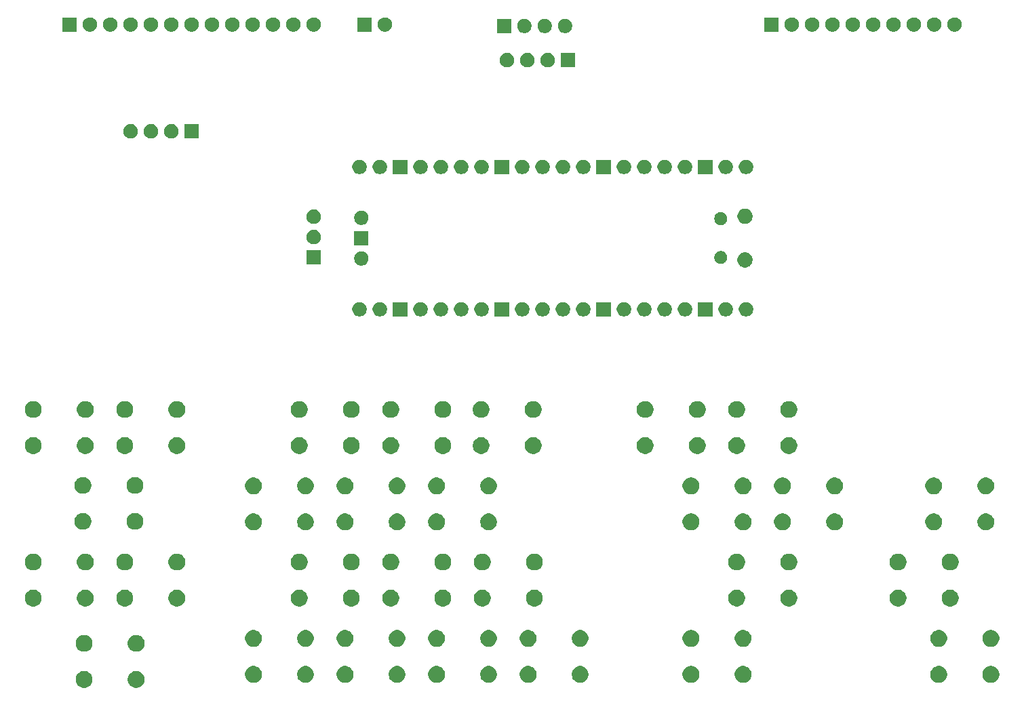
<source format=gbr>
G04 #@! TF.GenerationSoftware,KiCad,Pcbnew,5.1.5+dfsg1-2build2*
G04 #@! TF.CreationDate,2023-12-24T06:28:24+00:00*
G04 #@! TF.ProjectId,small_esc,736d616c-6c5f-4657-9363-2e6b69636164,rev?*
G04 #@! TF.SameCoordinates,Original*
G04 #@! TF.FileFunction,Soldermask,Bot*
G04 #@! TF.FilePolarity,Negative*
%FSLAX46Y46*%
G04 Gerber Fmt 4.6, Leading zero omitted, Abs format (unit mm)*
G04 Created by KiCad (PCBNEW 5.1.5+dfsg1-2build2) date 2023-12-24 06:28:24*
%MOMM*%
%LPD*%
G04 APERTURE LIST*
%ADD10C,0.100000*%
G04 APERTURE END LIST*
D10*
G36*
X106406564Y-134759389D02*
G01*
X106597833Y-134838615D01*
X106597835Y-134838616D01*
X106769973Y-134953635D01*
X106916365Y-135100027D01*
X107031385Y-135272167D01*
X107110611Y-135463436D01*
X107151000Y-135666484D01*
X107151000Y-135873516D01*
X107110611Y-136076564D01*
X107065281Y-136186000D01*
X107031384Y-136267835D01*
X106916365Y-136439973D01*
X106769973Y-136586365D01*
X106597835Y-136701384D01*
X106597834Y-136701385D01*
X106597833Y-136701385D01*
X106406564Y-136780611D01*
X106203516Y-136821000D01*
X105996484Y-136821000D01*
X105793436Y-136780611D01*
X105602167Y-136701385D01*
X105602166Y-136701385D01*
X105602165Y-136701384D01*
X105430027Y-136586365D01*
X105283635Y-136439973D01*
X105168616Y-136267835D01*
X105134719Y-136186000D01*
X105089389Y-136076564D01*
X105049000Y-135873516D01*
X105049000Y-135666484D01*
X105089389Y-135463436D01*
X105168615Y-135272167D01*
X105283635Y-135100027D01*
X105430027Y-134953635D01*
X105602165Y-134838616D01*
X105602167Y-134838615D01*
X105793436Y-134759389D01*
X105996484Y-134719000D01*
X106203516Y-134719000D01*
X106406564Y-134759389D01*
G37*
G36*
X99906564Y-134759389D02*
G01*
X100097833Y-134838615D01*
X100097835Y-134838616D01*
X100269973Y-134953635D01*
X100416365Y-135100027D01*
X100531385Y-135272167D01*
X100610611Y-135463436D01*
X100651000Y-135666484D01*
X100651000Y-135873516D01*
X100610611Y-136076564D01*
X100565281Y-136186000D01*
X100531384Y-136267835D01*
X100416365Y-136439973D01*
X100269973Y-136586365D01*
X100097835Y-136701384D01*
X100097834Y-136701385D01*
X100097833Y-136701385D01*
X99906564Y-136780611D01*
X99703516Y-136821000D01*
X99496484Y-136821000D01*
X99293436Y-136780611D01*
X99102167Y-136701385D01*
X99102166Y-136701385D01*
X99102165Y-136701384D01*
X98930027Y-136586365D01*
X98783635Y-136439973D01*
X98668616Y-136267835D01*
X98634719Y-136186000D01*
X98589389Y-136076564D01*
X98549000Y-135873516D01*
X98549000Y-135666484D01*
X98589389Y-135463436D01*
X98668615Y-135272167D01*
X98783635Y-135100027D01*
X98930027Y-134953635D01*
X99102165Y-134838616D01*
X99102167Y-134838615D01*
X99293436Y-134759389D01*
X99496484Y-134719000D01*
X99703516Y-134719000D01*
X99906564Y-134759389D01*
G37*
G36*
X132481564Y-134124389D02*
G01*
X132672833Y-134203615D01*
X132672835Y-134203616D01*
X132844973Y-134318635D01*
X132991365Y-134465027D01*
X133106385Y-134637167D01*
X133185611Y-134828436D01*
X133226000Y-135031484D01*
X133226000Y-135238516D01*
X133185611Y-135441564D01*
X133176551Y-135463436D01*
X133106384Y-135632835D01*
X132991365Y-135804973D01*
X132844973Y-135951365D01*
X132672835Y-136066384D01*
X132672834Y-136066385D01*
X132672833Y-136066385D01*
X132481564Y-136145611D01*
X132278516Y-136186000D01*
X132071484Y-136186000D01*
X131868436Y-136145611D01*
X131677167Y-136066385D01*
X131677166Y-136066385D01*
X131677165Y-136066384D01*
X131505027Y-135951365D01*
X131358635Y-135804973D01*
X131243616Y-135632835D01*
X131173449Y-135463436D01*
X131164389Y-135441564D01*
X131124000Y-135238516D01*
X131124000Y-135031484D01*
X131164389Y-134828436D01*
X131243615Y-134637167D01*
X131358635Y-134465027D01*
X131505027Y-134318635D01*
X131677165Y-134203616D01*
X131677167Y-134203615D01*
X131868436Y-134124389D01*
X132071484Y-134084000D01*
X132278516Y-134084000D01*
X132481564Y-134124389D01*
G37*
G36*
X121051564Y-134124389D02*
G01*
X121242833Y-134203615D01*
X121242835Y-134203616D01*
X121414973Y-134318635D01*
X121561365Y-134465027D01*
X121676385Y-134637167D01*
X121755611Y-134828436D01*
X121796000Y-135031484D01*
X121796000Y-135238516D01*
X121755611Y-135441564D01*
X121746551Y-135463436D01*
X121676384Y-135632835D01*
X121561365Y-135804973D01*
X121414973Y-135951365D01*
X121242835Y-136066384D01*
X121242834Y-136066385D01*
X121242833Y-136066385D01*
X121051564Y-136145611D01*
X120848516Y-136186000D01*
X120641484Y-136186000D01*
X120438436Y-136145611D01*
X120247167Y-136066385D01*
X120247166Y-136066385D01*
X120247165Y-136066384D01*
X120075027Y-135951365D01*
X119928635Y-135804973D01*
X119813616Y-135632835D01*
X119743449Y-135463436D01*
X119734389Y-135441564D01*
X119694000Y-135238516D01*
X119694000Y-135031484D01*
X119734389Y-134828436D01*
X119813615Y-134637167D01*
X119928635Y-134465027D01*
X120075027Y-134318635D01*
X120247165Y-134203616D01*
X120247167Y-134203615D01*
X120438436Y-134124389D01*
X120641484Y-134084000D01*
X120848516Y-134084000D01*
X121051564Y-134124389D01*
G37*
G36*
X127551564Y-134124389D02*
G01*
X127742833Y-134203615D01*
X127742835Y-134203616D01*
X127914973Y-134318635D01*
X128061365Y-134465027D01*
X128176385Y-134637167D01*
X128255611Y-134828436D01*
X128296000Y-135031484D01*
X128296000Y-135238516D01*
X128255611Y-135441564D01*
X128246551Y-135463436D01*
X128176384Y-135632835D01*
X128061365Y-135804973D01*
X127914973Y-135951365D01*
X127742835Y-136066384D01*
X127742834Y-136066385D01*
X127742833Y-136066385D01*
X127551564Y-136145611D01*
X127348516Y-136186000D01*
X127141484Y-136186000D01*
X126938436Y-136145611D01*
X126747167Y-136066385D01*
X126747166Y-136066385D01*
X126747165Y-136066384D01*
X126575027Y-135951365D01*
X126428635Y-135804973D01*
X126313616Y-135632835D01*
X126243449Y-135463436D01*
X126234389Y-135441564D01*
X126194000Y-135238516D01*
X126194000Y-135031484D01*
X126234389Y-134828436D01*
X126313615Y-134637167D01*
X126428635Y-134465027D01*
X126575027Y-134318635D01*
X126747165Y-134203616D01*
X126747167Y-134203615D01*
X126938436Y-134124389D01*
X127141484Y-134084000D01*
X127348516Y-134084000D01*
X127551564Y-134124389D01*
G37*
G36*
X138981564Y-134124389D02*
G01*
X139172833Y-134203615D01*
X139172835Y-134203616D01*
X139344973Y-134318635D01*
X139491365Y-134465027D01*
X139606385Y-134637167D01*
X139685611Y-134828436D01*
X139726000Y-135031484D01*
X139726000Y-135238516D01*
X139685611Y-135441564D01*
X139676551Y-135463436D01*
X139606384Y-135632835D01*
X139491365Y-135804973D01*
X139344973Y-135951365D01*
X139172835Y-136066384D01*
X139172834Y-136066385D01*
X139172833Y-136066385D01*
X138981564Y-136145611D01*
X138778516Y-136186000D01*
X138571484Y-136186000D01*
X138368436Y-136145611D01*
X138177167Y-136066385D01*
X138177166Y-136066385D01*
X138177165Y-136066384D01*
X138005027Y-135951365D01*
X137858635Y-135804973D01*
X137743616Y-135632835D01*
X137673449Y-135463436D01*
X137664389Y-135441564D01*
X137624000Y-135238516D01*
X137624000Y-135031484D01*
X137664389Y-134828436D01*
X137743615Y-134637167D01*
X137858635Y-134465027D01*
X138005027Y-134318635D01*
X138177165Y-134203616D01*
X138177167Y-134203615D01*
X138368436Y-134124389D01*
X138571484Y-134084000D01*
X138778516Y-134084000D01*
X138981564Y-134124389D01*
G37*
G36*
X143911564Y-134124389D02*
G01*
X144102833Y-134203615D01*
X144102835Y-134203616D01*
X144274973Y-134318635D01*
X144421365Y-134465027D01*
X144536385Y-134637167D01*
X144615611Y-134828436D01*
X144656000Y-135031484D01*
X144656000Y-135238516D01*
X144615611Y-135441564D01*
X144606551Y-135463436D01*
X144536384Y-135632835D01*
X144421365Y-135804973D01*
X144274973Y-135951365D01*
X144102835Y-136066384D01*
X144102834Y-136066385D01*
X144102833Y-136066385D01*
X143911564Y-136145611D01*
X143708516Y-136186000D01*
X143501484Y-136186000D01*
X143298436Y-136145611D01*
X143107167Y-136066385D01*
X143107166Y-136066385D01*
X143107165Y-136066384D01*
X142935027Y-135951365D01*
X142788635Y-135804973D01*
X142673616Y-135632835D01*
X142603449Y-135463436D01*
X142594389Y-135441564D01*
X142554000Y-135238516D01*
X142554000Y-135031484D01*
X142594389Y-134828436D01*
X142673615Y-134637167D01*
X142788635Y-134465027D01*
X142935027Y-134318635D01*
X143107165Y-134203616D01*
X143107167Y-134203615D01*
X143298436Y-134124389D01*
X143501484Y-134084000D01*
X143708516Y-134084000D01*
X143911564Y-134124389D01*
G37*
G36*
X213116564Y-134124389D02*
G01*
X213307833Y-134203615D01*
X213307835Y-134203616D01*
X213479973Y-134318635D01*
X213626365Y-134465027D01*
X213741385Y-134637167D01*
X213820611Y-134828436D01*
X213861000Y-135031484D01*
X213861000Y-135238516D01*
X213820611Y-135441564D01*
X213811551Y-135463436D01*
X213741384Y-135632835D01*
X213626365Y-135804973D01*
X213479973Y-135951365D01*
X213307835Y-136066384D01*
X213307834Y-136066385D01*
X213307833Y-136066385D01*
X213116564Y-136145611D01*
X212913516Y-136186000D01*
X212706484Y-136186000D01*
X212503436Y-136145611D01*
X212312167Y-136066385D01*
X212312166Y-136066385D01*
X212312165Y-136066384D01*
X212140027Y-135951365D01*
X211993635Y-135804973D01*
X211878616Y-135632835D01*
X211808449Y-135463436D01*
X211799389Y-135441564D01*
X211759000Y-135238516D01*
X211759000Y-135031484D01*
X211799389Y-134828436D01*
X211878615Y-134637167D01*
X211993635Y-134465027D01*
X212140027Y-134318635D01*
X212312165Y-134203616D01*
X212312167Y-134203615D01*
X212503436Y-134124389D01*
X212706484Y-134084000D01*
X212913516Y-134084000D01*
X213116564Y-134124389D01*
G37*
G36*
X206616564Y-134124389D02*
G01*
X206807833Y-134203615D01*
X206807835Y-134203616D01*
X206979973Y-134318635D01*
X207126365Y-134465027D01*
X207241385Y-134637167D01*
X207320611Y-134828436D01*
X207361000Y-135031484D01*
X207361000Y-135238516D01*
X207320611Y-135441564D01*
X207311551Y-135463436D01*
X207241384Y-135632835D01*
X207126365Y-135804973D01*
X206979973Y-135951365D01*
X206807835Y-136066384D01*
X206807834Y-136066385D01*
X206807833Y-136066385D01*
X206616564Y-136145611D01*
X206413516Y-136186000D01*
X206206484Y-136186000D01*
X206003436Y-136145611D01*
X205812167Y-136066385D01*
X205812166Y-136066385D01*
X205812165Y-136066384D01*
X205640027Y-135951365D01*
X205493635Y-135804973D01*
X205378616Y-135632835D01*
X205308449Y-135463436D01*
X205299389Y-135441564D01*
X205259000Y-135238516D01*
X205259000Y-135031484D01*
X205299389Y-134828436D01*
X205378615Y-134637167D01*
X205493635Y-134465027D01*
X205640027Y-134318635D01*
X205812165Y-134203616D01*
X205812167Y-134203615D01*
X206003436Y-134124389D01*
X206206484Y-134084000D01*
X206413516Y-134084000D01*
X206616564Y-134124389D01*
G37*
G36*
X182176564Y-134124389D02*
G01*
X182367833Y-134203615D01*
X182367835Y-134203616D01*
X182539973Y-134318635D01*
X182686365Y-134465027D01*
X182801385Y-134637167D01*
X182880611Y-134828436D01*
X182921000Y-135031484D01*
X182921000Y-135238516D01*
X182880611Y-135441564D01*
X182871551Y-135463436D01*
X182801384Y-135632835D01*
X182686365Y-135804973D01*
X182539973Y-135951365D01*
X182367835Y-136066384D01*
X182367834Y-136066385D01*
X182367833Y-136066385D01*
X182176564Y-136145611D01*
X181973516Y-136186000D01*
X181766484Y-136186000D01*
X181563436Y-136145611D01*
X181372167Y-136066385D01*
X181372166Y-136066385D01*
X181372165Y-136066384D01*
X181200027Y-135951365D01*
X181053635Y-135804973D01*
X180938616Y-135632835D01*
X180868449Y-135463436D01*
X180859389Y-135441564D01*
X180819000Y-135238516D01*
X180819000Y-135031484D01*
X180859389Y-134828436D01*
X180938615Y-134637167D01*
X181053635Y-134465027D01*
X181200027Y-134318635D01*
X181372165Y-134203616D01*
X181372167Y-134203615D01*
X181563436Y-134124389D01*
X181766484Y-134084000D01*
X181973516Y-134084000D01*
X182176564Y-134124389D01*
G37*
G36*
X175676564Y-134124389D02*
G01*
X175867833Y-134203615D01*
X175867835Y-134203616D01*
X176039973Y-134318635D01*
X176186365Y-134465027D01*
X176301385Y-134637167D01*
X176380611Y-134828436D01*
X176421000Y-135031484D01*
X176421000Y-135238516D01*
X176380611Y-135441564D01*
X176371551Y-135463436D01*
X176301384Y-135632835D01*
X176186365Y-135804973D01*
X176039973Y-135951365D01*
X175867835Y-136066384D01*
X175867834Y-136066385D01*
X175867833Y-136066385D01*
X175676564Y-136145611D01*
X175473516Y-136186000D01*
X175266484Y-136186000D01*
X175063436Y-136145611D01*
X174872167Y-136066385D01*
X174872166Y-136066385D01*
X174872165Y-136066384D01*
X174700027Y-135951365D01*
X174553635Y-135804973D01*
X174438616Y-135632835D01*
X174368449Y-135463436D01*
X174359389Y-135441564D01*
X174319000Y-135238516D01*
X174319000Y-135031484D01*
X174359389Y-134828436D01*
X174438615Y-134637167D01*
X174553635Y-134465027D01*
X174700027Y-134318635D01*
X174872165Y-134203616D01*
X174872167Y-134203615D01*
X175063436Y-134124389D01*
X175266484Y-134084000D01*
X175473516Y-134084000D01*
X175676564Y-134124389D01*
G37*
G36*
X161841564Y-134124389D02*
G01*
X162032833Y-134203615D01*
X162032835Y-134203616D01*
X162204973Y-134318635D01*
X162351365Y-134465027D01*
X162466385Y-134637167D01*
X162545611Y-134828436D01*
X162586000Y-135031484D01*
X162586000Y-135238516D01*
X162545611Y-135441564D01*
X162536551Y-135463436D01*
X162466384Y-135632835D01*
X162351365Y-135804973D01*
X162204973Y-135951365D01*
X162032835Y-136066384D01*
X162032834Y-136066385D01*
X162032833Y-136066385D01*
X161841564Y-136145611D01*
X161638516Y-136186000D01*
X161431484Y-136186000D01*
X161228436Y-136145611D01*
X161037167Y-136066385D01*
X161037166Y-136066385D01*
X161037165Y-136066384D01*
X160865027Y-135951365D01*
X160718635Y-135804973D01*
X160603616Y-135632835D01*
X160533449Y-135463436D01*
X160524389Y-135441564D01*
X160484000Y-135238516D01*
X160484000Y-135031484D01*
X160524389Y-134828436D01*
X160603615Y-134637167D01*
X160718635Y-134465027D01*
X160865027Y-134318635D01*
X161037165Y-134203616D01*
X161037167Y-134203615D01*
X161228436Y-134124389D01*
X161431484Y-134084000D01*
X161638516Y-134084000D01*
X161841564Y-134124389D01*
G37*
G36*
X155341564Y-134124389D02*
G01*
X155532833Y-134203615D01*
X155532835Y-134203616D01*
X155704973Y-134318635D01*
X155851365Y-134465027D01*
X155966385Y-134637167D01*
X156045611Y-134828436D01*
X156086000Y-135031484D01*
X156086000Y-135238516D01*
X156045611Y-135441564D01*
X156036551Y-135463436D01*
X155966384Y-135632835D01*
X155851365Y-135804973D01*
X155704973Y-135951365D01*
X155532835Y-136066384D01*
X155532834Y-136066385D01*
X155532833Y-136066385D01*
X155341564Y-136145611D01*
X155138516Y-136186000D01*
X154931484Y-136186000D01*
X154728436Y-136145611D01*
X154537167Y-136066385D01*
X154537166Y-136066385D01*
X154537165Y-136066384D01*
X154365027Y-135951365D01*
X154218635Y-135804973D01*
X154103616Y-135632835D01*
X154033449Y-135463436D01*
X154024389Y-135441564D01*
X153984000Y-135238516D01*
X153984000Y-135031484D01*
X154024389Y-134828436D01*
X154103615Y-134637167D01*
X154218635Y-134465027D01*
X154365027Y-134318635D01*
X154537165Y-134203616D01*
X154537167Y-134203615D01*
X154728436Y-134124389D01*
X154931484Y-134084000D01*
X155138516Y-134084000D01*
X155341564Y-134124389D01*
G37*
G36*
X150411564Y-134124389D02*
G01*
X150602833Y-134203615D01*
X150602835Y-134203616D01*
X150774973Y-134318635D01*
X150921365Y-134465027D01*
X151036385Y-134637167D01*
X151115611Y-134828436D01*
X151156000Y-135031484D01*
X151156000Y-135238516D01*
X151115611Y-135441564D01*
X151106551Y-135463436D01*
X151036384Y-135632835D01*
X150921365Y-135804973D01*
X150774973Y-135951365D01*
X150602835Y-136066384D01*
X150602834Y-136066385D01*
X150602833Y-136066385D01*
X150411564Y-136145611D01*
X150208516Y-136186000D01*
X150001484Y-136186000D01*
X149798436Y-136145611D01*
X149607167Y-136066385D01*
X149607166Y-136066385D01*
X149607165Y-136066384D01*
X149435027Y-135951365D01*
X149288635Y-135804973D01*
X149173616Y-135632835D01*
X149103449Y-135463436D01*
X149094389Y-135441564D01*
X149054000Y-135238516D01*
X149054000Y-135031484D01*
X149094389Y-134828436D01*
X149173615Y-134637167D01*
X149288635Y-134465027D01*
X149435027Y-134318635D01*
X149607165Y-134203616D01*
X149607167Y-134203615D01*
X149798436Y-134124389D01*
X150001484Y-134084000D01*
X150208516Y-134084000D01*
X150411564Y-134124389D01*
G37*
G36*
X99906564Y-130259389D02*
G01*
X100097833Y-130338615D01*
X100097835Y-130338616D01*
X100269973Y-130453635D01*
X100416365Y-130600027D01*
X100531385Y-130772167D01*
X100610611Y-130963436D01*
X100651000Y-131166484D01*
X100651000Y-131373516D01*
X100610611Y-131576564D01*
X100565281Y-131686000D01*
X100531384Y-131767835D01*
X100416365Y-131939973D01*
X100269973Y-132086365D01*
X100097835Y-132201384D01*
X100097834Y-132201385D01*
X100097833Y-132201385D01*
X99906564Y-132280611D01*
X99703516Y-132321000D01*
X99496484Y-132321000D01*
X99293436Y-132280611D01*
X99102167Y-132201385D01*
X99102166Y-132201385D01*
X99102165Y-132201384D01*
X98930027Y-132086365D01*
X98783635Y-131939973D01*
X98668616Y-131767835D01*
X98634719Y-131686000D01*
X98589389Y-131576564D01*
X98549000Y-131373516D01*
X98549000Y-131166484D01*
X98589389Y-130963436D01*
X98668615Y-130772167D01*
X98783635Y-130600027D01*
X98930027Y-130453635D01*
X99102165Y-130338616D01*
X99102167Y-130338615D01*
X99293436Y-130259389D01*
X99496484Y-130219000D01*
X99703516Y-130219000D01*
X99906564Y-130259389D01*
G37*
G36*
X106406564Y-130259389D02*
G01*
X106597833Y-130338615D01*
X106597835Y-130338616D01*
X106769973Y-130453635D01*
X106916365Y-130600027D01*
X107031385Y-130772167D01*
X107110611Y-130963436D01*
X107151000Y-131166484D01*
X107151000Y-131373516D01*
X107110611Y-131576564D01*
X107065281Y-131686000D01*
X107031384Y-131767835D01*
X106916365Y-131939973D01*
X106769973Y-132086365D01*
X106597835Y-132201384D01*
X106597834Y-132201385D01*
X106597833Y-132201385D01*
X106406564Y-132280611D01*
X106203516Y-132321000D01*
X105996484Y-132321000D01*
X105793436Y-132280611D01*
X105602167Y-132201385D01*
X105602166Y-132201385D01*
X105602165Y-132201384D01*
X105430027Y-132086365D01*
X105283635Y-131939973D01*
X105168616Y-131767835D01*
X105134719Y-131686000D01*
X105089389Y-131576564D01*
X105049000Y-131373516D01*
X105049000Y-131166484D01*
X105089389Y-130963436D01*
X105168615Y-130772167D01*
X105283635Y-130600027D01*
X105430027Y-130453635D01*
X105602165Y-130338616D01*
X105602167Y-130338615D01*
X105793436Y-130259389D01*
X105996484Y-130219000D01*
X106203516Y-130219000D01*
X106406564Y-130259389D01*
G37*
G36*
X175676564Y-129624389D02*
G01*
X175867833Y-129703615D01*
X175867835Y-129703616D01*
X176039973Y-129818635D01*
X176186365Y-129965027D01*
X176301385Y-130137167D01*
X176380611Y-130328436D01*
X176421000Y-130531484D01*
X176421000Y-130738516D01*
X176380611Y-130941564D01*
X176371551Y-130963436D01*
X176301384Y-131132835D01*
X176186365Y-131304973D01*
X176039973Y-131451365D01*
X175867835Y-131566384D01*
X175867834Y-131566385D01*
X175867833Y-131566385D01*
X175676564Y-131645611D01*
X175473516Y-131686000D01*
X175266484Y-131686000D01*
X175063436Y-131645611D01*
X174872167Y-131566385D01*
X174872166Y-131566385D01*
X174872165Y-131566384D01*
X174700027Y-131451365D01*
X174553635Y-131304973D01*
X174438616Y-131132835D01*
X174368449Y-130963436D01*
X174359389Y-130941564D01*
X174319000Y-130738516D01*
X174319000Y-130531484D01*
X174359389Y-130328436D01*
X174438615Y-130137167D01*
X174553635Y-129965027D01*
X174700027Y-129818635D01*
X174872165Y-129703616D01*
X174872167Y-129703615D01*
X175063436Y-129624389D01*
X175266484Y-129584000D01*
X175473516Y-129584000D01*
X175676564Y-129624389D01*
G37*
G36*
X150411564Y-129624389D02*
G01*
X150602833Y-129703615D01*
X150602835Y-129703616D01*
X150774973Y-129818635D01*
X150921365Y-129965027D01*
X151036385Y-130137167D01*
X151115611Y-130328436D01*
X151156000Y-130531484D01*
X151156000Y-130738516D01*
X151115611Y-130941564D01*
X151106551Y-130963436D01*
X151036384Y-131132835D01*
X150921365Y-131304973D01*
X150774973Y-131451365D01*
X150602835Y-131566384D01*
X150602834Y-131566385D01*
X150602833Y-131566385D01*
X150411564Y-131645611D01*
X150208516Y-131686000D01*
X150001484Y-131686000D01*
X149798436Y-131645611D01*
X149607167Y-131566385D01*
X149607166Y-131566385D01*
X149607165Y-131566384D01*
X149435027Y-131451365D01*
X149288635Y-131304973D01*
X149173616Y-131132835D01*
X149103449Y-130963436D01*
X149094389Y-130941564D01*
X149054000Y-130738516D01*
X149054000Y-130531484D01*
X149094389Y-130328436D01*
X149173615Y-130137167D01*
X149288635Y-129965027D01*
X149435027Y-129818635D01*
X149607165Y-129703616D01*
X149607167Y-129703615D01*
X149798436Y-129624389D01*
X150001484Y-129584000D01*
X150208516Y-129584000D01*
X150411564Y-129624389D01*
G37*
G36*
X155341564Y-129624389D02*
G01*
X155532833Y-129703615D01*
X155532835Y-129703616D01*
X155704973Y-129818635D01*
X155851365Y-129965027D01*
X155966385Y-130137167D01*
X156045611Y-130328436D01*
X156086000Y-130531484D01*
X156086000Y-130738516D01*
X156045611Y-130941564D01*
X156036551Y-130963436D01*
X155966384Y-131132835D01*
X155851365Y-131304973D01*
X155704973Y-131451365D01*
X155532835Y-131566384D01*
X155532834Y-131566385D01*
X155532833Y-131566385D01*
X155341564Y-131645611D01*
X155138516Y-131686000D01*
X154931484Y-131686000D01*
X154728436Y-131645611D01*
X154537167Y-131566385D01*
X154537166Y-131566385D01*
X154537165Y-131566384D01*
X154365027Y-131451365D01*
X154218635Y-131304973D01*
X154103616Y-131132835D01*
X154033449Y-130963436D01*
X154024389Y-130941564D01*
X153984000Y-130738516D01*
X153984000Y-130531484D01*
X154024389Y-130328436D01*
X154103615Y-130137167D01*
X154218635Y-129965027D01*
X154365027Y-129818635D01*
X154537165Y-129703616D01*
X154537167Y-129703615D01*
X154728436Y-129624389D01*
X154931484Y-129584000D01*
X155138516Y-129584000D01*
X155341564Y-129624389D01*
G37*
G36*
X161841564Y-129624389D02*
G01*
X162032833Y-129703615D01*
X162032835Y-129703616D01*
X162204973Y-129818635D01*
X162351365Y-129965027D01*
X162466385Y-130137167D01*
X162545611Y-130328436D01*
X162586000Y-130531484D01*
X162586000Y-130738516D01*
X162545611Y-130941564D01*
X162536551Y-130963436D01*
X162466384Y-131132835D01*
X162351365Y-131304973D01*
X162204973Y-131451365D01*
X162032835Y-131566384D01*
X162032834Y-131566385D01*
X162032833Y-131566385D01*
X161841564Y-131645611D01*
X161638516Y-131686000D01*
X161431484Y-131686000D01*
X161228436Y-131645611D01*
X161037167Y-131566385D01*
X161037166Y-131566385D01*
X161037165Y-131566384D01*
X160865027Y-131451365D01*
X160718635Y-131304973D01*
X160603616Y-131132835D01*
X160533449Y-130963436D01*
X160524389Y-130941564D01*
X160484000Y-130738516D01*
X160484000Y-130531484D01*
X160524389Y-130328436D01*
X160603615Y-130137167D01*
X160718635Y-129965027D01*
X160865027Y-129818635D01*
X161037165Y-129703616D01*
X161037167Y-129703615D01*
X161228436Y-129624389D01*
X161431484Y-129584000D01*
X161638516Y-129584000D01*
X161841564Y-129624389D01*
G37*
G36*
X182176564Y-129624389D02*
G01*
X182367833Y-129703615D01*
X182367835Y-129703616D01*
X182539973Y-129818635D01*
X182686365Y-129965027D01*
X182801385Y-130137167D01*
X182880611Y-130328436D01*
X182921000Y-130531484D01*
X182921000Y-130738516D01*
X182880611Y-130941564D01*
X182871551Y-130963436D01*
X182801384Y-131132835D01*
X182686365Y-131304973D01*
X182539973Y-131451365D01*
X182367835Y-131566384D01*
X182367834Y-131566385D01*
X182367833Y-131566385D01*
X182176564Y-131645611D01*
X181973516Y-131686000D01*
X181766484Y-131686000D01*
X181563436Y-131645611D01*
X181372167Y-131566385D01*
X181372166Y-131566385D01*
X181372165Y-131566384D01*
X181200027Y-131451365D01*
X181053635Y-131304973D01*
X180938616Y-131132835D01*
X180868449Y-130963436D01*
X180859389Y-130941564D01*
X180819000Y-130738516D01*
X180819000Y-130531484D01*
X180859389Y-130328436D01*
X180938615Y-130137167D01*
X181053635Y-129965027D01*
X181200027Y-129818635D01*
X181372165Y-129703616D01*
X181372167Y-129703615D01*
X181563436Y-129624389D01*
X181766484Y-129584000D01*
X181973516Y-129584000D01*
X182176564Y-129624389D01*
G37*
G36*
X213116564Y-129624389D02*
G01*
X213307833Y-129703615D01*
X213307835Y-129703616D01*
X213479973Y-129818635D01*
X213626365Y-129965027D01*
X213741385Y-130137167D01*
X213820611Y-130328436D01*
X213861000Y-130531484D01*
X213861000Y-130738516D01*
X213820611Y-130941564D01*
X213811551Y-130963436D01*
X213741384Y-131132835D01*
X213626365Y-131304973D01*
X213479973Y-131451365D01*
X213307835Y-131566384D01*
X213307834Y-131566385D01*
X213307833Y-131566385D01*
X213116564Y-131645611D01*
X212913516Y-131686000D01*
X212706484Y-131686000D01*
X212503436Y-131645611D01*
X212312167Y-131566385D01*
X212312166Y-131566385D01*
X212312165Y-131566384D01*
X212140027Y-131451365D01*
X211993635Y-131304973D01*
X211878616Y-131132835D01*
X211808449Y-130963436D01*
X211799389Y-130941564D01*
X211759000Y-130738516D01*
X211759000Y-130531484D01*
X211799389Y-130328436D01*
X211878615Y-130137167D01*
X211993635Y-129965027D01*
X212140027Y-129818635D01*
X212312165Y-129703616D01*
X212312167Y-129703615D01*
X212503436Y-129624389D01*
X212706484Y-129584000D01*
X212913516Y-129584000D01*
X213116564Y-129624389D01*
G37*
G36*
X138981564Y-129624389D02*
G01*
X139172833Y-129703615D01*
X139172835Y-129703616D01*
X139344973Y-129818635D01*
X139491365Y-129965027D01*
X139606385Y-130137167D01*
X139685611Y-130328436D01*
X139726000Y-130531484D01*
X139726000Y-130738516D01*
X139685611Y-130941564D01*
X139676551Y-130963436D01*
X139606384Y-131132835D01*
X139491365Y-131304973D01*
X139344973Y-131451365D01*
X139172835Y-131566384D01*
X139172834Y-131566385D01*
X139172833Y-131566385D01*
X138981564Y-131645611D01*
X138778516Y-131686000D01*
X138571484Y-131686000D01*
X138368436Y-131645611D01*
X138177167Y-131566385D01*
X138177166Y-131566385D01*
X138177165Y-131566384D01*
X138005027Y-131451365D01*
X137858635Y-131304973D01*
X137743616Y-131132835D01*
X137673449Y-130963436D01*
X137664389Y-130941564D01*
X137624000Y-130738516D01*
X137624000Y-130531484D01*
X137664389Y-130328436D01*
X137743615Y-130137167D01*
X137858635Y-129965027D01*
X138005027Y-129818635D01*
X138177165Y-129703616D01*
X138177167Y-129703615D01*
X138368436Y-129624389D01*
X138571484Y-129584000D01*
X138778516Y-129584000D01*
X138981564Y-129624389D01*
G37*
G36*
X121051564Y-129624389D02*
G01*
X121242833Y-129703615D01*
X121242835Y-129703616D01*
X121414973Y-129818635D01*
X121561365Y-129965027D01*
X121676385Y-130137167D01*
X121755611Y-130328436D01*
X121796000Y-130531484D01*
X121796000Y-130738516D01*
X121755611Y-130941564D01*
X121746551Y-130963436D01*
X121676384Y-131132835D01*
X121561365Y-131304973D01*
X121414973Y-131451365D01*
X121242835Y-131566384D01*
X121242834Y-131566385D01*
X121242833Y-131566385D01*
X121051564Y-131645611D01*
X120848516Y-131686000D01*
X120641484Y-131686000D01*
X120438436Y-131645611D01*
X120247167Y-131566385D01*
X120247166Y-131566385D01*
X120247165Y-131566384D01*
X120075027Y-131451365D01*
X119928635Y-131304973D01*
X119813616Y-131132835D01*
X119743449Y-130963436D01*
X119734389Y-130941564D01*
X119694000Y-130738516D01*
X119694000Y-130531484D01*
X119734389Y-130328436D01*
X119813615Y-130137167D01*
X119928635Y-129965027D01*
X120075027Y-129818635D01*
X120247165Y-129703616D01*
X120247167Y-129703615D01*
X120438436Y-129624389D01*
X120641484Y-129584000D01*
X120848516Y-129584000D01*
X121051564Y-129624389D01*
G37*
G36*
X132481564Y-129624389D02*
G01*
X132672833Y-129703615D01*
X132672835Y-129703616D01*
X132844973Y-129818635D01*
X132991365Y-129965027D01*
X133106385Y-130137167D01*
X133185611Y-130328436D01*
X133226000Y-130531484D01*
X133226000Y-130738516D01*
X133185611Y-130941564D01*
X133176551Y-130963436D01*
X133106384Y-131132835D01*
X132991365Y-131304973D01*
X132844973Y-131451365D01*
X132672835Y-131566384D01*
X132672834Y-131566385D01*
X132672833Y-131566385D01*
X132481564Y-131645611D01*
X132278516Y-131686000D01*
X132071484Y-131686000D01*
X131868436Y-131645611D01*
X131677167Y-131566385D01*
X131677166Y-131566385D01*
X131677165Y-131566384D01*
X131505027Y-131451365D01*
X131358635Y-131304973D01*
X131243616Y-131132835D01*
X131173449Y-130963436D01*
X131164389Y-130941564D01*
X131124000Y-130738516D01*
X131124000Y-130531484D01*
X131164389Y-130328436D01*
X131243615Y-130137167D01*
X131358635Y-129965027D01*
X131505027Y-129818635D01*
X131677165Y-129703616D01*
X131677167Y-129703615D01*
X131868436Y-129624389D01*
X132071484Y-129584000D01*
X132278516Y-129584000D01*
X132481564Y-129624389D01*
G37*
G36*
X143911564Y-129624389D02*
G01*
X144102833Y-129703615D01*
X144102835Y-129703616D01*
X144274973Y-129818635D01*
X144421365Y-129965027D01*
X144536385Y-130137167D01*
X144615611Y-130328436D01*
X144656000Y-130531484D01*
X144656000Y-130738516D01*
X144615611Y-130941564D01*
X144606551Y-130963436D01*
X144536384Y-131132835D01*
X144421365Y-131304973D01*
X144274973Y-131451365D01*
X144102835Y-131566384D01*
X144102834Y-131566385D01*
X144102833Y-131566385D01*
X143911564Y-131645611D01*
X143708516Y-131686000D01*
X143501484Y-131686000D01*
X143298436Y-131645611D01*
X143107167Y-131566385D01*
X143107166Y-131566385D01*
X143107165Y-131566384D01*
X142935027Y-131451365D01*
X142788635Y-131304973D01*
X142673616Y-131132835D01*
X142603449Y-130963436D01*
X142594389Y-130941564D01*
X142554000Y-130738516D01*
X142554000Y-130531484D01*
X142594389Y-130328436D01*
X142673615Y-130137167D01*
X142788635Y-129965027D01*
X142935027Y-129818635D01*
X143107165Y-129703616D01*
X143107167Y-129703615D01*
X143298436Y-129624389D01*
X143501484Y-129584000D01*
X143708516Y-129584000D01*
X143911564Y-129624389D01*
G37*
G36*
X127551564Y-129624389D02*
G01*
X127742833Y-129703615D01*
X127742835Y-129703616D01*
X127914973Y-129818635D01*
X128061365Y-129965027D01*
X128176385Y-130137167D01*
X128255611Y-130328436D01*
X128296000Y-130531484D01*
X128296000Y-130738516D01*
X128255611Y-130941564D01*
X128246551Y-130963436D01*
X128176384Y-131132835D01*
X128061365Y-131304973D01*
X127914973Y-131451365D01*
X127742835Y-131566384D01*
X127742834Y-131566385D01*
X127742833Y-131566385D01*
X127551564Y-131645611D01*
X127348516Y-131686000D01*
X127141484Y-131686000D01*
X126938436Y-131645611D01*
X126747167Y-131566385D01*
X126747166Y-131566385D01*
X126747165Y-131566384D01*
X126575027Y-131451365D01*
X126428635Y-131304973D01*
X126313616Y-131132835D01*
X126243449Y-130963436D01*
X126234389Y-130941564D01*
X126194000Y-130738516D01*
X126194000Y-130531484D01*
X126234389Y-130328436D01*
X126313615Y-130137167D01*
X126428635Y-129965027D01*
X126575027Y-129818635D01*
X126747165Y-129703616D01*
X126747167Y-129703615D01*
X126938436Y-129624389D01*
X127141484Y-129584000D01*
X127348516Y-129584000D01*
X127551564Y-129624389D01*
G37*
G36*
X206616564Y-129624389D02*
G01*
X206807833Y-129703615D01*
X206807835Y-129703616D01*
X206979973Y-129818635D01*
X207126365Y-129965027D01*
X207241385Y-130137167D01*
X207320611Y-130328436D01*
X207361000Y-130531484D01*
X207361000Y-130738516D01*
X207320611Y-130941564D01*
X207311551Y-130963436D01*
X207241384Y-131132835D01*
X207126365Y-131304973D01*
X206979973Y-131451365D01*
X206807835Y-131566384D01*
X206807834Y-131566385D01*
X206807833Y-131566385D01*
X206616564Y-131645611D01*
X206413516Y-131686000D01*
X206206484Y-131686000D01*
X206003436Y-131645611D01*
X205812167Y-131566385D01*
X205812166Y-131566385D01*
X205812165Y-131566384D01*
X205640027Y-131451365D01*
X205493635Y-131304973D01*
X205378616Y-131132835D01*
X205308449Y-130963436D01*
X205299389Y-130941564D01*
X205259000Y-130738516D01*
X205259000Y-130531484D01*
X205299389Y-130328436D01*
X205378615Y-130137167D01*
X205493635Y-129965027D01*
X205640027Y-129818635D01*
X205812165Y-129703616D01*
X205812167Y-129703615D01*
X206003436Y-129624389D01*
X206206484Y-129584000D01*
X206413516Y-129584000D01*
X206616564Y-129624389D01*
G37*
G36*
X187891564Y-124599389D02*
G01*
X188082833Y-124678615D01*
X188082835Y-124678616D01*
X188254973Y-124793635D01*
X188401365Y-124940027D01*
X188516385Y-125112167D01*
X188595611Y-125303436D01*
X188636000Y-125506484D01*
X188636000Y-125713516D01*
X188595611Y-125916564D01*
X188516385Y-126107833D01*
X188516384Y-126107835D01*
X188401365Y-126279973D01*
X188254973Y-126426365D01*
X188082835Y-126541384D01*
X188082834Y-126541385D01*
X188082833Y-126541385D01*
X187891564Y-126620611D01*
X187688516Y-126661000D01*
X187481484Y-126661000D01*
X187278436Y-126620611D01*
X187087167Y-126541385D01*
X187087166Y-126541385D01*
X187087165Y-126541384D01*
X186915027Y-126426365D01*
X186768635Y-126279973D01*
X186653616Y-126107835D01*
X186653615Y-126107833D01*
X186574389Y-125916564D01*
X186534000Y-125713516D01*
X186534000Y-125506484D01*
X186574389Y-125303436D01*
X186653615Y-125112167D01*
X186768635Y-124940027D01*
X186915027Y-124793635D01*
X187087165Y-124678616D01*
X187087167Y-124678615D01*
X187278436Y-124599389D01*
X187481484Y-124559000D01*
X187688516Y-124559000D01*
X187891564Y-124599389D01*
G37*
G36*
X104986564Y-124599389D02*
G01*
X105177833Y-124678615D01*
X105177835Y-124678616D01*
X105349973Y-124793635D01*
X105496365Y-124940027D01*
X105611385Y-125112167D01*
X105690611Y-125303436D01*
X105731000Y-125506484D01*
X105731000Y-125713516D01*
X105690611Y-125916564D01*
X105611385Y-126107833D01*
X105611384Y-126107835D01*
X105496365Y-126279973D01*
X105349973Y-126426365D01*
X105177835Y-126541384D01*
X105177834Y-126541385D01*
X105177833Y-126541385D01*
X104986564Y-126620611D01*
X104783516Y-126661000D01*
X104576484Y-126661000D01*
X104373436Y-126620611D01*
X104182167Y-126541385D01*
X104182166Y-126541385D01*
X104182165Y-126541384D01*
X104010027Y-126426365D01*
X103863635Y-126279973D01*
X103748616Y-126107835D01*
X103748615Y-126107833D01*
X103669389Y-125916564D01*
X103629000Y-125713516D01*
X103629000Y-125506484D01*
X103669389Y-125303436D01*
X103748615Y-125112167D01*
X103863635Y-124940027D01*
X104010027Y-124793635D01*
X104182165Y-124678616D01*
X104182167Y-124678615D01*
X104373436Y-124599389D01*
X104576484Y-124559000D01*
X104783516Y-124559000D01*
X104986564Y-124599389D01*
G37*
G36*
X111486564Y-124599389D02*
G01*
X111677833Y-124678615D01*
X111677835Y-124678616D01*
X111849973Y-124793635D01*
X111996365Y-124940027D01*
X112111385Y-125112167D01*
X112190611Y-125303436D01*
X112231000Y-125506484D01*
X112231000Y-125713516D01*
X112190611Y-125916564D01*
X112111385Y-126107833D01*
X112111384Y-126107835D01*
X111996365Y-126279973D01*
X111849973Y-126426365D01*
X111677835Y-126541384D01*
X111677834Y-126541385D01*
X111677833Y-126541385D01*
X111486564Y-126620611D01*
X111283516Y-126661000D01*
X111076484Y-126661000D01*
X110873436Y-126620611D01*
X110682167Y-126541385D01*
X110682166Y-126541385D01*
X110682165Y-126541384D01*
X110510027Y-126426365D01*
X110363635Y-126279973D01*
X110248616Y-126107835D01*
X110248615Y-126107833D01*
X110169389Y-125916564D01*
X110129000Y-125713516D01*
X110129000Y-125506484D01*
X110169389Y-125303436D01*
X110248615Y-125112167D01*
X110363635Y-124940027D01*
X110510027Y-124793635D01*
X110682165Y-124678616D01*
X110682167Y-124678615D01*
X110873436Y-124599389D01*
X111076484Y-124559000D01*
X111283516Y-124559000D01*
X111486564Y-124599389D01*
G37*
G36*
X93556564Y-124599389D02*
G01*
X93747833Y-124678615D01*
X93747835Y-124678616D01*
X93919973Y-124793635D01*
X94066365Y-124940027D01*
X94181385Y-125112167D01*
X94260611Y-125303436D01*
X94301000Y-125506484D01*
X94301000Y-125713516D01*
X94260611Y-125916564D01*
X94181385Y-126107833D01*
X94181384Y-126107835D01*
X94066365Y-126279973D01*
X93919973Y-126426365D01*
X93747835Y-126541384D01*
X93747834Y-126541385D01*
X93747833Y-126541385D01*
X93556564Y-126620611D01*
X93353516Y-126661000D01*
X93146484Y-126661000D01*
X92943436Y-126620611D01*
X92752167Y-126541385D01*
X92752166Y-126541385D01*
X92752165Y-126541384D01*
X92580027Y-126426365D01*
X92433635Y-126279973D01*
X92318616Y-126107835D01*
X92318615Y-126107833D01*
X92239389Y-125916564D01*
X92199000Y-125713516D01*
X92199000Y-125506484D01*
X92239389Y-125303436D01*
X92318615Y-125112167D01*
X92433635Y-124940027D01*
X92580027Y-124793635D01*
X92752165Y-124678616D01*
X92752167Y-124678615D01*
X92943436Y-124599389D01*
X93146484Y-124559000D01*
X93353516Y-124559000D01*
X93556564Y-124599389D01*
G37*
G36*
X100056564Y-124599389D02*
G01*
X100247833Y-124678615D01*
X100247835Y-124678616D01*
X100419973Y-124793635D01*
X100566365Y-124940027D01*
X100681385Y-125112167D01*
X100760611Y-125303436D01*
X100801000Y-125506484D01*
X100801000Y-125713516D01*
X100760611Y-125916564D01*
X100681385Y-126107833D01*
X100681384Y-126107835D01*
X100566365Y-126279973D01*
X100419973Y-126426365D01*
X100247835Y-126541384D01*
X100247834Y-126541385D01*
X100247833Y-126541385D01*
X100056564Y-126620611D01*
X99853516Y-126661000D01*
X99646484Y-126661000D01*
X99443436Y-126620611D01*
X99252167Y-126541385D01*
X99252166Y-126541385D01*
X99252165Y-126541384D01*
X99080027Y-126426365D01*
X98933635Y-126279973D01*
X98818616Y-126107835D01*
X98818615Y-126107833D01*
X98739389Y-125916564D01*
X98699000Y-125713516D01*
X98699000Y-125506484D01*
X98739389Y-125303436D01*
X98818615Y-125112167D01*
X98933635Y-124940027D01*
X99080027Y-124793635D01*
X99252165Y-124678616D01*
X99252167Y-124678615D01*
X99443436Y-124599389D01*
X99646484Y-124559000D01*
X99853516Y-124559000D01*
X100056564Y-124599389D01*
G37*
G36*
X208036564Y-124599389D02*
G01*
X208227833Y-124678615D01*
X208227835Y-124678616D01*
X208399973Y-124793635D01*
X208546365Y-124940027D01*
X208661385Y-125112167D01*
X208740611Y-125303436D01*
X208781000Y-125506484D01*
X208781000Y-125713516D01*
X208740611Y-125916564D01*
X208661385Y-126107833D01*
X208661384Y-126107835D01*
X208546365Y-126279973D01*
X208399973Y-126426365D01*
X208227835Y-126541384D01*
X208227834Y-126541385D01*
X208227833Y-126541385D01*
X208036564Y-126620611D01*
X207833516Y-126661000D01*
X207626484Y-126661000D01*
X207423436Y-126620611D01*
X207232167Y-126541385D01*
X207232166Y-126541385D01*
X207232165Y-126541384D01*
X207060027Y-126426365D01*
X206913635Y-126279973D01*
X206798616Y-126107835D01*
X206798615Y-126107833D01*
X206719389Y-125916564D01*
X206679000Y-125713516D01*
X206679000Y-125506484D01*
X206719389Y-125303436D01*
X206798615Y-125112167D01*
X206913635Y-124940027D01*
X207060027Y-124793635D01*
X207232165Y-124678616D01*
X207232167Y-124678615D01*
X207423436Y-124599389D01*
X207626484Y-124559000D01*
X207833516Y-124559000D01*
X208036564Y-124599389D01*
G37*
G36*
X201536564Y-124599389D02*
G01*
X201727833Y-124678615D01*
X201727835Y-124678616D01*
X201899973Y-124793635D01*
X202046365Y-124940027D01*
X202161385Y-125112167D01*
X202240611Y-125303436D01*
X202281000Y-125506484D01*
X202281000Y-125713516D01*
X202240611Y-125916564D01*
X202161385Y-126107833D01*
X202161384Y-126107835D01*
X202046365Y-126279973D01*
X201899973Y-126426365D01*
X201727835Y-126541384D01*
X201727834Y-126541385D01*
X201727833Y-126541385D01*
X201536564Y-126620611D01*
X201333516Y-126661000D01*
X201126484Y-126661000D01*
X200923436Y-126620611D01*
X200732167Y-126541385D01*
X200732166Y-126541385D01*
X200732165Y-126541384D01*
X200560027Y-126426365D01*
X200413635Y-126279973D01*
X200298616Y-126107835D01*
X200298615Y-126107833D01*
X200219389Y-125916564D01*
X200179000Y-125713516D01*
X200179000Y-125506484D01*
X200219389Y-125303436D01*
X200298615Y-125112167D01*
X200413635Y-124940027D01*
X200560027Y-124793635D01*
X200732165Y-124678616D01*
X200732167Y-124678615D01*
X200923436Y-124599389D01*
X201126484Y-124559000D01*
X201333516Y-124559000D01*
X201536564Y-124599389D01*
G37*
G36*
X181391564Y-124599389D02*
G01*
X181582833Y-124678615D01*
X181582835Y-124678616D01*
X181754973Y-124793635D01*
X181901365Y-124940027D01*
X182016385Y-125112167D01*
X182095611Y-125303436D01*
X182136000Y-125506484D01*
X182136000Y-125713516D01*
X182095611Y-125916564D01*
X182016385Y-126107833D01*
X182016384Y-126107835D01*
X181901365Y-126279973D01*
X181754973Y-126426365D01*
X181582835Y-126541384D01*
X181582834Y-126541385D01*
X181582833Y-126541385D01*
X181391564Y-126620611D01*
X181188516Y-126661000D01*
X180981484Y-126661000D01*
X180778436Y-126620611D01*
X180587167Y-126541385D01*
X180587166Y-126541385D01*
X180587165Y-126541384D01*
X180415027Y-126426365D01*
X180268635Y-126279973D01*
X180153616Y-126107835D01*
X180153615Y-126107833D01*
X180074389Y-125916564D01*
X180034000Y-125713516D01*
X180034000Y-125506484D01*
X180074389Y-125303436D01*
X180153615Y-125112167D01*
X180268635Y-124940027D01*
X180415027Y-124793635D01*
X180587165Y-124678616D01*
X180587167Y-124678615D01*
X180778436Y-124599389D01*
X180981484Y-124559000D01*
X181188516Y-124559000D01*
X181391564Y-124599389D01*
G37*
G36*
X156126564Y-124599389D02*
G01*
X156317833Y-124678615D01*
X156317835Y-124678616D01*
X156489973Y-124793635D01*
X156636365Y-124940027D01*
X156751385Y-125112167D01*
X156830611Y-125303436D01*
X156871000Y-125506484D01*
X156871000Y-125713516D01*
X156830611Y-125916564D01*
X156751385Y-126107833D01*
X156751384Y-126107835D01*
X156636365Y-126279973D01*
X156489973Y-126426365D01*
X156317835Y-126541384D01*
X156317834Y-126541385D01*
X156317833Y-126541385D01*
X156126564Y-126620611D01*
X155923516Y-126661000D01*
X155716484Y-126661000D01*
X155513436Y-126620611D01*
X155322167Y-126541385D01*
X155322166Y-126541385D01*
X155322165Y-126541384D01*
X155150027Y-126426365D01*
X155003635Y-126279973D01*
X154888616Y-126107835D01*
X154888615Y-126107833D01*
X154809389Y-125916564D01*
X154769000Y-125713516D01*
X154769000Y-125506484D01*
X154809389Y-125303436D01*
X154888615Y-125112167D01*
X155003635Y-124940027D01*
X155150027Y-124793635D01*
X155322165Y-124678616D01*
X155322167Y-124678615D01*
X155513436Y-124599389D01*
X155716484Y-124559000D01*
X155923516Y-124559000D01*
X156126564Y-124599389D01*
G37*
G36*
X149626564Y-124599389D02*
G01*
X149817833Y-124678615D01*
X149817835Y-124678616D01*
X149989973Y-124793635D01*
X150136365Y-124940027D01*
X150251385Y-125112167D01*
X150330611Y-125303436D01*
X150371000Y-125506484D01*
X150371000Y-125713516D01*
X150330611Y-125916564D01*
X150251385Y-126107833D01*
X150251384Y-126107835D01*
X150136365Y-126279973D01*
X149989973Y-126426365D01*
X149817835Y-126541384D01*
X149817834Y-126541385D01*
X149817833Y-126541385D01*
X149626564Y-126620611D01*
X149423516Y-126661000D01*
X149216484Y-126661000D01*
X149013436Y-126620611D01*
X148822167Y-126541385D01*
X148822166Y-126541385D01*
X148822165Y-126541384D01*
X148650027Y-126426365D01*
X148503635Y-126279973D01*
X148388616Y-126107835D01*
X148388615Y-126107833D01*
X148309389Y-125916564D01*
X148269000Y-125713516D01*
X148269000Y-125506484D01*
X148309389Y-125303436D01*
X148388615Y-125112167D01*
X148503635Y-124940027D01*
X148650027Y-124793635D01*
X148822165Y-124678616D01*
X148822167Y-124678615D01*
X149013436Y-124599389D01*
X149216484Y-124559000D01*
X149423516Y-124559000D01*
X149626564Y-124599389D01*
G37*
G36*
X144696564Y-124599389D02*
G01*
X144887833Y-124678615D01*
X144887835Y-124678616D01*
X145059973Y-124793635D01*
X145206365Y-124940027D01*
X145321385Y-125112167D01*
X145400611Y-125303436D01*
X145441000Y-125506484D01*
X145441000Y-125713516D01*
X145400611Y-125916564D01*
X145321385Y-126107833D01*
X145321384Y-126107835D01*
X145206365Y-126279973D01*
X145059973Y-126426365D01*
X144887835Y-126541384D01*
X144887834Y-126541385D01*
X144887833Y-126541385D01*
X144696564Y-126620611D01*
X144493516Y-126661000D01*
X144286484Y-126661000D01*
X144083436Y-126620611D01*
X143892167Y-126541385D01*
X143892166Y-126541385D01*
X143892165Y-126541384D01*
X143720027Y-126426365D01*
X143573635Y-126279973D01*
X143458616Y-126107835D01*
X143458615Y-126107833D01*
X143379389Y-125916564D01*
X143339000Y-125713516D01*
X143339000Y-125506484D01*
X143379389Y-125303436D01*
X143458615Y-125112167D01*
X143573635Y-124940027D01*
X143720027Y-124793635D01*
X143892165Y-124678616D01*
X143892167Y-124678615D01*
X144083436Y-124599389D01*
X144286484Y-124559000D01*
X144493516Y-124559000D01*
X144696564Y-124599389D01*
G37*
G36*
X138196564Y-124599389D02*
G01*
X138387833Y-124678615D01*
X138387835Y-124678616D01*
X138559973Y-124793635D01*
X138706365Y-124940027D01*
X138821385Y-125112167D01*
X138900611Y-125303436D01*
X138941000Y-125506484D01*
X138941000Y-125713516D01*
X138900611Y-125916564D01*
X138821385Y-126107833D01*
X138821384Y-126107835D01*
X138706365Y-126279973D01*
X138559973Y-126426365D01*
X138387835Y-126541384D01*
X138387834Y-126541385D01*
X138387833Y-126541385D01*
X138196564Y-126620611D01*
X137993516Y-126661000D01*
X137786484Y-126661000D01*
X137583436Y-126620611D01*
X137392167Y-126541385D01*
X137392166Y-126541385D01*
X137392165Y-126541384D01*
X137220027Y-126426365D01*
X137073635Y-126279973D01*
X136958616Y-126107835D01*
X136958615Y-126107833D01*
X136879389Y-125916564D01*
X136839000Y-125713516D01*
X136839000Y-125506484D01*
X136879389Y-125303436D01*
X136958615Y-125112167D01*
X137073635Y-124940027D01*
X137220027Y-124793635D01*
X137392165Y-124678616D01*
X137392167Y-124678615D01*
X137583436Y-124599389D01*
X137786484Y-124559000D01*
X137993516Y-124559000D01*
X138196564Y-124599389D01*
G37*
G36*
X133266564Y-124599389D02*
G01*
X133457833Y-124678615D01*
X133457835Y-124678616D01*
X133629973Y-124793635D01*
X133776365Y-124940027D01*
X133891385Y-125112167D01*
X133970611Y-125303436D01*
X134011000Y-125506484D01*
X134011000Y-125713516D01*
X133970611Y-125916564D01*
X133891385Y-126107833D01*
X133891384Y-126107835D01*
X133776365Y-126279973D01*
X133629973Y-126426365D01*
X133457835Y-126541384D01*
X133457834Y-126541385D01*
X133457833Y-126541385D01*
X133266564Y-126620611D01*
X133063516Y-126661000D01*
X132856484Y-126661000D01*
X132653436Y-126620611D01*
X132462167Y-126541385D01*
X132462166Y-126541385D01*
X132462165Y-126541384D01*
X132290027Y-126426365D01*
X132143635Y-126279973D01*
X132028616Y-126107835D01*
X132028615Y-126107833D01*
X131949389Y-125916564D01*
X131909000Y-125713516D01*
X131909000Y-125506484D01*
X131949389Y-125303436D01*
X132028615Y-125112167D01*
X132143635Y-124940027D01*
X132290027Y-124793635D01*
X132462165Y-124678616D01*
X132462167Y-124678615D01*
X132653436Y-124599389D01*
X132856484Y-124559000D01*
X133063516Y-124559000D01*
X133266564Y-124599389D01*
G37*
G36*
X126766564Y-124599389D02*
G01*
X126957833Y-124678615D01*
X126957835Y-124678616D01*
X127129973Y-124793635D01*
X127276365Y-124940027D01*
X127391385Y-125112167D01*
X127470611Y-125303436D01*
X127511000Y-125506484D01*
X127511000Y-125713516D01*
X127470611Y-125916564D01*
X127391385Y-126107833D01*
X127391384Y-126107835D01*
X127276365Y-126279973D01*
X127129973Y-126426365D01*
X126957835Y-126541384D01*
X126957834Y-126541385D01*
X126957833Y-126541385D01*
X126766564Y-126620611D01*
X126563516Y-126661000D01*
X126356484Y-126661000D01*
X126153436Y-126620611D01*
X125962167Y-126541385D01*
X125962166Y-126541385D01*
X125962165Y-126541384D01*
X125790027Y-126426365D01*
X125643635Y-126279973D01*
X125528616Y-126107835D01*
X125528615Y-126107833D01*
X125449389Y-125916564D01*
X125409000Y-125713516D01*
X125409000Y-125506484D01*
X125449389Y-125303436D01*
X125528615Y-125112167D01*
X125643635Y-124940027D01*
X125790027Y-124793635D01*
X125962165Y-124678616D01*
X125962167Y-124678615D01*
X126153436Y-124599389D01*
X126356484Y-124559000D01*
X126563516Y-124559000D01*
X126766564Y-124599389D01*
G37*
G36*
X138196564Y-120099389D02*
G01*
X138387833Y-120178615D01*
X138387835Y-120178616D01*
X138559973Y-120293635D01*
X138706365Y-120440027D01*
X138821385Y-120612167D01*
X138900611Y-120803436D01*
X138941000Y-121006484D01*
X138941000Y-121213516D01*
X138900611Y-121416564D01*
X138821385Y-121607833D01*
X138821384Y-121607835D01*
X138706365Y-121779973D01*
X138559973Y-121926365D01*
X138387835Y-122041384D01*
X138387834Y-122041385D01*
X138387833Y-122041385D01*
X138196564Y-122120611D01*
X137993516Y-122161000D01*
X137786484Y-122161000D01*
X137583436Y-122120611D01*
X137392167Y-122041385D01*
X137392166Y-122041385D01*
X137392165Y-122041384D01*
X137220027Y-121926365D01*
X137073635Y-121779973D01*
X136958616Y-121607835D01*
X136958615Y-121607833D01*
X136879389Y-121416564D01*
X136839000Y-121213516D01*
X136839000Y-121006484D01*
X136879389Y-120803436D01*
X136958615Y-120612167D01*
X137073635Y-120440027D01*
X137220027Y-120293635D01*
X137392165Y-120178616D01*
X137392167Y-120178615D01*
X137583436Y-120099389D01*
X137786484Y-120059000D01*
X137993516Y-120059000D01*
X138196564Y-120099389D01*
G37*
G36*
X126766564Y-120099389D02*
G01*
X126957833Y-120178615D01*
X126957835Y-120178616D01*
X127129973Y-120293635D01*
X127276365Y-120440027D01*
X127391385Y-120612167D01*
X127470611Y-120803436D01*
X127511000Y-121006484D01*
X127511000Y-121213516D01*
X127470611Y-121416564D01*
X127391385Y-121607833D01*
X127391384Y-121607835D01*
X127276365Y-121779973D01*
X127129973Y-121926365D01*
X126957835Y-122041384D01*
X126957834Y-122041385D01*
X126957833Y-122041385D01*
X126766564Y-122120611D01*
X126563516Y-122161000D01*
X126356484Y-122161000D01*
X126153436Y-122120611D01*
X125962167Y-122041385D01*
X125962166Y-122041385D01*
X125962165Y-122041384D01*
X125790027Y-121926365D01*
X125643635Y-121779973D01*
X125528616Y-121607835D01*
X125528615Y-121607833D01*
X125449389Y-121416564D01*
X125409000Y-121213516D01*
X125409000Y-121006484D01*
X125449389Y-120803436D01*
X125528615Y-120612167D01*
X125643635Y-120440027D01*
X125790027Y-120293635D01*
X125962165Y-120178616D01*
X125962167Y-120178615D01*
X126153436Y-120099389D01*
X126356484Y-120059000D01*
X126563516Y-120059000D01*
X126766564Y-120099389D01*
G37*
G36*
X149626564Y-120099389D02*
G01*
X149817833Y-120178615D01*
X149817835Y-120178616D01*
X149989973Y-120293635D01*
X150136365Y-120440027D01*
X150251385Y-120612167D01*
X150330611Y-120803436D01*
X150371000Y-121006484D01*
X150371000Y-121213516D01*
X150330611Y-121416564D01*
X150251385Y-121607833D01*
X150251384Y-121607835D01*
X150136365Y-121779973D01*
X149989973Y-121926365D01*
X149817835Y-122041384D01*
X149817834Y-122041385D01*
X149817833Y-122041385D01*
X149626564Y-122120611D01*
X149423516Y-122161000D01*
X149216484Y-122161000D01*
X149013436Y-122120611D01*
X148822167Y-122041385D01*
X148822166Y-122041385D01*
X148822165Y-122041384D01*
X148650027Y-121926365D01*
X148503635Y-121779973D01*
X148388616Y-121607835D01*
X148388615Y-121607833D01*
X148309389Y-121416564D01*
X148269000Y-121213516D01*
X148269000Y-121006484D01*
X148309389Y-120803436D01*
X148388615Y-120612167D01*
X148503635Y-120440027D01*
X148650027Y-120293635D01*
X148822165Y-120178616D01*
X148822167Y-120178615D01*
X149013436Y-120099389D01*
X149216484Y-120059000D01*
X149423516Y-120059000D01*
X149626564Y-120099389D01*
G37*
G36*
X133266564Y-120099389D02*
G01*
X133457833Y-120178615D01*
X133457835Y-120178616D01*
X133629973Y-120293635D01*
X133776365Y-120440027D01*
X133891385Y-120612167D01*
X133970611Y-120803436D01*
X134011000Y-121006484D01*
X134011000Y-121213516D01*
X133970611Y-121416564D01*
X133891385Y-121607833D01*
X133891384Y-121607835D01*
X133776365Y-121779973D01*
X133629973Y-121926365D01*
X133457835Y-122041384D01*
X133457834Y-122041385D01*
X133457833Y-122041385D01*
X133266564Y-122120611D01*
X133063516Y-122161000D01*
X132856484Y-122161000D01*
X132653436Y-122120611D01*
X132462167Y-122041385D01*
X132462166Y-122041385D01*
X132462165Y-122041384D01*
X132290027Y-121926365D01*
X132143635Y-121779973D01*
X132028616Y-121607835D01*
X132028615Y-121607833D01*
X131949389Y-121416564D01*
X131909000Y-121213516D01*
X131909000Y-121006484D01*
X131949389Y-120803436D01*
X132028615Y-120612167D01*
X132143635Y-120440027D01*
X132290027Y-120293635D01*
X132462165Y-120178616D01*
X132462167Y-120178615D01*
X132653436Y-120099389D01*
X132856484Y-120059000D01*
X133063516Y-120059000D01*
X133266564Y-120099389D01*
G37*
G36*
X100056564Y-120099389D02*
G01*
X100247833Y-120178615D01*
X100247835Y-120178616D01*
X100419973Y-120293635D01*
X100566365Y-120440027D01*
X100681385Y-120612167D01*
X100760611Y-120803436D01*
X100801000Y-121006484D01*
X100801000Y-121213516D01*
X100760611Y-121416564D01*
X100681385Y-121607833D01*
X100681384Y-121607835D01*
X100566365Y-121779973D01*
X100419973Y-121926365D01*
X100247835Y-122041384D01*
X100247834Y-122041385D01*
X100247833Y-122041385D01*
X100056564Y-122120611D01*
X99853516Y-122161000D01*
X99646484Y-122161000D01*
X99443436Y-122120611D01*
X99252167Y-122041385D01*
X99252166Y-122041385D01*
X99252165Y-122041384D01*
X99080027Y-121926365D01*
X98933635Y-121779973D01*
X98818616Y-121607835D01*
X98818615Y-121607833D01*
X98739389Y-121416564D01*
X98699000Y-121213516D01*
X98699000Y-121006484D01*
X98739389Y-120803436D01*
X98818615Y-120612167D01*
X98933635Y-120440027D01*
X99080027Y-120293635D01*
X99252165Y-120178616D01*
X99252167Y-120178615D01*
X99443436Y-120099389D01*
X99646484Y-120059000D01*
X99853516Y-120059000D01*
X100056564Y-120099389D01*
G37*
G36*
X93556564Y-120099389D02*
G01*
X93747833Y-120178615D01*
X93747835Y-120178616D01*
X93919973Y-120293635D01*
X94066365Y-120440027D01*
X94181385Y-120612167D01*
X94260611Y-120803436D01*
X94301000Y-121006484D01*
X94301000Y-121213516D01*
X94260611Y-121416564D01*
X94181385Y-121607833D01*
X94181384Y-121607835D01*
X94066365Y-121779973D01*
X93919973Y-121926365D01*
X93747835Y-122041384D01*
X93747834Y-122041385D01*
X93747833Y-122041385D01*
X93556564Y-122120611D01*
X93353516Y-122161000D01*
X93146484Y-122161000D01*
X92943436Y-122120611D01*
X92752167Y-122041385D01*
X92752166Y-122041385D01*
X92752165Y-122041384D01*
X92580027Y-121926365D01*
X92433635Y-121779973D01*
X92318616Y-121607835D01*
X92318615Y-121607833D01*
X92239389Y-121416564D01*
X92199000Y-121213516D01*
X92199000Y-121006484D01*
X92239389Y-120803436D01*
X92318615Y-120612167D01*
X92433635Y-120440027D01*
X92580027Y-120293635D01*
X92752165Y-120178616D01*
X92752167Y-120178615D01*
X92943436Y-120099389D01*
X93146484Y-120059000D01*
X93353516Y-120059000D01*
X93556564Y-120099389D01*
G37*
G36*
X111486564Y-120099389D02*
G01*
X111677833Y-120178615D01*
X111677835Y-120178616D01*
X111849973Y-120293635D01*
X111996365Y-120440027D01*
X112111385Y-120612167D01*
X112190611Y-120803436D01*
X112231000Y-121006484D01*
X112231000Y-121213516D01*
X112190611Y-121416564D01*
X112111385Y-121607833D01*
X112111384Y-121607835D01*
X111996365Y-121779973D01*
X111849973Y-121926365D01*
X111677835Y-122041384D01*
X111677834Y-122041385D01*
X111677833Y-122041385D01*
X111486564Y-122120611D01*
X111283516Y-122161000D01*
X111076484Y-122161000D01*
X110873436Y-122120611D01*
X110682167Y-122041385D01*
X110682166Y-122041385D01*
X110682165Y-122041384D01*
X110510027Y-121926365D01*
X110363635Y-121779973D01*
X110248616Y-121607835D01*
X110248615Y-121607833D01*
X110169389Y-121416564D01*
X110129000Y-121213516D01*
X110129000Y-121006484D01*
X110169389Y-120803436D01*
X110248615Y-120612167D01*
X110363635Y-120440027D01*
X110510027Y-120293635D01*
X110682165Y-120178616D01*
X110682167Y-120178615D01*
X110873436Y-120099389D01*
X111076484Y-120059000D01*
X111283516Y-120059000D01*
X111486564Y-120099389D01*
G37*
G36*
X156126564Y-120099389D02*
G01*
X156317833Y-120178615D01*
X156317835Y-120178616D01*
X156489973Y-120293635D01*
X156636365Y-120440027D01*
X156751385Y-120612167D01*
X156830611Y-120803436D01*
X156871000Y-121006484D01*
X156871000Y-121213516D01*
X156830611Y-121416564D01*
X156751385Y-121607833D01*
X156751384Y-121607835D01*
X156636365Y-121779973D01*
X156489973Y-121926365D01*
X156317835Y-122041384D01*
X156317834Y-122041385D01*
X156317833Y-122041385D01*
X156126564Y-122120611D01*
X155923516Y-122161000D01*
X155716484Y-122161000D01*
X155513436Y-122120611D01*
X155322167Y-122041385D01*
X155322166Y-122041385D01*
X155322165Y-122041384D01*
X155150027Y-121926365D01*
X155003635Y-121779973D01*
X154888616Y-121607835D01*
X154888615Y-121607833D01*
X154809389Y-121416564D01*
X154769000Y-121213516D01*
X154769000Y-121006484D01*
X154809389Y-120803436D01*
X154888615Y-120612167D01*
X155003635Y-120440027D01*
X155150027Y-120293635D01*
X155322165Y-120178616D01*
X155322167Y-120178615D01*
X155513436Y-120099389D01*
X155716484Y-120059000D01*
X155923516Y-120059000D01*
X156126564Y-120099389D01*
G37*
G36*
X208036564Y-120099389D02*
G01*
X208227833Y-120178615D01*
X208227835Y-120178616D01*
X208399973Y-120293635D01*
X208546365Y-120440027D01*
X208661385Y-120612167D01*
X208740611Y-120803436D01*
X208781000Y-121006484D01*
X208781000Y-121213516D01*
X208740611Y-121416564D01*
X208661385Y-121607833D01*
X208661384Y-121607835D01*
X208546365Y-121779973D01*
X208399973Y-121926365D01*
X208227835Y-122041384D01*
X208227834Y-122041385D01*
X208227833Y-122041385D01*
X208036564Y-122120611D01*
X207833516Y-122161000D01*
X207626484Y-122161000D01*
X207423436Y-122120611D01*
X207232167Y-122041385D01*
X207232166Y-122041385D01*
X207232165Y-122041384D01*
X207060027Y-121926365D01*
X206913635Y-121779973D01*
X206798616Y-121607835D01*
X206798615Y-121607833D01*
X206719389Y-121416564D01*
X206679000Y-121213516D01*
X206679000Y-121006484D01*
X206719389Y-120803436D01*
X206798615Y-120612167D01*
X206913635Y-120440027D01*
X207060027Y-120293635D01*
X207232165Y-120178616D01*
X207232167Y-120178615D01*
X207423436Y-120099389D01*
X207626484Y-120059000D01*
X207833516Y-120059000D01*
X208036564Y-120099389D01*
G37*
G36*
X181391564Y-120099389D02*
G01*
X181582833Y-120178615D01*
X181582835Y-120178616D01*
X181754973Y-120293635D01*
X181901365Y-120440027D01*
X182016385Y-120612167D01*
X182095611Y-120803436D01*
X182136000Y-121006484D01*
X182136000Y-121213516D01*
X182095611Y-121416564D01*
X182016385Y-121607833D01*
X182016384Y-121607835D01*
X181901365Y-121779973D01*
X181754973Y-121926365D01*
X181582835Y-122041384D01*
X181582834Y-122041385D01*
X181582833Y-122041385D01*
X181391564Y-122120611D01*
X181188516Y-122161000D01*
X180981484Y-122161000D01*
X180778436Y-122120611D01*
X180587167Y-122041385D01*
X180587166Y-122041385D01*
X180587165Y-122041384D01*
X180415027Y-121926365D01*
X180268635Y-121779973D01*
X180153616Y-121607835D01*
X180153615Y-121607833D01*
X180074389Y-121416564D01*
X180034000Y-121213516D01*
X180034000Y-121006484D01*
X180074389Y-120803436D01*
X180153615Y-120612167D01*
X180268635Y-120440027D01*
X180415027Y-120293635D01*
X180587165Y-120178616D01*
X180587167Y-120178615D01*
X180778436Y-120099389D01*
X180981484Y-120059000D01*
X181188516Y-120059000D01*
X181391564Y-120099389D01*
G37*
G36*
X201536564Y-120099389D02*
G01*
X201727833Y-120178615D01*
X201727835Y-120178616D01*
X201899973Y-120293635D01*
X202046365Y-120440027D01*
X202161385Y-120612167D01*
X202240611Y-120803436D01*
X202281000Y-121006484D01*
X202281000Y-121213516D01*
X202240611Y-121416564D01*
X202161385Y-121607833D01*
X202161384Y-121607835D01*
X202046365Y-121779973D01*
X201899973Y-121926365D01*
X201727835Y-122041384D01*
X201727834Y-122041385D01*
X201727833Y-122041385D01*
X201536564Y-122120611D01*
X201333516Y-122161000D01*
X201126484Y-122161000D01*
X200923436Y-122120611D01*
X200732167Y-122041385D01*
X200732166Y-122041385D01*
X200732165Y-122041384D01*
X200560027Y-121926365D01*
X200413635Y-121779973D01*
X200298616Y-121607835D01*
X200298615Y-121607833D01*
X200219389Y-121416564D01*
X200179000Y-121213516D01*
X200179000Y-121006484D01*
X200219389Y-120803436D01*
X200298615Y-120612167D01*
X200413635Y-120440027D01*
X200560027Y-120293635D01*
X200732165Y-120178616D01*
X200732167Y-120178615D01*
X200923436Y-120099389D01*
X201126484Y-120059000D01*
X201333516Y-120059000D01*
X201536564Y-120099389D01*
G37*
G36*
X144696564Y-120099389D02*
G01*
X144887833Y-120178615D01*
X144887835Y-120178616D01*
X145059973Y-120293635D01*
X145206365Y-120440027D01*
X145321385Y-120612167D01*
X145400611Y-120803436D01*
X145441000Y-121006484D01*
X145441000Y-121213516D01*
X145400611Y-121416564D01*
X145321385Y-121607833D01*
X145321384Y-121607835D01*
X145206365Y-121779973D01*
X145059973Y-121926365D01*
X144887835Y-122041384D01*
X144887834Y-122041385D01*
X144887833Y-122041385D01*
X144696564Y-122120611D01*
X144493516Y-122161000D01*
X144286484Y-122161000D01*
X144083436Y-122120611D01*
X143892167Y-122041385D01*
X143892166Y-122041385D01*
X143892165Y-122041384D01*
X143720027Y-121926365D01*
X143573635Y-121779973D01*
X143458616Y-121607835D01*
X143458615Y-121607833D01*
X143379389Y-121416564D01*
X143339000Y-121213516D01*
X143339000Y-121006484D01*
X143379389Y-120803436D01*
X143458615Y-120612167D01*
X143573635Y-120440027D01*
X143720027Y-120293635D01*
X143892165Y-120178616D01*
X143892167Y-120178615D01*
X144083436Y-120099389D01*
X144286484Y-120059000D01*
X144493516Y-120059000D01*
X144696564Y-120099389D01*
G37*
G36*
X187891564Y-120099389D02*
G01*
X188082833Y-120178615D01*
X188082835Y-120178616D01*
X188254973Y-120293635D01*
X188401365Y-120440027D01*
X188516385Y-120612167D01*
X188595611Y-120803436D01*
X188636000Y-121006484D01*
X188636000Y-121213516D01*
X188595611Y-121416564D01*
X188516385Y-121607833D01*
X188516384Y-121607835D01*
X188401365Y-121779973D01*
X188254973Y-121926365D01*
X188082835Y-122041384D01*
X188082834Y-122041385D01*
X188082833Y-122041385D01*
X187891564Y-122120611D01*
X187688516Y-122161000D01*
X187481484Y-122161000D01*
X187278436Y-122120611D01*
X187087167Y-122041385D01*
X187087166Y-122041385D01*
X187087165Y-122041384D01*
X186915027Y-121926365D01*
X186768635Y-121779973D01*
X186653616Y-121607835D01*
X186653615Y-121607833D01*
X186574389Y-121416564D01*
X186534000Y-121213516D01*
X186534000Y-121006484D01*
X186574389Y-120803436D01*
X186653615Y-120612167D01*
X186768635Y-120440027D01*
X186915027Y-120293635D01*
X187087165Y-120178616D01*
X187087167Y-120178615D01*
X187278436Y-120099389D01*
X187481484Y-120059000D01*
X187688516Y-120059000D01*
X187891564Y-120099389D01*
G37*
G36*
X104986564Y-120099389D02*
G01*
X105177833Y-120178615D01*
X105177835Y-120178616D01*
X105349973Y-120293635D01*
X105496365Y-120440027D01*
X105611385Y-120612167D01*
X105690611Y-120803436D01*
X105731000Y-121006484D01*
X105731000Y-121213516D01*
X105690611Y-121416564D01*
X105611385Y-121607833D01*
X105611384Y-121607835D01*
X105496365Y-121779973D01*
X105349973Y-121926365D01*
X105177835Y-122041384D01*
X105177834Y-122041385D01*
X105177833Y-122041385D01*
X104986564Y-122120611D01*
X104783516Y-122161000D01*
X104576484Y-122161000D01*
X104373436Y-122120611D01*
X104182167Y-122041385D01*
X104182166Y-122041385D01*
X104182165Y-122041384D01*
X104010027Y-121926365D01*
X103863635Y-121779973D01*
X103748616Y-121607835D01*
X103748615Y-121607833D01*
X103669389Y-121416564D01*
X103629000Y-121213516D01*
X103629000Y-121006484D01*
X103669389Y-120803436D01*
X103748615Y-120612167D01*
X103863635Y-120440027D01*
X104010027Y-120293635D01*
X104182165Y-120178616D01*
X104182167Y-120178615D01*
X104373436Y-120099389D01*
X104576484Y-120059000D01*
X104783516Y-120059000D01*
X104986564Y-120099389D01*
G37*
G36*
X127551564Y-115074389D02*
G01*
X127742833Y-115153615D01*
X127742835Y-115153616D01*
X127914973Y-115268635D01*
X128061365Y-115415027D01*
X128176385Y-115587167D01*
X128255611Y-115778436D01*
X128296000Y-115981484D01*
X128296000Y-116188516D01*
X128255611Y-116391564D01*
X128199166Y-116527835D01*
X128176384Y-116582835D01*
X128061365Y-116754973D01*
X127914973Y-116901365D01*
X127742835Y-117016384D01*
X127742834Y-117016385D01*
X127742833Y-117016385D01*
X127551564Y-117095611D01*
X127348516Y-117136000D01*
X127141484Y-117136000D01*
X126938436Y-117095611D01*
X126747167Y-117016385D01*
X126747166Y-117016385D01*
X126747165Y-117016384D01*
X126575027Y-116901365D01*
X126428635Y-116754973D01*
X126313616Y-116582835D01*
X126290834Y-116527835D01*
X126234389Y-116391564D01*
X126194000Y-116188516D01*
X126194000Y-115981484D01*
X126234389Y-115778436D01*
X126313615Y-115587167D01*
X126428635Y-115415027D01*
X126575027Y-115268635D01*
X126747165Y-115153616D01*
X126747167Y-115153615D01*
X126938436Y-115074389D01*
X127141484Y-115034000D01*
X127348516Y-115034000D01*
X127551564Y-115074389D01*
G37*
G36*
X182176564Y-115074389D02*
G01*
X182367833Y-115153615D01*
X182367835Y-115153616D01*
X182539973Y-115268635D01*
X182686365Y-115415027D01*
X182801385Y-115587167D01*
X182880611Y-115778436D01*
X182921000Y-115981484D01*
X182921000Y-116188516D01*
X182880611Y-116391564D01*
X182824166Y-116527835D01*
X182801384Y-116582835D01*
X182686365Y-116754973D01*
X182539973Y-116901365D01*
X182367835Y-117016384D01*
X182367834Y-117016385D01*
X182367833Y-117016385D01*
X182176564Y-117095611D01*
X181973516Y-117136000D01*
X181766484Y-117136000D01*
X181563436Y-117095611D01*
X181372167Y-117016385D01*
X181372166Y-117016385D01*
X181372165Y-117016384D01*
X181200027Y-116901365D01*
X181053635Y-116754973D01*
X180938616Y-116582835D01*
X180915834Y-116527835D01*
X180859389Y-116391564D01*
X180819000Y-116188516D01*
X180819000Y-115981484D01*
X180859389Y-115778436D01*
X180938615Y-115587167D01*
X181053635Y-115415027D01*
X181200027Y-115268635D01*
X181372165Y-115153616D01*
X181372167Y-115153615D01*
X181563436Y-115074389D01*
X181766484Y-115034000D01*
X181973516Y-115034000D01*
X182176564Y-115074389D01*
G37*
G36*
X212481564Y-115074389D02*
G01*
X212672833Y-115153615D01*
X212672835Y-115153616D01*
X212844973Y-115268635D01*
X212991365Y-115415027D01*
X213106385Y-115587167D01*
X213185611Y-115778436D01*
X213226000Y-115981484D01*
X213226000Y-116188516D01*
X213185611Y-116391564D01*
X213129166Y-116527835D01*
X213106384Y-116582835D01*
X212991365Y-116754973D01*
X212844973Y-116901365D01*
X212672835Y-117016384D01*
X212672834Y-117016385D01*
X212672833Y-117016385D01*
X212481564Y-117095611D01*
X212278516Y-117136000D01*
X212071484Y-117136000D01*
X211868436Y-117095611D01*
X211677167Y-117016385D01*
X211677166Y-117016385D01*
X211677165Y-117016384D01*
X211505027Y-116901365D01*
X211358635Y-116754973D01*
X211243616Y-116582835D01*
X211220834Y-116527835D01*
X211164389Y-116391564D01*
X211124000Y-116188516D01*
X211124000Y-115981484D01*
X211164389Y-115778436D01*
X211243615Y-115587167D01*
X211358635Y-115415027D01*
X211505027Y-115268635D01*
X211677165Y-115153616D01*
X211677167Y-115153615D01*
X211868436Y-115074389D01*
X212071484Y-115034000D01*
X212278516Y-115034000D01*
X212481564Y-115074389D01*
G37*
G36*
X205981564Y-115074389D02*
G01*
X206172833Y-115153615D01*
X206172835Y-115153616D01*
X206344973Y-115268635D01*
X206491365Y-115415027D01*
X206606385Y-115587167D01*
X206685611Y-115778436D01*
X206726000Y-115981484D01*
X206726000Y-116188516D01*
X206685611Y-116391564D01*
X206629166Y-116527835D01*
X206606384Y-116582835D01*
X206491365Y-116754973D01*
X206344973Y-116901365D01*
X206172835Y-117016384D01*
X206172834Y-117016385D01*
X206172833Y-117016385D01*
X205981564Y-117095611D01*
X205778516Y-117136000D01*
X205571484Y-117136000D01*
X205368436Y-117095611D01*
X205177167Y-117016385D01*
X205177166Y-117016385D01*
X205177165Y-117016384D01*
X205005027Y-116901365D01*
X204858635Y-116754973D01*
X204743616Y-116582835D01*
X204720834Y-116527835D01*
X204664389Y-116391564D01*
X204624000Y-116188516D01*
X204624000Y-115981484D01*
X204664389Y-115778436D01*
X204743615Y-115587167D01*
X204858635Y-115415027D01*
X205005027Y-115268635D01*
X205177165Y-115153616D01*
X205177167Y-115153615D01*
X205368436Y-115074389D01*
X205571484Y-115034000D01*
X205778516Y-115034000D01*
X205981564Y-115074389D01*
G37*
G36*
X193606564Y-115074389D02*
G01*
X193797833Y-115153615D01*
X193797835Y-115153616D01*
X193969973Y-115268635D01*
X194116365Y-115415027D01*
X194231385Y-115587167D01*
X194310611Y-115778436D01*
X194351000Y-115981484D01*
X194351000Y-116188516D01*
X194310611Y-116391564D01*
X194254166Y-116527835D01*
X194231384Y-116582835D01*
X194116365Y-116754973D01*
X193969973Y-116901365D01*
X193797835Y-117016384D01*
X193797834Y-117016385D01*
X193797833Y-117016385D01*
X193606564Y-117095611D01*
X193403516Y-117136000D01*
X193196484Y-117136000D01*
X192993436Y-117095611D01*
X192802167Y-117016385D01*
X192802166Y-117016385D01*
X192802165Y-117016384D01*
X192630027Y-116901365D01*
X192483635Y-116754973D01*
X192368616Y-116582835D01*
X192345834Y-116527835D01*
X192289389Y-116391564D01*
X192249000Y-116188516D01*
X192249000Y-115981484D01*
X192289389Y-115778436D01*
X192368615Y-115587167D01*
X192483635Y-115415027D01*
X192630027Y-115268635D01*
X192802165Y-115153616D01*
X192802167Y-115153615D01*
X192993436Y-115074389D01*
X193196484Y-115034000D01*
X193403516Y-115034000D01*
X193606564Y-115074389D01*
G37*
G36*
X187106564Y-115074389D02*
G01*
X187297833Y-115153615D01*
X187297835Y-115153616D01*
X187469973Y-115268635D01*
X187616365Y-115415027D01*
X187731385Y-115587167D01*
X187810611Y-115778436D01*
X187851000Y-115981484D01*
X187851000Y-116188516D01*
X187810611Y-116391564D01*
X187754166Y-116527835D01*
X187731384Y-116582835D01*
X187616365Y-116754973D01*
X187469973Y-116901365D01*
X187297835Y-117016384D01*
X187297834Y-117016385D01*
X187297833Y-117016385D01*
X187106564Y-117095611D01*
X186903516Y-117136000D01*
X186696484Y-117136000D01*
X186493436Y-117095611D01*
X186302167Y-117016385D01*
X186302166Y-117016385D01*
X186302165Y-117016384D01*
X186130027Y-116901365D01*
X185983635Y-116754973D01*
X185868616Y-116582835D01*
X185845834Y-116527835D01*
X185789389Y-116391564D01*
X185749000Y-116188516D01*
X185749000Y-115981484D01*
X185789389Y-115778436D01*
X185868615Y-115587167D01*
X185983635Y-115415027D01*
X186130027Y-115268635D01*
X186302165Y-115153616D01*
X186302167Y-115153615D01*
X186493436Y-115074389D01*
X186696484Y-115034000D01*
X186903516Y-115034000D01*
X187106564Y-115074389D01*
G37*
G36*
X132481564Y-115074389D02*
G01*
X132672833Y-115153615D01*
X132672835Y-115153616D01*
X132844973Y-115268635D01*
X132991365Y-115415027D01*
X133106385Y-115587167D01*
X133185611Y-115778436D01*
X133226000Y-115981484D01*
X133226000Y-116188516D01*
X133185611Y-116391564D01*
X133129166Y-116527835D01*
X133106384Y-116582835D01*
X132991365Y-116754973D01*
X132844973Y-116901365D01*
X132672835Y-117016384D01*
X132672834Y-117016385D01*
X132672833Y-117016385D01*
X132481564Y-117095611D01*
X132278516Y-117136000D01*
X132071484Y-117136000D01*
X131868436Y-117095611D01*
X131677167Y-117016385D01*
X131677166Y-117016385D01*
X131677165Y-117016384D01*
X131505027Y-116901365D01*
X131358635Y-116754973D01*
X131243616Y-116582835D01*
X131220834Y-116527835D01*
X131164389Y-116391564D01*
X131124000Y-116188516D01*
X131124000Y-115981484D01*
X131164389Y-115778436D01*
X131243615Y-115587167D01*
X131358635Y-115415027D01*
X131505027Y-115268635D01*
X131677165Y-115153616D01*
X131677167Y-115153615D01*
X131868436Y-115074389D01*
X132071484Y-115034000D01*
X132278516Y-115034000D01*
X132481564Y-115074389D01*
G37*
G36*
X138981564Y-115074389D02*
G01*
X139172833Y-115153615D01*
X139172835Y-115153616D01*
X139344973Y-115268635D01*
X139491365Y-115415027D01*
X139606385Y-115587167D01*
X139685611Y-115778436D01*
X139726000Y-115981484D01*
X139726000Y-116188516D01*
X139685611Y-116391564D01*
X139629166Y-116527835D01*
X139606384Y-116582835D01*
X139491365Y-116754973D01*
X139344973Y-116901365D01*
X139172835Y-117016384D01*
X139172834Y-117016385D01*
X139172833Y-117016385D01*
X138981564Y-117095611D01*
X138778516Y-117136000D01*
X138571484Y-117136000D01*
X138368436Y-117095611D01*
X138177167Y-117016385D01*
X138177166Y-117016385D01*
X138177165Y-117016384D01*
X138005027Y-116901365D01*
X137858635Y-116754973D01*
X137743616Y-116582835D01*
X137720834Y-116527835D01*
X137664389Y-116391564D01*
X137624000Y-116188516D01*
X137624000Y-115981484D01*
X137664389Y-115778436D01*
X137743615Y-115587167D01*
X137858635Y-115415027D01*
X138005027Y-115268635D01*
X138177165Y-115153616D01*
X138177167Y-115153615D01*
X138368436Y-115074389D01*
X138571484Y-115034000D01*
X138778516Y-115034000D01*
X138981564Y-115074389D01*
G37*
G36*
X150411564Y-115074389D02*
G01*
X150602833Y-115153615D01*
X150602835Y-115153616D01*
X150774973Y-115268635D01*
X150921365Y-115415027D01*
X151036385Y-115587167D01*
X151115611Y-115778436D01*
X151156000Y-115981484D01*
X151156000Y-116188516D01*
X151115611Y-116391564D01*
X151059166Y-116527835D01*
X151036384Y-116582835D01*
X150921365Y-116754973D01*
X150774973Y-116901365D01*
X150602835Y-117016384D01*
X150602834Y-117016385D01*
X150602833Y-117016385D01*
X150411564Y-117095611D01*
X150208516Y-117136000D01*
X150001484Y-117136000D01*
X149798436Y-117095611D01*
X149607167Y-117016385D01*
X149607166Y-117016385D01*
X149607165Y-117016384D01*
X149435027Y-116901365D01*
X149288635Y-116754973D01*
X149173616Y-116582835D01*
X149150834Y-116527835D01*
X149094389Y-116391564D01*
X149054000Y-116188516D01*
X149054000Y-115981484D01*
X149094389Y-115778436D01*
X149173615Y-115587167D01*
X149288635Y-115415027D01*
X149435027Y-115268635D01*
X149607165Y-115153616D01*
X149607167Y-115153615D01*
X149798436Y-115074389D01*
X150001484Y-115034000D01*
X150208516Y-115034000D01*
X150411564Y-115074389D01*
G37*
G36*
X121051564Y-115074389D02*
G01*
X121242833Y-115153615D01*
X121242835Y-115153616D01*
X121414973Y-115268635D01*
X121561365Y-115415027D01*
X121676385Y-115587167D01*
X121755611Y-115778436D01*
X121796000Y-115981484D01*
X121796000Y-116188516D01*
X121755611Y-116391564D01*
X121699166Y-116527835D01*
X121676384Y-116582835D01*
X121561365Y-116754973D01*
X121414973Y-116901365D01*
X121242835Y-117016384D01*
X121242834Y-117016385D01*
X121242833Y-117016385D01*
X121051564Y-117095611D01*
X120848516Y-117136000D01*
X120641484Y-117136000D01*
X120438436Y-117095611D01*
X120247167Y-117016385D01*
X120247166Y-117016385D01*
X120247165Y-117016384D01*
X120075027Y-116901365D01*
X119928635Y-116754973D01*
X119813616Y-116582835D01*
X119790834Y-116527835D01*
X119734389Y-116391564D01*
X119694000Y-116188516D01*
X119694000Y-115981484D01*
X119734389Y-115778436D01*
X119813615Y-115587167D01*
X119928635Y-115415027D01*
X120075027Y-115268635D01*
X120247165Y-115153616D01*
X120247167Y-115153615D01*
X120438436Y-115074389D01*
X120641484Y-115034000D01*
X120848516Y-115034000D01*
X121051564Y-115074389D01*
G37*
G36*
X143911564Y-115074389D02*
G01*
X144102833Y-115153615D01*
X144102835Y-115153616D01*
X144274973Y-115268635D01*
X144421365Y-115415027D01*
X144536385Y-115587167D01*
X144615611Y-115778436D01*
X144656000Y-115981484D01*
X144656000Y-116188516D01*
X144615611Y-116391564D01*
X144559166Y-116527835D01*
X144536384Y-116582835D01*
X144421365Y-116754973D01*
X144274973Y-116901365D01*
X144102835Y-117016384D01*
X144102834Y-117016385D01*
X144102833Y-117016385D01*
X143911564Y-117095611D01*
X143708516Y-117136000D01*
X143501484Y-117136000D01*
X143298436Y-117095611D01*
X143107167Y-117016385D01*
X143107166Y-117016385D01*
X143107165Y-117016384D01*
X142935027Y-116901365D01*
X142788635Y-116754973D01*
X142673616Y-116582835D01*
X142650834Y-116527835D01*
X142594389Y-116391564D01*
X142554000Y-116188516D01*
X142554000Y-115981484D01*
X142594389Y-115778436D01*
X142673615Y-115587167D01*
X142788635Y-115415027D01*
X142935027Y-115268635D01*
X143107165Y-115153616D01*
X143107167Y-115153615D01*
X143298436Y-115074389D01*
X143501484Y-115034000D01*
X143708516Y-115034000D01*
X143911564Y-115074389D01*
G37*
G36*
X175676564Y-115074389D02*
G01*
X175867833Y-115153615D01*
X175867835Y-115153616D01*
X176039973Y-115268635D01*
X176186365Y-115415027D01*
X176301385Y-115587167D01*
X176380611Y-115778436D01*
X176421000Y-115981484D01*
X176421000Y-116188516D01*
X176380611Y-116391564D01*
X176324166Y-116527835D01*
X176301384Y-116582835D01*
X176186365Y-116754973D01*
X176039973Y-116901365D01*
X175867835Y-117016384D01*
X175867834Y-117016385D01*
X175867833Y-117016385D01*
X175676564Y-117095611D01*
X175473516Y-117136000D01*
X175266484Y-117136000D01*
X175063436Y-117095611D01*
X174872167Y-117016385D01*
X174872166Y-117016385D01*
X174872165Y-117016384D01*
X174700027Y-116901365D01*
X174553635Y-116754973D01*
X174438616Y-116582835D01*
X174415834Y-116527835D01*
X174359389Y-116391564D01*
X174319000Y-116188516D01*
X174319000Y-115981484D01*
X174359389Y-115778436D01*
X174438615Y-115587167D01*
X174553635Y-115415027D01*
X174700027Y-115268635D01*
X174872165Y-115153616D01*
X174872167Y-115153615D01*
X175063436Y-115074389D01*
X175266484Y-115034000D01*
X175473516Y-115034000D01*
X175676564Y-115074389D01*
G37*
G36*
X99756564Y-115019389D02*
G01*
X99947833Y-115098615D01*
X99947835Y-115098616D01*
X100030147Y-115153615D01*
X100119973Y-115213635D01*
X100266365Y-115360027D01*
X100381385Y-115532167D01*
X100460611Y-115723436D01*
X100501000Y-115926484D01*
X100501000Y-116133516D01*
X100460611Y-116336564D01*
X100381385Y-116527833D01*
X100381384Y-116527835D01*
X100266365Y-116699973D01*
X100119973Y-116846365D01*
X99947835Y-116961384D01*
X99947834Y-116961385D01*
X99947833Y-116961385D01*
X99756564Y-117040611D01*
X99553516Y-117081000D01*
X99346484Y-117081000D01*
X99143436Y-117040611D01*
X98952167Y-116961385D01*
X98952166Y-116961385D01*
X98952165Y-116961384D01*
X98780027Y-116846365D01*
X98633635Y-116699973D01*
X98518616Y-116527835D01*
X98518615Y-116527833D01*
X98439389Y-116336564D01*
X98399000Y-116133516D01*
X98399000Y-115926484D01*
X98439389Y-115723436D01*
X98518615Y-115532167D01*
X98633635Y-115360027D01*
X98780027Y-115213635D01*
X98869853Y-115153615D01*
X98952165Y-115098616D01*
X98952167Y-115098615D01*
X99143436Y-115019389D01*
X99346484Y-114979000D01*
X99553516Y-114979000D01*
X99756564Y-115019389D01*
G37*
G36*
X106256564Y-115019389D02*
G01*
X106447833Y-115098615D01*
X106447835Y-115098616D01*
X106530147Y-115153615D01*
X106619973Y-115213635D01*
X106766365Y-115360027D01*
X106881385Y-115532167D01*
X106960611Y-115723436D01*
X107001000Y-115926484D01*
X107001000Y-116133516D01*
X106960611Y-116336564D01*
X106881385Y-116527833D01*
X106881384Y-116527835D01*
X106766365Y-116699973D01*
X106619973Y-116846365D01*
X106447835Y-116961384D01*
X106447834Y-116961385D01*
X106447833Y-116961385D01*
X106256564Y-117040611D01*
X106053516Y-117081000D01*
X105846484Y-117081000D01*
X105643436Y-117040611D01*
X105452167Y-116961385D01*
X105452166Y-116961385D01*
X105452165Y-116961384D01*
X105280027Y-116846365D01*
X105133635Y-116699973D01*
X105018616Y-116527835D01*
X105018615Y-116527833D01*
X104939389Y-116336564D01*
X104899000Y-116133516D01*
X104899000Y-115926484D01*
X104939389Y-115723436D01*
X105018615Y-115532167D01*
X105133635Y-115360027D01*
X105280027Y-115213635D01*
X105369853Y-115153615D01*
X105452165Y-115098616D01*
X105452167Y-115098615D01*
X105643436Y-115019389D01*
X105846484Y-114979000D01*
X106053516Y-114979000D01*
X106256564Y-115019389D01*
G37*
G36*
X150411564Y-110574389D02*
G01*
X150602833Y-110653615D01*
X150602835Y-110653616D01*
X150774973Y-110768635D01*
X150921365Y-110915027D01*
X151036385Y-111087167D01*
X151115611Y-111278436D01*
X151156000Y-111481484D01*
X151156000Y-111688516D01*
X151115611Y-111891564D01*
X151059166Y-112027835D01*
X151036384Y-112082835D01*
X150921365Y-112254973D01*
X150774973Y-112401365D01*
X150602835Y-112516384D01*
X150602834Y-112516385D01*
X150602833Y-112516385D01*
X150411564Y-112595611D01*
X150208516Y-112636000D01*
X150001484Y-112636000D01*
X149798436Y-112595611D01*
X149607167Y-112516385D01*
X149607166Y-112516385D01*
X149607165Y-112516384D01*
X149435027Y-112401365D01*
X149288635Y-112254973D01*
X149173616Y-112082835D01*
X149150834Y-112027835D01*
X149094389Y-111891564D01*
X149054000Y-111688516D01*
X149054000Y-111481484D01*
X149094389Y-111278436D01*
X149173615Y-111087167D01*
X149288635Y-110915027D01*
X149435027Y-110768635D01*
X149607165Y-110653616D01*
X149607167Y-110653615D01*
X149798436Y-110574389D01*
X150001484Y-110534000D01*
X150208516Y-110534000D01*
X150411564Y-110574389D01*
G37*
G36*
X132481564Y-110574389D02*
G01*
X132672833Y-110653615D01*
X132672835Y-110653616D01*
X132844973Y-110768635D01*
X132991365Y-110915027D01*
X133106385Y-111087167D01*
X133185611Y-111278436D01*
X133226000Y-111481484D01*
X133226000Y-111688516D01*
X133185611Y-111891564D01*
X133129166Y-112027835D01*
X133106384Y-112082835D01*
X132991365Y-112254973D01*
X132844973Y-112401365D01*
X132672835Y-112516384D01*
X132672834Y-112516385D01*
X132672833Y-112516385D01*
X132481564Y-112595611D01*
X132278516Y-112636000D01*
X132071484Y-112636000D01*
X131868436Y-112595611D01*
X131677167Y-112516385D01*
X131677166Y-112516385D01*
X131677165Y-112516384D01*
X131505027Y-112401365D01*
X131358635Y-112254973D01*
X131243616Y-112082835D01*
X131220834Y-112027835D01*
X131164389Y-111891564D01*
X131124000Y-111688516D01*
X131124000Y-111481484D01*
X131164389Y-111278436D01*
X131243615Y-111087167D01*
X131358635Y-110915027D01*
X131505027Y-110768635D01*
X131677165Y-110653616D01*
X131677167Y-110653615D01*
X131868436Y-110574389D01*
X132071484Y-110534000D01*
X132278516Y-110534000D01*
X132481564Y-110574389D01*
G37*
G36*
X127551564Y-110574389D02*
G01*
X127742833Y-110653615D01*
X127742835Y-110653616D01*
X127914973Y-110768635D01*
X128061365Y-110915027D01*
X128176385Y-111087167D01*
X128255611Y-111278436D01*
X128296000Y-111481484D01*
X128296000Y-111688516D01*
X128255611Y-111891564D01*
X128199166Y-112027835D01*
X128176384Y-112082835D01*
X128061365Y-112254973D01*
X127914973Y-112401365D01*
X127742835Y-112516384D01*
X127742834Y-112516385D01*
X127742833Y-112516385D01*
X127551564Y-112595611D01*
X127348516Y-112636000D01*
X127141484Y-112636000D01*
X126938436Y-112595611D01*
X126747167Y-112516385D01*
X126747166Y-112516385D01*
X126747165Y-112516384D01*
X126575027Y-112401365D01*
X126428635Y-112254973D01*
X126313616Y-112082835D01*
X126290834Y-112027835D01*
X126234389Y-111891564D01*
X126194000Y-111688516D01*
X126194000Y-111481484D01*
X126234389Y-111278436D01*
X126313615Y-111087167D01*
X126428635Y-110915027D01*
X126575027Y-110768635D01*
X126747165Y-110653616D01*
X126747167Y-110653615D01*
X126938436Y-110574389D01*
X127141484Y-110534000D01*
X127348516Y-110534000D01*
X127551564Y-110574389D01*
G37*
G36*
X138981564Y-110574389D02*
G01*
X139172833Y-110653615D01*
X139172835Y-110653616D01*
X139344973Y-110768635D01*
X139491365Y-110915027D01*
X139606385Y-111087167D01*
X139685611Y-111278436D01*
X139726000Y-111481484D01*
X139726000Y-111688516D01*
X139685611Y-111891564D01*
X139629166Y-112027835D01*
X139606384Y-112082835D01*
X139491365Y-112254973D01*
X139344973Y-112401365D01*
X139172835Y-112516384D01*
X139172834Y-112516385D01*
X139172833Y-112516385D01*
X138981564Y-112595611D01*
X138778516Y-112636000D01*
X138571484Y-112636000D01*
X138368436Y-112595611D01*
X138177167Y-112516385D01*
X138177166Y-112516385D01*
X138177165Y-112516384D01*
X138005027Y-112401365D01*
X137858635Y-112254973D01*
X137743616Y-112082835D01*
X137720834Y-112027835D01*
X137664389Y-111891564D01*
X137624000Y-111688516D01*
X137624000Y-111481484D01*
X137664389Y-111278436D01*
X137743615Y-111087167D01*
X137858635Y-110915027D01*
X138005027Y-110768635D01*
X138177165Y-110653616D01*
X138177167Y-110653615D01*
X138368436Y-110574389D01*
X138571484Y-110534000D01*
X138778516Y-110534000D01*
X138981564Y-110574389D01*
G37*
G36*
X143911564Y-110574389D02*
G01*
X144102833Y-110653615D01*
X144102835Y-110653616D01*
X144274973Y-110768635D01*
X144421365Y-110915027D01*
X144536385Y-111087167D01*
X144615611Y-111278436D01*
X144656000Y-111481484D01*
X144656000Y-111688516D01*
X144615611Y-111891564D01*
X144559166Y-112027835D01*
X144536384Y-112082835D01*
X144421365Y-112254973D01*
X144274973Y-112401365D01*
X144102835Y-112516384D01*
X144102834Y-112516385D01*
X144102833Y-112516385D01*
X143911564Y-112595611D01*
X143708516Y-112636000D01*
X143501484Y-112636000D01*
X143298436Y-112595611D01*
X143107167Y-112516385D01*
X143107166Y-112516385D01*
X143107165Y-112516384D01*
X142935027Y-112401365D01*
X142788635Y-112254973D01*
X142673616Y-112082835D01*
X142650834Y-112027835D01*
X142594389Y-111891564D01*
X142554000Y-111688516D01*
X142554000Y-111481484D01*
X142594389Y-111278436D01*
X142673615Y-111087167D01*
X142788635Y-110915027D01*
X142935027Y-110768635D01*
X143107165Y-110653616D01*
X143107167Y-110653615D01*
X143298436Y-110574389D01*
X143501484Y-110534000D01*
X143708516Y-110534000D01*
X143911564Y-110574389D01*
G37*
G36*
X175676564Y-110574389D02*
G01*
X175867833Y-110653615D01*
X175867835Y-110653616D01*
X176039973Y-110768635D01*
X176186365Y-110915027D01*
X176301385Y-111087167D01*
X176380611Y-111278436D01*
X176421000Y-111481484D01*
X176421000Y-111688516D01*
X176380611Y-111891564D01*
X176324166Y-112027835D01*
X176301384Y-112082835D01*
X176186365Y-112254973D01*
X176039973Y-112401365D01*
X175867835Y-112516384D01*
X175867834Y-112516385D01*
X175867833Y-112516385D01*
X175676564Y-112595611D01*
X175473516Y-112636000D01*
X175266484Y-112636000D01*
X175063436Y-112595611D01*
X174872167Y-112516385D01*
X174872166Y-112516385D01*
X174872165Y-112516384D01*
X174700027Y-112401365D01*
X174553635Y-112254973D01*
X174438616Y-112082835D01*
X174415834Y-112027835D01*
X174359389Y-111891564D01*
X174319000Y-111688516D01*
X174319000Y-111481484D01*
X174359389Y-111278436D01*
X174438615Y-111087167D01*
X174553635Y-110915027D01*
X174700027Y-110768635D01*
X174872165Y-110653616D01*
X174872167Y-110653615D01*
X175063436Y-110574389D01*
X175266484Y-110534000D01*
X175473516Y-110534000D01*
X175676564Y-110574389D01*
G37*
G36*
X187106564Y-110574389D02*
G01*
X187297833Y-110653615D01*
X187297835Y-110653616D01*
X187469973Y-110768635D01*
X187616365Y-110915027D01*
X187731385Y-111087167D01*
X187810611Y-111278436D01*
X187851000Y-111481484D01*
X187851000Y-111688516D01*
X187810611Y-111891564D01*
X187754166Y-112027835D01*
X187731384Y-112082835D01*
X187616365Y-112254973D01*
X187469973Y-112401365D01*
X187297835Y-112516384D01*
X187297834Y-112516385D01*
X187297833Y-112516385D01*
X187106564Y-112595611D01*
X186903516Y-112636000D01*
X186696484Y-112636000D01*
X186493436Y-112595611D01*
X186302167Y-112516385D01*
X186302166Y-112516385D01*
X186302165Y-112516384D01*
X186130027Y-112401365D01*
X185983635Y-112254973D01*
X185868616Y-112082835D01*
X185845834Y-112027835D01*
X185789389Y-111891564D01*
X185749000Y-111688516D01*
X185749000Y-111481484D01*
X185789389Y-111278436D01*
X185868615Y-111087167D01*
X185983635Y-110915027D01*
X186130027Y-110768635D01*
X186302165Y-110653616D01*
X186302167Y-110653615D01*
X186493436Y-110574389D01*
X186696484Y-110534000D01*
X186903516Y-110534000D01*
X187106564Y-110574389D01*
G37*
G36*
X193606564Y-110574389D02*
G01*
X193797833Y-110653615D01*
X193797835Y-110653616D01*
X193969973Y-110768635D01*
X194116365Y-110915027D01*
X194231385Y-111087167D01*
X194310611Y-111278436D01*
X194351000Y-111481484D01*
X194351000Y-111688516D01*
X194310611Y-111891564D01*
X194254166Y-112027835D01*
X194231384Y-112082835D01*
X194116365Y-112254973D01*
X193969973Y-112401365D01*
X193797835Y-112516384D01*
X193797834Y-112516385D01*
X193797833Y-112516385D01*
X193606564Y-112595611D01*
X193403516Y-112636000D01*
X193196484Y-112636000D01*
X192993436Y-112595611D01*
X192802167Y-112516385D01*
X192802166Y-112516385D01*
X192802165Y-112516384D01*
X192630027Y-112401365D01*
X192483635Y-112254973D01*
X192368616Y-112082835D01*
X192345834Y-112027835D01*
X192289389Y-111891564D01*
X192249000Y-111688516D01*
X192249000Y-111481484D01*
X192289389Y-111278436D01*
X192368615Y-111087167D01*
X192483635Y-110915027D01*
X192630027Y-110768635D01*
X192802165Y-110653616D01*
X192802167Y-110653615D01*
X192993436Y-110574389D01*
X193196484Y-110534000D01*
X193403516Y-110534000D01*
X193606564Y-110574389D01*
G37*
G36*
X205981564Y-110574389D02*
G01*
X206172833Y-110653615D01*
X206172835Y-110653616D01*
X206344973Y-110768635D01*
X206491365Y-110915027D01*
X206606385Y-111087167D01*
X206685611Y-111278436D01*
X206726000Y-111481484D01*
X206726000Y-111688516D01*
X206685611Y-111891564D01*
X206629166Y-112027835D01*
X206606384Y-112082835D01*
X206491365Y-112254973D01*
X206344973Y-112401365D01*
X206172835Y-112516384D01*
X206172834Y-112516385D01*
X206172833Y-112516385D01*
X205981564Y-112595611D01*
X205778516Y-112636000D01*
X205571484Y-112636000D01*
X205368436Y-112595611D01*
X205177167Y-112516385D01*
X205177166Y-112516385D01*
X205177165Y-112516384D01*
X205005027Y-112401365D01*
X204858635Y-112254973D01*
X204743616Y-112082835D01*
X204720834Y-112027835D01*
X204664389Y-111891564D01*
X204624000Y-111688516D01*
X204624000Y-111481484D01*
X204664389Y-111278436D01*
X204743615Y-111087167D01*
X204858635Y-110915027D01*
X205005027Y-110768635D01*
X205177165Y-110653616D01*
X205177167Y-110653615D01*
X205368436Y-110574389D01*
X205571484Y-110534000D01*
X205778516Y-110534000D01*
X205981564Y-110574389D01*
G37*
G36*
X212481564Y-110574389D02*
G01*
X212672833Y-110653615D01*
X212672835Y-110653616D01*
X212844973Y-110768635D01*
X212991365Y-110915027D01*
X213106385Y-111087167D01*
X213185611Y-111278436D01*
X213226000Y-111481484D01*
X213226000Y-111688516D01*
X213185611Y-111891564D01*
X213129166Y-112027835D01*
X213106384Y-112082835D01*
X212991365Y-112254973D01*
X212844973Y-112401365D01*
X212672835Y-112516384D01*
X212672834Y-112516385D01*
X212672833Y-112516385D01*
X212481564Y-112595611D01*
X212278516Y-112636000D01*
X212071484Y-112636000D01*
X211868436Y-112595611D01*
X211677167Y-112516385D01*
X211677166Y-112516385D01*
X211677165Y-112516384D01*
X211505027Y-112401365D01*
X211358635Y-112254973D01*
X211243616Y-112082835D01*
X211220834Y-112027835D01*
X211164389Y-111891564D01*
X211124000Y-111688516D01*
X211124000Y-111481484D01*
X211164389Y-111278436D01*
X211243615Y-111087167D01*
X211358635Y-110915027D01*
X211505027Y-110768635D01*
X211677165Y-110653616D01*
X211677167Y-110653615D01*
X211868436Y-110574389D01*
X212071484Y-110534000D01*
X212278516Y-110534000D01*
X212481564Y-110574389D01*
G37*
G36*
X121051564Y-110574389D02*
G01*
X121242833Y-110653615D01*
X121242835Y-110653616D01*
X121414973Y-110768635D01*
X121561365Y-110915027D01*
X121676385Y-111087167D01*
X121755611Y-111278436D01*
X121796000Y-111481484D01*
X121796000Y-111688516D01*
X121755611Y-111891564D01*
X121699166Y-112027835D01*
X121676384Y-112082835D01*
X121561365Y-112254973D01*
X121414973Y-112401365D01*
X121242835Y-112516384D01*
X121242834Y-112516385D01*
X121242833Y-112516385D01*
X121051564Y-112595611D01*
X120848516Y-112636000D01*
X120641484Y-112636000D01*
X120438436Y-112595611D01*
X120247167Y-112516385D01*
X120247166Y-112516385D01*
X120247165Y-112516384D01*
X120075027Y-112401365D01*
X119928635Y-112254973D01*
X119813616Y-112082835D01*
X119790834Y-112027835D01*
X119734389Y-111891564D01*
X119694000Y-111688516D01*
X119694000Y-111481484D01*
X119734389Y-111278436D01*
X119813615Y-111087167D01*
X119928635Y-110915027D01*
X120075027Y-110768635D01*
X120247165Y-110653616D01*
X120247167Y-110653615D01*
X120438436Y-110574389D01*
X120641484Y-110534000D01*
X120848516Y-110534000D01*
X121051564Y-110574389D01*
G37*
G36*
X182176564Y-110574389D02*
G01*
X182367833Y-110653615D01*
X182367835Y-110653616D01*
X182539973Y-110768635D01*
X182686365Y-110915027D01*
X182801385Y-111087167D01*
X182880611Y-111278436D01*
X182921000Y-111481484D01*
X182921000Y-111688516D01*
X182880611Y-111891564D01*
X182824166Y-112027835D01*
X182801384Y-112082835D01*
X182686365Y-112254973D01*
X182539973Y-112401365D01*
X182367835Y-112516384D01*
X182367834Y-112516385D01*
X182367833Y-112516385D01*
X182176564Y-112595611D01*
X181973516Y-112636000D01*
X181766484Y-112636000D01*
X181563436Y-112595611D01*
X181372167Y-112516385D01*
X181372166Y-112516385D01*
X181372165Y-112516384D01*
X181200027Y-112401365D01*
X181053635Y-112254973D01*
X180938616Y-112082835D01*
X180915834Y-112027835D01*
X180859389Y-111891564D01*
X180819000Y-111688516D01*
X180819000Y-111481484D01*
X180859389Y-111278436D01*
X180938615Y-111087167D01*
X181053635Y-110915027D01*
X181200027Y-110768635D01*
X181372165Y-110653616D01*
X181372167Y-110653615D01*
X181563436Y-110574389D01*
X181766484Y-110534000D01*
X181973516Y-110534000D01*
X182176564Y-110574389D01*
G37*
G36*
X99756564Y-110519389D02*
G01*
X99947833Y-110598615D01*
X99947835Y-110598616D01*
X100030147Y-110653615D01*
X100119973Y-110713635D01*
X100266365Y-110860027D01*
X100381385Y-111032167D01*
X100460611Y-111223436D01*
X100501000Y-111426484D01*
X100501000Y-111633516D01*
X100460611Y-111836564D01*
X100381385Y-112027833D01*
X100381384Y-112027835D01*
X100266365Y-112199973D01*
X100119973Y-112346365D01*
X99947835Y-112461384D01*
X99947834Y-112461385D01*
X99947833Y-112461385D01*
X99756564Y-112540611D01*
X99553516Y-112581000D01*
X99346484Y-112581000D01*
X99143436Y-112540611D01*
X98952167Y-112461385D01*
X98952166Y-112461385D01*
X98952165Y-112461384D01*
X98780027Y-112346365D01*
X98633635Y-112199973D01*
X98518616Y-112027835D01*
X98518615Y-112027833D01*
X98439389Y-111836564D01*
X98399000Y-111633516D01*
X98399000Y-111426484D01*
X98439389Y-111223436D01*
X98518615Y-111032167D01*
X98633635Y-110860027D01*
X98780027Y-110713635D01*
X98869853Y-110653615D01*
X98952165Y-110598616D01*
X98952167Y-110598615D01*
X99143436Y-110519389D01*
X99346484Y-110479000D01*
X99553516Y-110479000D01*
X99756564Y-110519389D01*
G37*
G36*
X106256564Y-110519389D02*
G01*
X106447833Y-110598615D01*
X106447835Y-110598616D01*
X106530147Y-110653615D01*
X106619973Y-110713635D01*
X106766365Y-110860027D01*
X106881385Y-111032167D01*
X106960611Y-111223436D01*
X107001000Y-111426484D01*
X107001000Y-111633516D01*
X106960611Y-111836564D01*
X106881385Y-112027833D01*
X106881384Y-112027835D01*
X106766365Y-112199973D01*
X106619973Y-112346365D01*
X106447835Y-112461384D01*
X106447834Y-112461385D01*
X106447833Y-112461385D01*
X106256564Y-112540611D01*
X106053516Y-112581000D01*
X105846484Y-112581000D01*
X105643436Y-112540611D01*
X105452167Y-112461385D01*
X105452166Y-112461385D01*
X105452165Y-112461384D01*
X105280027Y-112346365D01*
X105133635Y-112199973D01*
X105018616Y-112027835D01*
X105018615Y-112027833D01*
X104939389Y-111836564D01*
X104899000Y-111633516D01*
X104899000Y-111426484D01*
X104939389Y-111223436D01*
X105018615Y-111032167D01*
X105133635Y-110860027D01*
X105280027Y-110713635D01*
X105369853Y-110653615D01*
X105452165Y-110598616D01*
X105452167Y-110598615D01*
X105643436Y-110519389D01*
X105846484Y-110479000D01*
X106053516Y-110479000D01*
X106256564Y-110519389D01*
G37*
G36*
X93556564Y-105549389D02*
G01*
X93747833Y-105628615D01*
X93747835Y-105628616D01*
X93919973Y-105743635D01*
X94066365Y-105890027D01*
X94181385Y-106062167D01*
X94260611Y-106253436D01*
X94301000Y-106456484D01*
X94301000Y-106663516D01*
X94260611Y-106866564D01*
X94181385Y-107057833D01*
X94181384Y-107057835D01*
X94066365Y-107229973D01*
X93919973Y-107376365D01*
X93747835Y-107491384D01*
X93747834Y-107491385D01*
X93747833Y-107491385D01*
X93556564Y-107570611D01*
X93353516Y-107611000D01*
X93146484Y-107611000D01*
X92943436Y-107570611D01*
X92752167Y-107491385D01*
X92752166Y-107491385D01*
X92752165Y-107491384D01*
X92580027Y-107376365D01*
X92433635Y-107229973D01*
X92318616Y-107057835D01*
X92318615Y-107057833D01*
X92239389Y-106866564D01*
X92199000Y-106663516D01*
X92199000Y-106456484D01*
X92239389Y-106253436D01*
X92318615Y-106062167D01*
X92433635Y-105890027D01*
X92580027Y-105743635D01*
X92752165Y-105628616D01*
X92752167Y-105628615D01*
X92943436Y-105549389D01*
X93146484Y-105509000D01*
X93353516Y-105509000D01*
X93556564Y-105549389D01*
G37*
G36*
X181391564Y-105549389D02*
G01*
X181582833Y-105628615D01*
X181582835Y-105628616D01*
X181754973Y-105743635D01*
X181901365Y-105890027D01*
X182016385Y-106062167D01*
X182095611Y-106253436D01*
X182136000Y-106456484D01*
X182136000Y-106663516D01*
X182095611Y-106866564D01*
X182016385Y-107057833D01*
X182016384Y-107057835D01*
X181901365Y-107229973D01*
X181754973Y-107376365D01*
X181582835Y-107491384D01*
X181582834Y-107491385D01*
X181582833Y-107491385D01*
X181391564Y-107570611D01*
X181188516Y-107611000D01*
X180981484Y-107611000D01*
X180778436Y-107570611D01*
X180587167Y-107491385D01*
X180587166Y-107491385D01*
X180587165Y-107491384D01*
X180415027Y-107376365D01*
X180268635Y-107229973D01*
X180153616Y-107057835D01*
X180153615Y-107057833D01*
X180074389Y-106866564D01*
X180034000Y-106663516D01*
X180034000Y-106456484D01*
X180074389Y-106253436D01*
X180153615Y-106062167D01*
X180268635Y-105890027D01*
X180415027Y-105743635D01*
X180587165Y-105628616D01*
X180587167Y-105628615D01*
X180778436Y-105549389D01*
X180981484Y-105509000D01*
X181188516Y-105509000D01*
X181391564Y-105549389D01*
G37*
G36*
X155976564Y-105549389D02*
G01*
X156167833Y-105628615D01*
X156167835Y-105628616D01*
X156339973Y-105743635D01*
X156486365Y-105890027D01*
X156601385Y-106062167D01*
X156680611Y-106253436D01*
X156721000Y-106456484D01*
X156721000Y-106663516D01*
X156680611Y-106866564D01*
X156601385Y-107057833D01*
X156601384Y-107057835D01*
X156486365Y-107229973D01*
X156339973Y-107376365D01*
X156167835Y-107491384D01*
X156167834Y-107491385D01*
X156167833Y-107491385D01*
X155976564Y-107570611D01*
X155773516Y-107611000D01*
X155566484Y-107611000D01*
X155363436Y-107570611D01*
X155172167Y-107491385D01*
X155172166Y-107491385D01*
X155172165Y-107491384D01*
X155000027Y-107376365D01*
X154853635Y-107229973D01*
X154738616Y-107057835D01*
X154738615Y-107057833D01*
X154659389Y-106866564D01*
X154619000Y-106663516D01*
X154619000Y-106456484D01*
X154659389Y-106253436D01*
X154738615Y-106062167D01*
X154853635Y-105890027D01*
X155000027Y-105743635D01*
X155172165Y-105628616D01*
X155172167Y-105628615D01*
X155363436Y-105549389D01*
X155566484Y-105509000D01*
X155773516Y-105509000D01*
X155976564Y-105549389D01*
G37*
G36*
X187891564Y-105549389D02*
G01*
X188082833Y-105628615D01*
X188082835Y-105628616D01*
X188254973Y-105743635D01*
X188401365Y-105890027D01*
X188516385Y-106062167D01*
X188595611Y-106253436D01*
X188636000Y-106456484D01*
X188636000Y-106663516D01*
X188595611Y-106866564D01*
X188516385Y-107057833D01*
X188516384Y-107057835D01*
X188401365Y-107229973D01*
X188254973Y-107376365D01*
X188082835Y-107491384D01*
X188082834Y-107491385D01*
X188082833Y-107491385D01*
X187891564Y-107570611D01*
X187688516Y-107611000D01*
X187481484Y-107611000D01*
X187278436Y-107570611D01*
X187087167Y-107491385D01*
X187087166Y-107491385D01*
X187087165Y-107491384D01*
X186915027Y-107376365D01*
X186768635Y-107229973D01*
X186653616Y-107057835D01*
X186653615Y-107057833D01*
X186574389Y-106866564D01*
X186534000Y-106663516D01*
X186534000Y-106456484D01*
X186574389Y-106253436D01*
X186653615Y-106062167D01*
X186768635Y-105890027D01*
X186915027Y-105743635D01*
X187087165Y-105628616D01*
X187087167Y-105628615D01*
X187278436Y-105549389D01*
X187481484Y-105509000D01*
X187688516Y-105509000D01*
X187891564Y-105549389D01*
G37*
G36*
X169961564Y-105549389D02*
G01*
X170152833Y-105628615D01*
X170152835Y-105628616D01*
X170324973Y-105743635D01*
X170471365Y-105890027D01*
X170586385Y-106062167D01*
X170665611Y-106253436D01*
X170706000Y-106456484D01*
X170706000Y-106663516D01*
X170665611Y-106866564D01*
X170586385Y-107057833D01*
X170586384Y-107057835D01*
X170471365Y-107229973D01*
X170324973Y-107376365D01*
X170152835Y-107491384D01*
X170152834Y-107491385D01*
X170152833Y-107491385D01*
X169961564Y-107570611D01*
X169758516Y-107611000D01*
X169551484Y-107611000D01*
X169348436Y-107570611D01*
X169157167Y-107491385D01*
X169157166Y-107491385D01*
X169157165Y-107491384D01*
X168985027Y-107376365D01*
X168838635Y-107229973D01*
X168723616Y-107057835D01*
X168723615Y-107057833D01*
X168644389Y-106866564D01*
X168604000Y-106663516D01*
X168604000Y-106456484D01*
X168644389Y-106253436D01*
X168723615Y-106062167D01*
X168838635Y-105890027D01*
X168985027Y-105743635D01*
X169157165Y-105628616D01*
X169157167Y-105628615D01*
X169348436Y-105549389D01*
X169551484Y-105509000D01*
X169758516Y-105509000D01*
X169961564Y-105549389D01*
G37*
G36*
X111486564Y-105549389D02*
G01*
X111677833Y-105628615D01*
X111677835Y-105628616D01*
X111849973Y-105743635D01*
X111996365Y-105890027D01*
X112111385Y-106062167D01*
X112190611Y-106253436D01*
X112231000Y-106456484D01*
X112231000Y-106663516D01*
X112190611Y-106866564D01*
X112111385Y-107057833D01*
X112111384Y-107057835D01*
X111996365Y-107229973D01*
X111849973Y-107376365D01*
X111677835Y-107491384D01*
X111677834Y-107491385D01*
X111677833Y-107491385D01*
X111486564Y-107570611D01*
X111283516Y-107611000D01*
X111076484Y-107611000D01*
X110873436Y-107570611D01*
X110682167Y-107491385D01*
X110682166Y-107491385D01*
X110682165Y-107491384D01*
X110510027Y-107376365D01*
X110363635Y-107229973D01*
X110248616Y-107057835D01*
X110248615Y-107057833D01*
X110169389Y-106866564D01*
X110129000Y-106663516D01*
X110129000Y-106456484D01*
X110169389Y-106253436D01*
X110248615Y-106062167D01*
X110363635Y-105890027D01*
X110510027Y-105743635D01*
X110682165Y-105628616D01*
X110682167Y-105628615D01*
X110873436Y-105549389D01*
X111076484Y-105509000D01*
X111283516Y-105509000D01*
X111486564Y-105549389D01*
G37*
G36*
X104986564Y-105549389D02*
G01*
X105177833Y-105628615D01*
X105177835Y-105628616D01*
X105349973Y-105743635D01*
X105496365Y-105890027D01*
X105611385Y-106062167D01*
X105690611Y-106253436D01*
X105731000Y-106456484D01*
X105731000Y-106663516D01*
X105690611Y-106866564D01*
X105611385Y-107057833D01*
X105611384Y-107057835D01*
X105496365Y-107229973D01*
X105349973Y-107376365D01*
X105177835Y-107491384D01*
X105177834Y-107491385D01*
X105177833Y-107491385D01*
X104986564Y-107570611D01*
X104783516Y-107611000D01*
X104576484Y-107611000D01*
X104373436Y-107570611D01*
X104182167Y-107491385D01*
X104182166Y-107491385D01*
X104182165Y-107491384D01*
X104010027Y-107376365D01*
X103863635Y-107229973D01*
X103748616Y-107057835D01*
X103748615Y-107057833D01*
X103669389Y-106866564D01*
X103629000Y-106663516D01*
X103629000Y-106456484D01*
X103669389Y-106253436D01*
X103748615Y-106062167D01*
X103863635Y-105890027D01*
X104010027Y-105743635D01*
X104182165Y-105628616D01*
X104182167Y-105628615D01*
X104373436Y-105549389D01*
X104576484Y-105509000D01*
X104783516Y-105509000D01*
X104986564Y-105549389D01*
G37*
G36*
X100056564Y-105549389D02*
G01*
X100247833Y-105628615D01*
X100247835Y-105628616D01*
X100419973Y-105743635D01*
X100566365Y-105890027D01*
X100681385Y-106062167D01*
X100760611Y-106253436D01*
X100801000Y-106456484D01*
X100801000Y-106663516D01*
X100760611Y-106866564D01*
X100681385Y-107057833D01*
X100681384Y-107057835D01*
X100566365Y-107229973D01*
X100419973Y-107376365D01*
X100247835Y-107491384D01*
X100247834Y-107491385D01*
X100247833Y-107491385D01*
X100056564Y-107570611D01*
X99853516Y-107611000D01*
X99646484Y-107611000D01*
X99443436Y-107570611D01*
X99252167Y-107491385D01*
X99252166Y-107491385D01*
X99252165Y-107491384D01*
X99080027Y-107376365D01*
X98933635Y-107229973D01*
X98818616Y-107057835D01*
X98818615Y-107057833D01*
X98739389Y-106866564D01*
X98699000Y-106663516D01*
X98699000Y-106456484D01*
X98739389Y-106253436D01*
X98818615Y-106062167D01*
X98933635Y-105890027D01*
X99080027Y-105743635D01*
X99252165Y-105628616D01*
X99252167Y-105628615D01*
X99443436Y-105549389D01*
X99646484Y-105509000D01*
X99853516Y-105509000D01*
X100056564Y-105549389D01*
G37*
G36*
X126766564Y-105549389D02*
G01*
X126957833Y-105628615D01*
X126957835Y-105628616D01*
X127129973Y-105743635D01*
X127276365Y-105890027D01*
X127391385Y-106062167D01*
X127470611Y-106253436D01*
X127511000Y-106456484D01*
X127511000Y-106663516D01*
X127470611Y-106866564D01*
X127391385Y-107057833D01*
X127391384Y-107057835D01*
X127276365Y-107229973D01*
X127129973Y-107376365D01*
X126957835Y-107491384D01*
X126957834Y-107491385D01*
X126957833Y-107491385D01*
X126766564Y-107570611D01*
X126563516Y-107611000D01*
X126356484Y-107611000D01*
X126153436Y-107570611D01*
X125962167Y-107491385D01*
X125962166Y-107491385D01*
X125962165Y-107491384D01*
X125790027Y-107376365D01*
X125643635Y-107229973D01*
X125528616Y-107057835D01*
X125528615Y-107057833D01*
X125449389Y-106866564D01*
X125409000Y-106663516D01*
X125409000Y-106456484D01*
X125449389Y-106253436D01*
X125528615Y-106062167D01*
X125643635Y-105890027D01*
X125790027Y-105743635D01*
X125962165Y-105628616D01*
X125962167Y-105628615D01*
X126153436Y-105549389D01*
X126356484Y-105509000D01*
X126563516Y-105509000D01*
X126766564Y-105549389D01*
G37*
G36*
X133266564Y-105549389D02*
G01*
X133457833Y-105628615D01*
X133457835Y-105628616D01*
X133629973Y-105743635D01*
X133776365Y-105890027D01*
X133891385Y-106062167D01*
X133970611Y-106253436D01*
X134011000Y-106456484D01*
X134011000Y-106663516D01*
X133970611Y-106866564D01*
X133891385Y-107057833D01*
X133891384Y-107057835D01*
X133776365Y-107229973D01*
X133629973Y-107376365D01*
X133457835Y-107491384D01*
X133457834Y-107491385D01*
X133457833Y-107491385D01*
X133266564Y-107570611D01*
X133063516Y-107611000D01*
X132856484Y-107611000D01*
X132653436Y-107570611D01*
X132462167Y-107491385D01*
X132462166Y-107491385D01*
X132462165Y-107491384D01*
X132290027Y-107376365D01*
X132143635Y-107229973D01*
X132028616Y-107057835D01*
X132028615Y-107057833D01*
X131949389Y-106866564D01*
X131909000Y-106663516D01*
X131909000Y-106456484D01*
X131949389Y-106253436D01*
X132028615Y-106062167D01*
X132143635Y-105890027D01*
X132290027Y-105743635D01*
X132462165Y-105628616D01*
X132462167Y-105628615D01*
X132653436Y-105549389D01*
X132856484Y-105509000D01*
X133063516Y-105509000D01*
X133266564Y-105549389D01*
G37*
G36*
X138196564Y-105549389D02*
G01*
X138387833Y-105628615D01*
X138387835Y-105628616D01*
X138559973Y-105743635D01*
X138706365Y-105890027D01*
X138821385Y-106062167D01*
X138900611Y-106253436D01*
X138941000Y-106456484D01*
X138941000Y-106663516D01*
X138900611Y-106866564D01*
X138821385Y-107057833D01*
X138821384Y-107057835D01*
X138706365Y-107229973D01*
X138559973Y-107376365D01*
X138387835Y-107491384D01*
X138387834Y-107491385D01*
X138387833Y-107491385D01*
X138196564Y-107570611D01*
X137993516Y-107611000D01*
X137786484Y-107611000D01*
X137583436Y-107570611D01*
X137392167Y-107491385D01*
X137392166Y-107491385D01*
X137392165Y-107491384D01*
X137220027Y-107376365D01*
X137073635Y-107229973D01*
X136958616Y-107057835D01*
X136958615Y-107057833D01*
X136879389Y-106866564D01*
X136839000Y-106663516D01*
X136839000Y-106456484D01*
X136879389Y-106253436D01*
X136958615Y-106062167D01*
X137073635Y-105890027D01*
X137220027Y-105743635D01*
X137392165Y-105628616D01*
X137392167Y-105628615D01*
X137583436Y-105549389D01*
X137786484Y-105509000D01*
X137993516Y-105509000D01*
X138196564Y-105549389D01*
G37*
G36*
X144696564Y-105549389D02*
G01*
X144887833Y-105628615D01*
X144887835Y-105628616D01*
X145059973Y-105743635D01*
X145206365Y-105890027D01*
X145321385Y-106062167D01*
X145400611Y-106253436D01*
X145441000Y-106456484D01*
X145441000Y-106663516D01*
X145400611Y-106866564D01*
X145321385Y-107057833D01*
X145321384Y-107057835D01*
X145206365Y-107229973D01*
X145059973Y-107376365D01*
X144887835Y-107491384D01*
X144887834Y-107491385D01*
X144887833Y-107491385D01*
X144696564Y-107570611D01*
X144493516Y-107611000D01*
X144286484Y-107611000D01*
X144083436Y-107570611D01*
X143892167Y-107491385D01*
X143892166Y-107491385D01*
X143892165Y-107491384D01*
X143720027Y-107376365D01*
X143573635Y-107229973D01*
X143458616Y-107057835D01*
X143458615Y-107057833D01*
X143379389Y-106866564D01*
X143339000Y-106663516D01*
X143339000Y-106456484D01*
X143379389Y-106253436D01*
X143458615Y-106062167D01*
X143573635Y-105890027D01*
X143720027Y-105743635D01*
X143892165Y-105628616D01*
X143892167Y-105628615D01*
X144083436Y-105549389D01*
X144286484Y-105509000D01*
X144493516Y-105509000D01*
X144696564Y-105549389D01*
G37*
G36*
X149476564Y-105549389D02*
G01*
X149667833Y-105628615D01*
X149667835Y-105628616D01*
X149839973Y-105743635D01*
X149986365Y-105890027D01*
X150101385Y-106062167D01*
X150180611Y-106253436D01*
X150221000Y-106456484D01*
X150221000Y-106663516D01*
X150180611Y-106866564D01*
X150101385Y-107057833D01*
X150101384Y-107057835D01*
X149986365Y-107229973D01*
X149839973Y-107376365D01*
X149667835Y-107491384D01*
X149667834Y-107491385D01*
X149667833Y-107491385D01*
X149476564Y-107570611D01*
X149273516Y-107611000D01*
X149066484Y-107611000D01*
X148863436Y-107570611D01*
X148672167Y-107491385D01*
X148672166Y-107491385D01*
X148672165Y-107491384D01*
X148500027Y-107376365D01*
X148353635Y-107229973D01*
X148238616Y-107057835D01*
X148238615Y-107057833D01*
X148159389Y-106866564D01*
X148119000Y-106663516D01*
X148119000Y-106456484D01*
X148159389Y-106253436D01*
X148238615Y-106062167D01*
X148353635Y-105890027D01*
X148500027Y-105743635D01*
X148672165Y-105628616D01*
X148672167Y-105628615D01*
X148863436Y-105549389D01*
X149066484Y-105509000D01*
X149273516Y-105509000D01*
X149476564Y-105549389D01*
G37*
G36*
X176461564Y-105549389D02*
G01*
X176652833Y-105628615D01*
X176652835Y-105628616D01*
X176824973Y-105743635D01*
X176971365Y-105890027D01*
X177086385Y-106062167D01*
X177165611Y-106253436D01*
X177206000Y-106456484D01*
X177206000Y-106663516D01*
X177165611Y-106866564D01*
X177086385Y-107057833D01*
X177086384Y-107057835D01*
X176971365Y-107229973D01*
X176824973Y-107376365D01*
X176652835Y-107491384D01*
X176652834Y-107491385D01*
X176652833Y-107491385D01*
X176461564Y-107570611D01*
X176258516Y-107611000D01*
X176051484Y-107611000D01*
X175848436Y-107570611D01*
X175657167Y-107491385D01*
X175657166Y-107491385D01*
X175657165Y-107491384D01*
X175485027Y-107376365D01*
X175338635Y-107229973D01*
X175223616Y-107057835D01*
X175223615Y-107057833D01*
X175144389Y-106866564D01*
X175104000Y-106663516D01*
X175104000Y-106456484D01*
X175144389Y-106253436D01*
X175223615Y-106062167D01*
X175338635Y-105890027D01*
X175485027Y-105743635D01*
X175657165Y-105628616D01*
X175657167Y-105628615D01*
X175848436Y-105549389D01*
X176051484Y-105509000D01*
X176258516Y-105509000D01*
X176461564Y-105549389D01*
G37*
G36*
X93556564Y-101049389D02*
G01*
X93747833Y-101128615D01*
X93747835Y-101128616D01*
X93919973Y-101243635D01*
X94066365Y-101390027D01*
X94181385Y-101562167D01*
X94260611Y-101753436D01*
X94301000Y-101956484D01*
X94301000Y-102163516D01*
X94260611Y-102366564D01*
X94181385Y-102557833D01*
X94181384Y-102557835D01*
X94066365Y-102729973D01*
X93919973Y-102876365D01*
X93747835Y-102991384D01*
X93747834Y-102991385D01*
X93747833Y-102991385D01*
X93556564Y-103070611D01*
X93353516Y-103111000D01*
X93146484Y-103111000D01*
X92943436Y-103070611D01*
X92752167Y-102991385D01*
X92752166Y-102991385D01*
X92752165Y-102991384D01*
X92580027Y-102876365D01*
X92433635Y-102729973D01*
X92318616Y-102557835D01*
X92318615Y-102557833D01*
X92239389Y-102366564D01*
X92199000Y-102163516D01*
X92199000Y-101956484D01*
X92239389Y-101753436D01*
X92318615Y-101562167D01*
X92433635Y-101390027D01*
X92580027Y-101243635D01*
X92752165Y-101128616D01*
X92752167Y-101128615D01*
X92943436Y-101049389D01*
X93146484Y-101009000D01*
X93353516Y-101009000D01*
X93556564Y-101049389D01*
G37*
G36*
X155976564Y-101049389D02*
G01*
X156167833Y-101128615D01*
X156167835Y-101128616D01*
X156339973Y-101243635D01*
X156486365Y-101390027D01*
X156601385Y-101562167D01*
X156680611Y-101753436D01*
X156721000Y-101956484D01*
X156721000Y-102163516D01*
X156680611Y-102366564D01*
X156601385Y-102557833D01*
X156601384Y-102557835D01*
X156486365Y-102729973D01*
X156339973Y-102876365D01*
X156167835Y-102991384D01*
X156167834Y-102991385D01*
X156167833Y-102991385D01*
X155976564Y-103070611D01*
X155773516Y-103111000D01*
X155566484Y-103111000D01*
X155363436Y-103070611D01*
X155172167Y-102991385D01*
X155172166Y-102991385D01*
X155172165Y-102991384D01*
X155000027Y-102876365D01*
X154853635Y-102729973D01*
X154738616Y-102557835D01*
X154738615Y-102557833D01*
X154659389Y-102366564D01*
X154619000Y-102163516D01*
X154619000Y-101956484D01*
X154659389Y-101753436D01*
X154738615Y-101562167D01*
X154853635Y-101390027D01*
X155000027Y-101243635D01*
X155172165Y-101128616D01*
X155172167Y-101128615D01*
X155363436Y-101049389D01*
X155566484Y-101009000D01*
X155773516Y-101009000D01*
X155976564Y-101049389D01*
G37*
G36*
X100056564Y-101049389D02*
G01*
X100247833Y-101128615D01*
X100247835Y-101128616D01*
X100419973Y-101243635D01*
X100566365Y-101390027D01*
X100681385Y-101562167D01*
X100760611Y-101753436D01*
X100801000Y-101956484D01*
X100801000Y-102163516D01*
X100760611Y-102366564D01*
X100681385Y-102557833D01*
X100681384Y-102557835D01*
X100566365Y-102729973D01*
X100419973Y-102876365D01*
X100247835Y-102991384D01*
X100247834Y-102991385D01*
X100247833Y-102991385D01*
X100056564Y-103070611D01*
X99853516Y-103111000D01*
X99646484Y-103111000D01*
X99443436Y-103070611D01*
X99252167Y-102991385D01*
X99252166Y-102991385D01*
X99252165Y-102991384D01*
X99080027Y-102876365D01*
X98933635Y-102729973D01*
X98818616Y-102557835D01*
X98818615Y-102557833D01*
X98739389Y-102366564D01*
X98699000Y-102163516D01*
X98699000Y-101956484D01*
X98739389Y-101753436D01*
X98818615Y-101562167D01*
X98933635Y-101390027D01*
X99080027Y-101243635D01*
X99252165Y-101128616D01*
X99252167Y-101128615D01*
X99443436Y-101049389D01*
X99646484Y-101009000D01*
X99853516Y-101009000D01*
X100056564Y-101049389D01*
G37*
G36*
X104986564Y-101049389D02*
G01*
X105177833Y-101128615D01*
X105177835Y-101128616D01*
X105349973Y-101243635D01*
X105496365Y-101390027D01*
X105611385Y-101562167D01*
X105690611Y-101753436D01*
X105731000Y-101956484D01*
X105731000Y-102163516D01*
X105690611Y-102366564D01*
X105611385Y-102557833D01*
X105611384Y-102557835D01*
X105496365Y-102729973D01*
X105349973Y-102876365D01*
X105177835Y-102991384D01*
X105177834Y-102991385D01*
X105177833Y-102991385D01*
X104986564Y-103070611D01*
X104783516Y-103111000D01*
X104576484Y-103111000D01*
X104373436Y-103070611D01*
X104182167Y-102991385D01*
X104182166Y-102991385D01*
X104182165Y-102991384D01*
X104010027Y-102876365D01*
X103863635Y-102729973D01*
X103748616Y-102557835D01*
X103748615Y-102557833D01*
X103669389Y-102366564D01*
X103629000Y-102163516D01*
X103629000Y-101956484D01*
X103669389Y-101753436D01*
X103748615Y-101562167D01*
X103863635Y-101390027D01*
X104010027Y-101243635D01*
X104182165Y-101128616D01*
X104182167Y-101128615D01*
X104373436Y-101049389D01*
X104576484Y-101009000D01*
X104783516Y-101009000D01*
X104986564Y-101049389D01*
G37*
G36*
X111486564Y-101049389D02*
G01*
X111677833Y-101128615D01*
X111677835Y-101128616D01*
X111849973Y-101243635D01*
X111996365Y-101390027D01*
X112111385Y-101562167D01*
X112190611Y-101753436D01*
X112231000Y-101956484D01*
X112231000Y-102163516D01*
X112190611Y-102366564D01*
X112111385Y-102557833D01*
X112111384Y-102557835D01*
X111996365Y-102729973D01*
X111849973Y-102876365D01*
X111677835Y-102991384D01*
X111677834Y-102991385D01*
X111677833Y-102991385D01*
X111486564Y-103070611D01*
X111283516Y-103111000D01*
X111076484Y-103111000D01*
X110873436Y-103070611D01*
X110682167Y-102991385D01*
X110682166Y-102991385D01*
X110682165Y-102991384D01*
X110510027Y-102876365D01*
X110363635Y-102729973D01*
X110248616Y-102557835D01*
X110248615Y-102557833D01*
X110169389Y-102366564D01*
X110129000Y-102163516D01*
X110129000Y-101956484D01*
X110169389Y-101753436D01*
X110248615Y-101562167D01*
X110363635Y-101390027D01*
X110510027Y-101243635D01*
X110682165Y-101128616D01*
X110682167Y-101128615D01*
X110873436Y-101049389D01*
X111076484Y-101009000D01*
X111283516Y-101009000D01*
X111486564Y-101049389D01*
G37*
G36*
X126766564Y-101049389D02*
G01*
X126957833Y-101128615D01*
X126957835Y-101128616D01*
X127129973Y-101243635D01*
X127276365Y-101390027D01*
X127391385Y-101562167D01*
X127470611Y-101753436D01*
X127511000Y-101956484D01*
X127511000Y-102163516D01*
X127470611Y-102366564D01*
X127391385Y-102557833D01*
X127391384Y-102557835D01*
X127276365Y-102729973D01*
X127129973Y-102876365D01*
X126957835Y-102991384D01*
X126957834Y-102991385D01*
X126957833Y-102991385D01*
X126766564Y-103070611D01*
X126563516Y-103111000D01*
X126356484Y-103111000D01*
X126153436Y-103070611D01*
X125962167Y-102991385D01*
X125962166Y-102991385D01*
X125962165Y-102991384D01*
X125790027Y-102876365D01*
X125643635Y-102729973D01*
X125528616Y-102557835D01*
X125528615Y-102557833D01*
X125449389Y-102366564D01*
X125409000Y-102163516D01*
X125409000Y-101956484D01*
X125449389Y-101753436D01*
X125528615Y-101562167D01*
X125643635Y-101390027D01*
X125790027Y-101243635D01*
X125962165Y-101128616D01*
X125962167Y-101128615D01*
X126153436Y-101049389D01*
X126356484Y-101009000D01*
X126563516Y-101009000D01*
X126766564Y-101049389D01*
G37*
G36*
X133266564Y-101049389D02*
G01*
X133457833Y-101128615D01*
X133457835Y-101128616D01*
X133629973Y-101243635D01*
X133776365Y-101390027D01*
X133891385Y-101562167D01*
X133970611Y-101753436D01*
X134011000Y-101956484D01*
X134011000Y-102163516D01*
X133970611Y-102366564D01*
X133891385Y-102557833D01*
X133891384Y-102557835D01*
X133776365Y-102729973D01*
X133629973Y-102876365D01*
X133457835Y-102991384D01*
X133457834Y-102991385D01*
X133457833Y-102991385D01*
X133266564Y-103070611D01*
X133063516Y-103111000D01*
X132856484Y-103111000D01*
X132653436Y-103070611D01*
X132462167Y-102991385D01*
X132462166Y-102991385D01*
X132462165Y-102991384D01*
X132290027Y-102876365D01*
X132143635Y-102729973D01*
X132028616Y-102557835D01*
X132028615Y-102557833D01*
X131949389Y-102366564D01*
X131909000Y-102163516D01*
X131909000Y-101956484D01*
X131949389Y-101753436D01*
X132028615Y-101562167D01*
X132143635Y-101390027D01*
X132290027Y-101243635D01*
X132462165Y-101128616D01*
X132462167Y-101128615D01*
X132653436Y-101049389D01*
X132856484Y-101009000D01*
X133063516Y-101009000D01*
X133266564Y-101049389D01*
G37*
G36*
X169961564Y-101049389D02*
G01*
X170152833Y-101128615D01*
X170152835Y-101128616D01*
X170324973Y-101243635D01*
X170471365Y-101390027D01*
X170586385Y-101562167D01*
X170665611Y-101753436D01*
X170706000Y-101956484D01*
X170706000Y-102163516D01*
X170665611Y-102366564D01*
X170586385Y-102557833D01*
X170586384Y-102557835D01*
X170471365Y-102729973D01*
X170324973Y-102876365D01*
X170152835Y-102991384D01*
X170152834Y-102991385D01*
X170152833Y-102991385D01*
X169961564Y-103070611D01*
X169758516Y-103111000D01*
X169551484Y-103111000D01*
X169348436Y-103070611D01*
X169157167Y-102991385D01*
X169157166Y-102991385D01*
X169157165Y-102991384D01*
X168985027Y-102876365D01*
X168838635Y-102729973D01*
X168723616Y-102557835D01*
X168723615Y-102557833D01*
X168644389Y-102366564D01*
X168604000Y-102163516D01*
X168604000Y-101956484D01*
X168644389Y-101753436D01*
X168723615Y-101562167D01*
X168838635Y-101390027D01*
X168985027Y-101243635D01*
X169157165Y-101128616D01*
X169157167Y-101128615D01*
X169348436Y-101049389D01*
X169551484Y-101009000D01*
X169758516Y-101009000D01*
X169961564Y-101049389D01*
G37*
G36*
X144696564Y-101049389D02*
G01*
X144887833Y-101128615D01*
X144887835Y-101128616D01*
X145059973Y-101243635D01*
X145206365Y-101390027D01*
X145321385Y-101562167D01*
X145400611Y-101753436D01*
X145441000Y-101956484D01*
X145441000Y-102163516D01*
X145400611Y-102366564D01*
X145321385Y-102557833D01*
X145321384Y-102557835D01*
X145206365Y-102729973D01*
X145059973Y-102876365D01*
X144887835Y-102991384D01*
X144887834Y-102991385D01*
X144887833Y-102991385D01*
X144696564Y-103070611D01*
X144493516Y-103111000D01*
X144286484Y-103111000D01*
X144083436Y-103070611D01*
X143892167Y-102991385D01*
X143892166Y-102991385D01*
X143892165Y-102991384D01*
X143720027Y-102876365D01*
X143573635Y-102729973D01*
X143458616Y-102557835D01*
X143458615Y-102557833D01*
X143379389Y-102366564D01*
X143339000Y-102163516D01*
X143339000Y-101956484D01*
X143379389Y-101753436D01*
X143458615Y-101562167D01*
X143573635Y-101390027D01*
X143720027Y-101243635D01*
X143892165Y-101128616D01*
X143892167Y-101128615D01*
X144083436Y-101049389D01*
X144286484Y-101009000D01*
X144493516Y-101009000D01*
X144696564Y-101049389D01*
G37*
G36*
X149476564Y-101049389D02*
G01*
X149667833Y-101128615D01*
X149667835Y-101128616D01*
X149839973Y-101243635D01*
X149986365Y-101390027D01*
X150101385Y-101562167D01*
X150180611Y-101753436D01*
X150221000Y-101956484D01*
X150221000Y-102163516D01*
X150180611Y-102366564D01*
X150101385Y-102557833D01*
X150101384Y-102557835D01*
X149986365Y-102729973D01*
X149839973Y-102876365D01*
X149667835Y-102991384D01*
X149667834Y-102991385D01*
X149667833Y-102991385D01*
X149476564Y-103070611D01*
X149273516Y-103111000D01*
X149066484Y-103111000D01*
X148863436Y-103070611D01*
X148672167Y-102991385D01*
X148672166Y-102991385D01*
X148672165Y-102991384D01*
X148500027Y-102876365D01*
X148353635Y-102729973D01*
X148238616Y-102557835D01*
X148238615Y-102557833D01*
X148159389Y-102366564D01*
X148119000Y-102163516D01*
X148119000Y-101956484D01*
X148159389Y-101753436D01*
X148238615Y-101562167D01*
X148353635Y-101390027D01*
X148500027Y-101243635D01*
X148672165Y-101128616D01*
X148672167Y-101128615D01*
X148863436Y-101049389D01*
X149066484Y-101009000D01*
X149273516Y-101009000D01*
X149476564Y-101049389D01*
G37*
G36*
X181391564Y-101049389D02*
G01*
X181582833Y-101128615D01*
X181582835Y-101128616D01*
X181754973Y-101243635D01*
X181901365Y-101390027D01*
X182016385Y-101562167D01*
X182095611Y-101753436D01*
X182136000Y-101956484D01*
X182136000Y-102163516D01*
X182095611Y-102366564D01*
X182016385Y-102557833D01*
X182016384Y-102557835D01*
X181901365Y-102729973D01*
X181754973Y-102876365D01*
X181582835Y-102991384D01*
X181582834Y-102991385D01*
X181582833Y-102991385D01*
X181391564Y-103070611D01*
X181188516Y-103111000D01*
X180981484Y-103111000D01*
X180778436Y-103070611D01*
X180587167Y-102991385D01*
X180587166Y-102991385D01*
X180587165Y-102991384D01*
X180415027Y-102876365D01*
X180268635Y-102729973D01*
X180153616Y-102557835D01*
X180153615Y-102557833D01*
X180074389Y-102366564D01*
X180034000Y-102163516D01*
X180034000Y-101956484D01*
X180074389Y-101753436D01*
X180153615Y-101562167D01*
X180268635Y-101390027D01*
X180415027Y-101243635D01*
X180587165Y-101128616D01*
X180587167Y-101128615D01*
X180778436Y-101049389D01*
X180981484Y-101009000D01*
X181188516Y-101009000D01*
X181391564Y-101049389D01*
G37*
G36*
X187891564Y-101049389D02*
G01*
X188082833Y-101128615D01*
X188082835Y-101128616D01*
X188254973Y-101243635D01*
X188401365Y-101390027D01*
X188516385Y-101562167D01*
X188595611Y-101753436D01*
X188636000Y-101956484D01*
X188636000Y-102163516D01*
X188595611Y-102366564D01*
X188516385Y-102557833D01*
X188516384Y-102557835D01*
X188401365Y-102729973D01*
X188254973Y-102876365D01*
X188082835Y-102991384D01*
X188082834Y-102991385D01*
X188082833Y-102991385D01*
X187891564Y-103070611D01*
X187688516Y-103111000D01*
X187481484Y-103111000D01*
X187278436Y-103070611D01*
X187087167Y-102991385D01*
X187087166Y-102991385D01*
X187087165Y-102991384D01*
X186915027Y-102876365D01*
X186768635Y-102729973D01*
X186653616Y-102557835D01*
X186653615Y-102557833D01*
X186574389Y-102366564D01*
X186534000Y-102163516D01*
X186534000Y-101956484D01*
X186574389Y-101753436D01*
X186653615Y-101562167D01*
X186768635Y-101390027D01*
X186915027Y-101243635D01*
X187087165Y-101128616D01*
X187087167Y-101128615D01*
X187278436Y-101049389D01*
X187481484Y-101009000D01*
X187688516Y-101009000D01*
X187891564Y-101049389D01*
G37*
G36*
X176461564Y-101049389D02*
G01*
X176652833Y-101128615D01*
X176652835Y-101128616D01*
X176824973Y-101243635D01*
X176971365Y-101390027D01*
X177086385Y-101562167D01*
X177165611Y-101753436D01*
X177206000Y-101956484D01*
X177206000Y-102163516D01*
X177165611Y-102366564D01*
X177086385Y-102557833D01*
X177086384Y-102557835D01*
X176971365Y-102729973D01*
X176824973Y-102876365D01*
X176652835Y-102991384D01*
X176652834Y-102991385D01*
X176652833Y-102991385D01*
X176461564Y-103070611D01*
X176258516Y-103111000D01*
X176051484Y-103111000D01*
X175848436Y-103070611D01*
X175657167Y-102991385D01*
X175657166Y-102991385D01*
X175657165Y-102991384D01*
X175485027Y-102876365D01*
X175338635Y-102729973D01*
X175223616Y-102557835D01*
X175223615Y-102557833D01*
X175144389Y-102366564D01*
X175104000Y-102163516D01*
X175104000Y-101956484D01*
X175144389Y-101753436D01*
X175223615Y-101562167D01*
X175338635Y-101390027D01*
X175485027Y-101243635D01*
X175657165Y-101128616D01*
X175657167Y-101128615D01*
X175848436Y-101049389D01*
X176051484Y-101009000D01*
X176258516Y-101009000D01*
X176461564Y-101049389D01*
G37*
G36*
X138196564Y-101049389D02*
G01*
X138387833Y-101128615D01*
X138387835Y-101128616D01*
X138559973Y-101243635D01*
X138706365Y-101390027D01*
X138821385Y-101562167D01*
X138900611Y-101753436D01*
X138941000Y-101956484D01*
X138941000Y-102163516D01*
X138900611Y-102366564D01*
X138821385Y-102557833D01*
X138821384Y-102557835D01*
X138706365Y-102729973D01*
X138559973Y-102876365D01*
X138387835Y-102991384D01*
X138387834Y-102991385D01*
X138387833Y-102991385D01*
X138196564Y-103070611D01*
X137993516Y-103111000D01*
X137786484Y-103111000D01*
X137583436Y-103070611D01*
X137392167Y-102991385D01*
X137392166Y-102991385D01*
X137392165Y-102991384D01*
X137220027Y-102876365D01*
X137073635Y-102729973D01*
X136958616Y-102557835D01*
X136958615Y-102557833D01*
X136879389Y-102366564D01*
X136839000Y-102163516D01*
X136839000Y-101956484D01*
X136879389Y-101753436D01*
X136958615Y-101562167D01*
X137073635Y-101390027D01*
X137220027Y-101243635D01*
X137392165Y-101128616D01*
X137392167Y-101128615D01*
X137583436Y-101049389D01*
X137786484Y-101009000D01*
X137993516Y-101009000D01*
X138196564Y-101049389D01*
G37*
G36*
X182358512Y-88638927D02*
G01*
X182507812Y-88668624D01*
X182671784Y-88736544D01*
X182819354Y-88835147D01*
X182944853Y-88960646D01*
X183043456Y-89108216D01*
X183111376Y-89272188D01*
X183146000Y-89446259D01*
X183146000Y-89623741D01*
X183111376Y-89797812D01*
X183043456Y-89961784D01*
X182944853Y-90109354D01*
X182819354Y-90234853D01*
X182671784Y-90333456D01*
X182507812Y-90401376D01*
X182358512Y-90431073D01*
X182333742Y-90436000D01*
X182156258Y-90436000D01*
X182131488Y-90431073D01*
X181982188Y-90401376D01*
X181818216Y-90333456D01*
X181670646Y-90234853D01*
X181545147Y-90109354D01*
X181446544Y-89961784D01*
X181378624Y-89797812D01*
X181344000Y-89623741D01*
X181344000Y-89446259D01*
X181378624Y-89272188D01*
X181446544Y-89108216D01*
X181545147Y-88960646D01*
X181670646Y-88835147D01*
X181818216Y-88736544D01*
X181982188Y-88668624D01*
X182131488Y-88638927D01*
X182156258Y-88634000D01*
X182333742Y-88634000D01*
X182358512Y-88638927D01*
G37*
G36*
X179818512Y-88638927D02*
G01*
X179967812Y-88668624D01*
X180131784Y-88736544D01*
X180279354Y-88835147D01*
X180404853Y-88960646D01*
X180503456Y-89108216D01*
X180571376Y-89272188D01*
X180606000Y-89446259D01*
X180606000Y-89623741D01*
X180571376Y-89797812D01*
X180503456Y-89961784D01*
X180404853Y-90109354D01*
X180279354Y-90234853D01*
X180131784Y-90333456D01*
X179967812Y-90401376D01*
X179818512Y-90431073D01*
X179793742Y-90436000D01*
X179616258Y-90436000D01*
X179591488Y-90431073D01*
X179442188Y-90401376D01*
X179278216Y-90333456D01*
X179130646Y-90234853D01*
X179005147Y-90109354D01*
X178906544Y-89961784D01*
X178838624Y-89797812D01*
X178804000Y-89623741D01*
X178804000Y-89446259D01*
X178838624Y-89272188D01*
X178906544Y-89108216D01*
X179005147Y-88960646D01*
X179130646Y-88835147D01*
X179278216Y-88736544D01*
X179442188Y-88668624D01*
X179591488Y-88638927D01*
X179616258Y-88634000D01*
X179793742Y-88634000D01*
X179818512Y-88638927D01*
G37*
G36*
X174738512Y-88638927D02*
G01*
X174887812Y-88668624D01*
X175051784Y-88736544D01*
X175199354Y-88835147D01*
X175324853Y-88960646D01*
X175423456Y-89108216D01*
X175491376Y-89272188D01*
X175526000Y-89446259D01*
X175526000Y-89623741D01*
X175491376Y-89797812D01*
X175423456Y-89961784D01*
X175324853Y-90109354D01*
X175199354Y-90234853D01*
X175051784Y-90333456D01*
X174887812Y-90401376D01*
X174738512Y-90431073D01*
X174713742Y-90436000D01*
X174536258Y-90436000D01*
X174511488Y-90431073D01*
X174362188Y-90401376D01*
X174198216Y-90333456D01*
X174050646Y-90234853D01*
X173925147Y-90109354D01*
X173826544Y-89961784D01*
X173758624Y-89797812D01*
X173724000Y-89623741D01*
X173724000Y-89446259D01*
X173758624Y-89272188D01*
X173826544Y-89108216D01*
X173925147Y-88960646D01*
X174050646Y-88835147D01*
X174198216Y-88736544D01*
X174362188Y-88668624D01*
X174511488Y-88638927D01*
X174536258Y-88634000D01*
X174713742Y-88634000D01*
X174738512Y-88638927D01*
G37*
G36*
X172198512Y-88638927D02*
G01*
X172347812Y-88668624D01*
X172511784Y-88736544D01*
X172659354Y-88835147D01*
X172784853Y-88960646D01*
X172883456Y-89108216D01*
X172951376Y-89272188D01*
X172986000Y-89446259D01*
X172986000Y-89623741D01*
X172951376Y-89797812D01*
X172883456Y-89961784D01*
X172784853Y-90109354D01*
X172659354Y-90234853D01*
X172511784Y-90333456D01*
X172347812Y-90401376D01*
X172198512Y-90431073D01*
X172173742Y-90436000D01*
X171996258Y-90436000D01*
X171971488Y-90431073D01*
X171822188Y-90401376D01*
X171658216Y-90333456D01*
X171510646Y-90234853D01*
X171385147Y-90109354D01*
X171286544Y-89961784D01*
X171218624Y-89797812D01*
X171184000Y-89623741D01*
X171184000Y-89446259D01*
X171218624Y-89272188D01*
X171286544Y-89108216D01*
X171385147Y-88960646D01*
X171510646Y-88835147D01*
X171658216Y-88736544D01*
X171822188Y-88668624D01*
X171971488Y-88638927D01*
X171996258Y-88634000D01*
X172173742Y-88634000D01*
X172198512Y-88638927D01*
G37*
G36*
X169658512Y-88638927D02*
G01*
X169807812Y-88668624D01*
X169971784Y-88736544D01*
X170119354Y-88835147D01*
X170244853Y-88960646D01*
X170343456Y-89108216D01*
X170411376Y-89272188D01*
X170446000Y-89446259D01*
X170446000Y-89623741D01*
X170411376Y-89797812D01*
X170343456Y-89961784D01*
X170244853Y-90109354D01*
X170119354Y-90234853D01*
X169971784Y-90333456D01*
X169807812Y-90401376D01*
X169658512Y-90431073D01*
X169633742Y-90436000D01*
X169456258Y-90436000D01*
X169431488Y-90431073D01*
X169282188Y-90401376D01*
X169118216Y-90333456D01*
X168970646Y-90234853D01*
X168845147Y-90109354D01*
X168746544Y-89961784D01*
X168678624Y-89797812D01*
X168644000Y-89623741D01*
X168644000Y-89446259D01*
X168678624Y-89272188D01*
X168746544Y-89108216D01*
X168845147Y-88960646D01*
X168970646Y-88835147D01*
X169118216Y-88736544D01*
X169282188Y-88668624D01*
X169431488Y-88638927D01*
X169456258Y-88634000D01*
X169633742Y-88634000D01*
X169658512Y-88638927D01*
G37*
G36*
X167118512Y-88638927D02*
G01*
X167267812Y-88668624D01*
X167431784Y-88736544D01*
X167579354Y-88835147D01*
X167704853Y-88960646D01*
X167803456Y-89108216D01*
X167871376Y-89272188D01*
X167906000Y-89446259D01*
X167906000Y-89623741D01*
X167871376Y-89797812D01*
X167803456Y-89961784D01*
X167704853Y-90109354D01*
X167579354Y-90234853D01*
X167431784Y-90333456D01*
X167267812Y-90401376D01*
X167118512Y-90431073D01*
X167093742Y-90436000D01*
X166916258Y-90436000D01*
X166891488Y-90431073D01*
X166742188Y-90401376D01*
X166578216Y-90333456D01*
X166430646Y-90234853D01*
X166305147Y-90109354D01*
X166206544Y-89961784D01*
X166138624Y-89797812D01*
X166104000Y-89623741D01*
X166104000Y-89446259D01*
X166138624Y-89272188D01*
X166206544Y-89108216D01*
X166305147Y-88960646D01*
X166430646Y-88835147D01*
X166578216Y-88736544D01*
X166742188Y-88668624D01*
X166891488Y-88638927D01*
X166916258Y-88634000D01*
X167093742Y-88634000D01*
X167118512Y-88638927D01*
G37*
G36*
X165366000Y-90436000D02*
G01*
X163564000Y-90436000D01*
X163564000Y-88634000D01*
X165366000Y-88634000D01*
X165366000Y-90436000D01*
G37*
G36*
X162038512Y-88638927D02*
G01*
X162187812Y-88668624D01*
X162351784Y-88736544D01*
X162499354Y-88835147D01*
X162624853Y-88960646D01*
X162723456Y-89108216D01*
X162791376Y-89272188D01*
X162826000Y-89446259D01*
X162826000Y-89623741D01*
X162791376Y-89797812D01*
X162723456Y-89961784D01*
X162624853Y-90109354D01*
X162499354Y-90234853D01*
X162351784Y-90333456D01*
X162187812Y-90401376D01*
X162038512Y-90431073D01*
X162013742Y-90436000D01*
X161836258Y-90436000D01*
X161811488Y-90431073D01*
X161662188Y-90401376D01*
X161498216Y-90333456D01*
X161350646Y-90234853D01*
X161225147Y-90109354D01*
X161126544Y-89961784D01*
X161058624Y-89797812D01*
X161024000Y-89623741D01*
X161024000Y-89446259D01*
X161058624Y-89272188D01*
X161126544Y-89108216D01*
X161225147Y-88960646D01*
X161350646Y-88835147D01*
X161498216Y-88736544D01*
X161662188Y-88668624D01*
X161811488Y-88638927D01*
X161836258Y-88634000D01*
X162013742Y-88634000D01*
X162038512Y-88638927D01*
G37*
G36*
X159498512Y-88638927D02*
G01*
X159647812Y-88668624D01*
X159811784Y-88736544D01*
X159959354Y-88835147D01*
X160084853Y-88960646D01*
X160183456Y-89108216D01*
X160251376Y-89272188D01*
X160286000Y-89446259D01*
X160286000Y-89623741D01*
X160251376Y-89797812D01*
X160183456Y-89961784D01*
X160084853Y-90109354D01*
X159959354Y-90234853D01*
X159811784Y-90333456D01*
X159647812Y-90401376D01*
X159498512Y-90431073D01*
X159473742Y-90436000D01*
X159296258Y-90436000D01*
X159271488Y-90431073D01*
X159122188Y-90401376D01*
X158958216Y-90333456D01*
X158810646Y-90234853D01*
X158685147Y-90109354D01*
X158586544Y-89961784D01*
X158518624Y-89797812D01*
X158484000Y-89623741D01*
X158484000Y-89446259D01*
X158518624Y-89272188D01*
X158586544Y-89108216D01*
X158685147Y-88960646D01*
X158810646Y-88835147D01*
X158958216Y-88736544D01*
X159122188Y-88668624D01*
X159271488Y-88638927D01*
X159296258Y-88634000D01*
X159473742Y-88634000D01*
X159498512Y-88638927D01*
G37*
G36*
X156958512Y-88638927D02*
G01*
X157107812Y-88668624D01*
X157271784Y-88736544D01*
X157419354Y-88835147D01*
X157544853Y-88960646D01*
X157643456Y-89108216D01*
X157711376Y-89272188D01*
X157746000Y-89446259D01*
X157746000Y-89623741D01*
X157711376Y-89797812D01*
X157643456Y-89961784D01*
X157544853Y-90109354D01*
X157419354Y-90234853D01*
X157271784Y-90333456D01*
X157107812Y-90401376D01*
X156958512Y-90431073D01*
X156933742Y-90436000D01*
X156756258Y-90436000D01*
X156731488Y-90431073D01*
X156582188Y-90401376D01*
X156418216Y-90333456D01*
X156270646Y-90234853D01*
X156145147Y-90109354D01*
X156046544Y-89961784D01*
X155978624Y-89797812D01*
X155944000Y-89623741D01*
X155944000Y-89446259D01*
X155978624Y-89272188D01*
X156046544Y-89108216D01*
X156145147Y-88960646D01*
X156270646Y-88835147D01*
X156418216Y-88736544D01*
X156582188Y-88668624D01*
X156731488Y-88638927D01*
X156756258Y-88634000D01*
X156933742Y-88634000D01*
X156958512Y-88638927D01*
G37*
G36*
X146798512Y-88638927D02*
G01*
X146947812Y-88668624D01*
X147111784Y-88736544D01*
X147259354Y-88835147D01*
X147384853Y-88960646D01*
X147483456Y-89108216D01*
X147551376Y-89272188D01*
X147586000Y-89446259D01*
X147586000Y-89623741D01*
X147551376Y-89797812D01*
X147483456Y-89961784D01*
X147384853Y-90109354D01*
X147259354Y-90234853D01*
X147111784Y-90333456D01*
X146947812Y-90401376D01*
X146798512Y-90431073D01*
X146773742Y-90436000D01*
X146596258Y-90436000D01*
X146571488Y-90431073D01*
X146422188Y-90401376D01*
X146258216Y-90333456D01*
X146110646Y-90234853D01*
X145985147Y-90109354D01*
X145886544Y-89961784D01*
X145818624Y-89797812D01*
X145784000Y-89623741D01*
X145784000Y-89446259D01*
X145818624Y-89272188D01*
X145886544Y-89108216D01*
X145985147Y-88960646D01*
X146110646Y-88835147D01*
X146258216Y-88736544D01*
X146422188Y-88668624D01*
X146571488Y-88638927D01*
X146596258Y-88634000D01*
X146773742Y-88634000D01*
X146798512Y-88638927D01*
G37*
G36*
X144258512Y-88638927D02*
G01*
X144407812Y-88668624D01*
X144571784Y-88736544D01*
X144719354Y-88835147D01*
X144844853Y-88960646D01*
X144943456Y-89108216D01*
X145011376Y-89272188D01*
X145046000Y-89446259D01*
X145046000Y-89623741D01*
X145011376Y-89797812D01*
X144943456Y-89961784D01*
X144844853Y-90109354D01*
X144719354Y-90234853D01*
X144571784Y-90333456D01*
X144407812Y-90401376D01*
X144258512Y-90431073D01*
X144233742Y-90436000D01*
X144056258Y-90436000D01*
X144031488Y-90431073D01*
X143882188Y-90401376D01*
X143718216Y-90333456D01*
X143570646Y-90234853D01*
X143445147Y-90109354D01*
X143346544Y-89961784D01*
X143278624Y-89797812D01*
X143244000Y-89623741D01*
X143244000Y-89446259D01*
X143278624Y-89272188D01*
X143346544Y-89108216D01*
X143445147Y-88960646D01*
X143570646Y-88835147D01*
X143718216Y-88736544D01*
X143882188Y-88668624D01*
X144031488Y-88638927D01*
X144056258Y-88634000D01*
X144233742Y-88634000D01*
X144258512Y-88638927D01*
G37*
G36*
X134098512Y-88638927D02*
G01*
X134247812Y-88668624D01*
X134411784Y-88736544D01*
X134559354Y-88835147D01*
X134684853Y-88960646D01*
X134783456Y-89108216D01*
X134851376Y-89272188D01*
X134886000Y-89446259D01*
X134886000Y-89623741D01*
X134851376Y-89797812D01*
X134783456Y-89961784D01*
X134684853Y-90109354D01*
X134559354Y-90234853D01*
X134411784Y-90333456D01*
X134247812Y-90401376D01*
X134098512Y-90431073D01*
X134073742Y-90436000D01*
X133896258Y-90436000D01*
X133871488Y-90431073D01*
X133722188Y-90401376D01*
X133558216Y-90333456D01*
X133410646Y-90234853D01*
X133285147Y-90109354D01*
X133186544Y-89961784D01*
X133118624Y-89797812D01*
X133084000Y-89623741D01*
X133084000Y-89446259D01*
X133118624Y-89272188D01*
X133186544Y-89108216D01*
X133285147Y-88960646D01*
X133410646Y-88835147D01*
X133558216Y-88736544D01*
X133722188Y-88668624D01*
X133871488Y-88638927D01*
X133896258Y-88634000D01*
X134073742Y-88634000D01*
X134098512Y-88638927D01*
G37*
G36*
X178066000Y-90436000D02*
G01*
X176264000Y-90436000D01*
X176264000Y-88634000D01*
X178066000Y-88634000D01*
X178066000Y-90436000D01*
G37*
G36*
X136638512Y-88638927D02*
G01*
X136787812Y-88668624D01*
X136951784Y-88736544D01*
X137099354Y-88835147D01*
X137224853Y-88960646D01*
X137323456Y-89108216D01*
X137391376Y-89272188D01*
X137426000Y-89446259D01*
X137426000Y-89623741D01*
X137391376Y-89797812D01*
X137323456Y-89961784D01*
X137224853Y-90109354D01*
X137099354Y-90234853D01*
X136951784Y-90333456D01*
X136787812Y-90401376D01*
X136638512Y-90431073D01*
X136613742Y-90436000D01*
X136436258Y-90436000D01*
X136411488Y-90431073D01*
X136262188Y-90401376D01*
X136098216Y-90333456D01*
X135950646Y-90234853D01*
X135825147Y-90109354D01*
X135726544Y-89961784D01*
X135658624Y-89797812D01*
X135624000Y-89623741D01*
X135624000Y-89446259D01*
X135658624Y-89272188D01*
X135726544Y-89108216D01*
X135825147Y-88960646D01*
X135950646Y-88835147D01*
X136098216Y-88736544D01*
X136262188Y-88668624D01*
X136411488Y-88638927D01*
X136436258Y-88634000D01*
X136613742Y-88634000D01*
X136638512Y-88638927D01*
G37*
G36*
X139966000Y-90436000D02*
G01*
X138164000Y-90436000D01*
X138164000Y-88634000D01*
X139966000Y-88634000D01*
X139966000Y-90436000D01*
G37*
G36*
X141718512Y-88638927D02*
G01*
X141867812Y-88668624D01*
X142031784Y-88736544D01*
X142179354Y-88835147D01*
X142304853Y-88960646D01*
X142403456Y-89108216D01*
X142471376Y-89272188D01*
X142506000Y-89446259D01*
X142506000Y-89623741D01*
X142471376Y-89797812D01*
X142403456Y-89961784D01*
X142304853Y-90109354D01*
X142179354Y-90234853D01*
X142031784Y-90333456D01*
X141867812Y-90401376D01*
X141718512Y-90431073D01*
X141693742Y-90436000D01*
X141516258Y-90436000D01*
X141491488Y-90431073D01*
X141342188Y-90401376D01*
X141178216Y-90333456D01*
X141030646Y-90234853D01*
X140905147Y-90109354D01*
X140806544Y-89961784D01*
X140738624Y-89797812D01*
X140704000Y-89623741D01*
X140704000Y-89446259D01*
X140738624Y-89272188D01*
X140806544Y-89108216D01*
X140905147Y-88960646D01*
X141030646Y-88835147D01*
X141178216Y-88736544D01*
X141342188Y-88668624D01*
X141491488Y-88638927D01*
X141516258Y-88634000D01*
X141693742Y-88634000D01*
X141718512Y-88638927D01*
G37*
G36*
X149338512Y-88638927D02*
G01*
X149487812Y-88668624D01*
X149651784Y-88736544D01*
X149799354Y-88835147D01*
X149924853Y-88960646D01*
X150023456Y-89108216D01*
X150091376Y-89272188D01*
X150126000Y-89446259D01*
X150126000Y-89623741D01*
X150091376Y-89797812D01*
X150023456Y-89961784D01*
X149924853Y-90109354D01*
X149799354Y-90234853D01*
X149651784Y-90333456D01*
X149487812Y-90401376D01*
X149338512Y-90431073D01*
X149313742Y-90436000D01*
X149136258Y-90436000D01*
X149111488Y-90431073D01*
X148962188Y-90401376D01*
X148798216Y-90333456D01*
X148650646Y-90234853D01*
X148525147Y-90109354D01*
X148426544Y-89961784D01*
X148358624Y-89797812D01*
X148324000Y-89623741D01*
X148324000Y-89446259D01*
X148358624Y-89272188D01*
X148426544Y-89108216D01*
X148525147Y-88960646D01*
X148650646Y-88835147D01*
X148798216Y-88736544D01*
X148962188Y-88668624D01*
X149111488Y-88638927D01*
X149136258Y-88634000D01*
X149313742Y-88634000D01*
X149338512Y-88638927D01*
G37*
G36*
X154418512Y-88638927D02*
G01*
X154567812Y-88668624D01*
X154731784Y-88736544D01*
X154879354Y-88835147D01*
X155004853Y-88960646D01*
X155103456Y-89108216D01*
X155171376Y-89272188D01*
X155206000Y-89446259D01*
X155206000Y-89623741D01*
X155171376Y-89797812D01*
X155103456Y-89961784D01*
X155004853Y-90109354D01*
X154879354Y-90234853D01*
X154731784Y-90333456D01*
X154567812Y-90401376D01*
X154418512Y-90431073D01*
X154393742Y-90436000D01*
X154216258Y-90436000D01*
X154191488Y-90431073D01*
X154042188Y-90401376D01*
X153878216Y-90333456D01*
X153730646Y-90234853D01*
X153605147Y-90109354D01*
X153506544Y-89961784D01*
X153438624Y-89797812D01*
X153404000Y-89623741D01*
X153404000Y-89446259D01*
X153438624Y-89272188D01*
X153506544Y-89108216D01*
X153605147Y-88960646D01*
X153730646Y-88835147D01*
X153878216Y-88736544D01*
X154042188Y-88668624D01*
X154191488Y-88638927D01*
X154216258Y-88634000D01*
X154393742Y-88634000D01*
X154418512Y-88638927D01*
G37*
G36*
X152666000Y-90436000D02*
G01*
X150864000Y-90436000D01*
X150864000Y-88634000D01*
X152666000Y-88634000D01*
X152666000Y-90436000D01*
G37*
G36*
X182392395Y-82455546D02*
G01*
X182565466Y-82527234D01*
X182565467Y-82527235D01*
X182721227Y-82631310D01*
X182853690Y-82763773D01*
X182906081Y-82842182D01*
X182957766Y-82919534D01*
X183029454Y-83092605D01*
X183066000Y-83276333D01*
X183066000Y-83463667D01*
X183029454Y-83647395D01*
X182957766Y-83820466D01*
X182957765Y-83820467D01*
X182853690Y-83976227D01*
X182721227Y-84108690D01*
X182642818Y-84161081D01*
X182565466Y-84212766D01*
X182392395Y-84284454D01*
X182208667Y-84321000D01*
X182021333Y-84321000D01*
X181837605Y-84284454D01*
X181664534Y-84212766D01*
X181587182Y-84161081D01*
X181508773Y-84108690D01*
X181376310Y-83976227D01*
X181272235Y-83820467D01*
X181272234Y-83820466D01*
X181200546Y-83647395D01*
X181164000Y-83463667D01*
X181164000Y-83276333D01*
X181200546Y-83092605D01*
X181272234Y-82919534D01*
X181323919Y-82842182D01*
X181376310Y-82763773D01*
X181508773Y-82631310D01*
X181664533Y-82527235D01*
X181664534Y-82527234D01*
X181837605Y-82455546D01*
X182021333Y-82419000D01*
X182208667Y-82419000D01*
X182392395Y-82455546D01*
G37*
G36*
X134328512Y-82288927D02*
G01*
X134477812Y-82318624D01*
X134641784Y-82386544D01*
X134789354Y-82485147D01*
X134914853Y-82610646D01*
X135013456Y-82758216D01*
X135081376Y-82922188D01*
X135111073Y-83071488D01*
X135116000Y-83096258D01*
X135116000Y-83273742D01*
X135115484Y-83276335D01*
X135081376Y-83447812D01*
X135013456Y-83611784D01*
X134914853Y-83759354D01*
X134789354Y-83884853D01*
X134641784Y-83983456D01*
X134477812Y-84051376D01*
X134328512Y-84081073D01*
X134303742Y-84086000D01*
X134126258Y-84086000D01*
X134101488Y-84081073D01*
X133952188Y-84051376D01*
X133788216Y-83983456D01*
X133640646Y-83884853D01*
X133515147Y-83759354D01*
X133416544Y-83611784D01*
X133348624Y-83447812D01*
X133314516Y-83276335D01*
X133314000Y-83273742D01*
X133314000Y-83096258D01*
X133318927Y-83071488D01*
X133348624Y-82922188D01*
X133416544Y-82758216D01*
X133515147Y-82610646D01*
X133640646Y-82485147D01*
X133788216Y-82386544D01*
X133952188Y-82318624D01*
X134101488Y-82288927D01*
X134126258Y-82284000D01*
X134303742Y-82284000D01*
X134328512Y-82288927D01*
G37*
G36*
X129171000Y-83959000D02*
G01*
X127369000Y-83959000D01*
X127369000Y-82157000D01*
X129171000Y-82157000D01*
X129171000Y-83959000D01*
G37*
G36*
X179318642Y-82299781D02*
G01*
X179464414Y-82360162D01*
X179464416Y-82360163D01*
X179595608Y-82447822D01*
X179707178Y-82559392D01*
X179794837Y-82690584D01*
X179794838Y-82690586D01*
X179855219Y-82836358D01*
X179886000Y-82991107D01*
X179886000Y-83148893D01*
X179855219Y-83303642D01*
X179794838Y-83449414D01*
X179794837Y-83449416D01*
X179707178Y-83580608D01*
X179595608Y-83692178D01*
X179464416Y-83779837D01*
X179464415Y-83779838D01*
X179464414Y-83779838D01*
X179318642Y-83840219D01*
X179163893Y-83871000D01*
X179006107Y-83871000D01*
X178851358Y-83840219D01*
X178705586Y-83779838D01*
X178705585Y-83779838D01*
X178705584Y-83779837D01*
X178574392Y-83692178D01*
X178462822Y-83580608D01*
X178375163Y-83449416D01*
X178375162Y-83449414D01*
X178314781Y-83303642D01*
X178284000Y-83148893D01*
X178284000Y-82991107D01*
X178314781Y-82836358D01*
X178375162Y-82690586D01*
X178375163Y-82690584D01*
X178462822Y-82559392D01*
X178574392Y-82447822D01*
X178705584Y-82360163D01*
X178705586Y-82360162D01*
X178851358Y-82299781D01*
X179006107Y-82269000D01*
X179163893Y-82269000D01*
X179318642Y-82299781D01*
G37*
G36*
X135116000Y-81546000D02*
G01*
X133314000Y-81546000D01*
X133314000Y-79744000D01*
X135116000Y-79744000D01*
X135116000Y-81546000D01*
G37*
G36*
X128383512Y-79621927D02*
G01*
X128532812Y-79651624D01*
X128696784Y-79719544D01*
X128844354Y-79818147D01*
X128969853Y-79943646D01*
X129068456Y-80091216D01*
X129136376Y-80255188D01*
X129171000Y-80429259D01*
X129171000Y-80606741D01*
X129136376Y-80780812D01*
X129068456Y-80944784D01*
X128969853Y-81092354D01*
X128844354Y-81217853D01*
X128696784Y-81316456D01*
X128532812Y-81384376D01*
X128383512Y-81414073D01*
X128358742Y-81419000D01*
X128181258Y-81419000D01*
X128156488Y-81414073D01*
X128007188Y-81384376D01*
X127843216Y-81316456D01*
X127695646Y-81217853D01*
X127570147Y-81092354D01*
X127471544Y-80944784D01*
X127403624Y-80780812D01*
X127369000Y-80606741D01*
X127369000Y-80429259D01*
X127403624Y-80255188D01*
X127471544Y-80091216D01*
X127570147Y-79943646D01*
X127695646Y-79818147D01*
X127843216Y-79719544D01*
X128007188Y-79651624D01*
X128156488Y-79621927D01*
X128181258Y-79617000D01*
X128358742Y-79617000D01*
X128383512Y-79621927D01*
G37*
G36*
X179318642Y-77449781D02*
G01*
X179464414Y-77510162D01*
X179464416Y-77510163D01*
X179595608Y-77597822D01*
X179707178Y-77709392D01*
X179785316Y-77826335D01*
X179794838Y-77840586D01*
X179855219Y-77986358D01*
X179886000Y-78141107D01*
X179886000Y-78298893D01*
X179855219Y-78453642D01*
X179825154Y-78526225D01*
X179794837Y-78599416D01*
X179707178Y-78730608D01*
X179595608Y-78842178D01*
X179464416Y-78929837D01*
X179464415Y-78929838D01*
X179464414Y-78929838D01*
X179318642Y-78990219D01*
X179163893Y-79021000D01*
X179006107Y-79021000D01*
X178851358Y-78990219D01*
X178705586Y-78929838D01*
X178705585Y-78929838D01*
X178705584Y-78929837D01*
X178574392Y-78842178D01*
X178462822Y-78730608D01*
X178375163Y-78599416D01*
X178344846Y-78526225D01*
X178314781Y-78453642D01*
X178284000Y-78298893D01*
X178284000Y-78141107D01*
X178314781Y-77986358D01*
X178375162Y-77840586D01*
X178384684Y-77826335D01*
X178462822Y-77709392D01*
X178574392Y-77597822D01*
X178705584Y-77510163D01*
X178705586Y-77510162D01*
X178851358Y-77449781D01*
X179006107Y-77419000D01*
X179163893Y-77419000D01*
X179318642Y-77449781D01*
G37*
G36*
X134328512Y-77208927D02*
G01*
X134477812Y-77238624D01*
X134641784Y-77306544D01*
X134789354Y-77405147D01*
X134914853Y-77530646D01*
X135013456Y-77678216D01*
X135081376Y-77842188D01*
X135110052Y-77986357D01*
X135115485Y-78013667D01*
X135116000Y-78016259D01*
X135116000Y-78193741D01*
X135081376Y-78367812D01*
X135013456Y-78531784D01*
X134914853Y-78679354D01*
X134789354Y-78804853D01*
X134641784Y-78903456D01*
X134477812Y-78971376D01*
X134328512Y-79001073D01*
X134303742Y-79006000D01*
X134126258Y-79006000D01*
X134101488Y-79001073D01*
X133952188Y-78971376D01*
X133788216Y-78903456D01*
X133640646Y-78804853D01*
X133515147Y-78679354D01*
X133416544Y-78531784D01*
X133348624Y-78367812D01*
X133314000Y-78193741D01*
X133314000Y-78016259D01*
X133314516Y-78013667D01*
X133319948Y-77986357D01*
X133348624Y-77842188D01*
X133416544Y-77678216D01*
X133515147Y-77530646D01*
X133640646Y-77405147D01*
X133788216Y-77306544D01*
X133952188Y-77238624D01*
X134101488Y-77208927D01*
X134126258Y-77204000D01*
X134303742Y-77204000D01*
X134328512Y-77208927D01*
G37*
G36*
X128383512Y-77081927D02*
G01*
X128532812Y-77111624D01*
X128696784Y-77179544D01*
X128844354Y-77278147D01*
X128969853Y-77403646D01*
X129068456Y-77551216D01*
X129136376Y-77715188D01*
X129171000Y-77889259D01*
X129171000Y-78066741D01*
X129136376Y-78240812D01*
X129068456Y-78404784D01*
X128969853Y-78552354D01*
X128844354Y-78677853D01*
X128696784Y-78776456D01*
X128532812Y-78844376D01*
X128383512Y-78874073D01*
X128358742Y-78879000D01*
X128181258Y-78879000D01*
X128156488Y-78874073D01*
X128007188Y-78844376D01*
X127843216Y-78776456D01*
X127695646Y-78677853D01*
X127570147Y-78552354D01*
X127471544Y-78404784D01*
X127403624Y-78240812D01*
X127369000Y-78066741D01*
X127369000Y-77889259D01*
X127403624Y-77715188D01*
X127471544Y-77551216D01*
X127570147Y-77403646D01*
X127695646Y-77278147D01*
X127843216Y-77179544D01*
X128007188Y-77111624D01*
X128156488Y-77081927D01*
X128181258Y-77077000D01*
X128358742Y-77077000D01*
X128383512Y-77081927D01*
G37*
G36*
X182392395Y-77005546D02*
G01*
X182565466Y-77077234D01*
X182565467Y-77077235D01*
X182721227Y-77181310D01*
X182853690Y-77313773D01*
X182853691Y-77313775D01*
X182957766Y-77469534D01*
X183029454Y-77642605D01*
X183066000Y-77826333D01*
X183066000Y-78013667D01*
X183029454Y-78197395D01*
X182957766Y-78370466D01*
X182957765Y-78370467D01*
X182853690Y-78526227D01*
X182721227Y-78658690D01*
X182692549Y-78677852D01*
X182565466Y-78762766D01*
X182392395Y-78834454D01*
X182208667Y-78871000D01*
X182021333Y-78871000D01*
X181837605Y-78834454D01*
X181664534Y-78762766D01*
X181537451Y-78677852D01*
X181508773Y-78658690D01*
X181376310Y-78526227D01*
X181272235Y-78370467D01*
X181272234Y-78370466D01*
X181200546Y-78197395D01*
X181164000Y-78013667D01*
X181164000Y-77826333D01*
X181200546Y-77642605D01*
X181272234Y-77469534D01*
X181376309Y-77313775D01*
X181376310Y-77313773D01*
X181508773Y-77181310D01*
X181664533Y-77077235D01*
X181664534Y-77077234D01*
X181837605Y-77005546D01*
X182021333Y-76969000D01*
X182208667Y-76969000D01*
X182392395Y-77005546D01*
G37*
G36*
X136638512Y-70858927D02*
G01*
X136787812Y-70888624D01*
X136951784Y-70956544D01*
X137099354Y-71055147D01*
X137224853Y-71180646D01*
X137323456Y-71328216D01*
X137391376Y-71492188D01*
X137426000Y-71666259D01*
X137426000Y-71843741D01*
X137391376Y-72017812D01*
X137323456Y-72181784D01*
X137224853Y-72329354D01*
X137099354Y-72454853D01*
X136951784Y-72553456D01*
X136787812Y-72621376D01*
X136638512Y-72651073D01*
X136613742Y-72656000D01*
X136436258Y-72656000D01*
X136411488Y-72651073D01*
X136262188Y-72621376D01*
X136098216Y-72553456D01*
X135950646Y-72454853D01*
X135825147Y-72329354D01*
X135726544Y-72181784D01*
X135658624Y-72017812D01*
X135624000Y-71843741D01*
X135624000Y-71666259D01*
X135658624Y-71492188D01*
X135726544Y-71328216D01*
X135825147Y-71180646D01*
X135950646Y-71055147D01*
X136098216Y-70956544D01*
X136262188Y-70888624D01*
X136411488Y-70858927D01*
X136436258Y-70854000D01*
X136613742Y-70854000D01*
X136638512Y-70858927D01*
G37*
G36*
X139966000Y-72656000D02*
G01*
X138164000Y-72656000D01*
X138164000Y-70854000D01*
X139966000Y-70854000D01*
X139966000Y-72656000D01*
G37*
G36*
X141718512Y-70858927D02*
G01*
X141867812Y-70888624D01*
X142031784Y-70956544D01*
X142179354Y-71055147D01*
X142304853Y-71180646D01*
X142403456Y-71328216D01*
X142471376Y-71492188D01*
X142506000Y-71666259D01*
X142506000Y-71843741D01*
X142471376Y-72017812D01*
X142403456Y-72181784D01*
X142304853Y-72329354D01*
X142179354Y-72454853D01*
X142031784Y-72553456D01*
X141867812Y-72621376D01*
X141718512Y-72651073D01*
X141693742Y-72656000D01*
X141516258Y-72656000D01*
X141491488Y-72651073D01*
X141342188Y-72621376D01*
X141178216Y-72553456D01*
X141030646Y-72454853D01*
X140905147Y-72329354D01*
X140806544Y-72181784D01*
X140738624Y-72017812D01*
X140704000Y-71843741D01*
X140704000Y-71666259D01*
X140738624Y-71492188D01*
X140806544Y-71328216D01*
X140905147Y-71180646D01*
X141030646Y-71055147D01*
X141178216Y-70956544D01*
X141342188Y-70888624D01*
X141491488Y-70858927D01*
X141516258Y-70854000D01*
X141693742Y-70854000D01*
X141718512Y-70858927D01*
G37*
G36*
X144258512Y-70858927D02*
G01*
X144407812Y-70888624D01*
X144571784Y-70956544D01*
X144719354Y-71055147D01*
X144844853Y-71180646D01*
X144943456Y-71328216D01*
X145011376Y-71492188D01*
X145046000Y-71666259D01*
X145046000Y-71843741D01*
X145011376Y-72017812D01*
X144943456Y-72181784D01*
X144844853Y-72329354D01*
X144719354Y-72454853D01*
X144571784Y-72553456D01*
X144407812Y-72621376D01*
X144258512Y-72651073D01*
X144233742Y-72656000D01*
X144056258Y-72656000D01*
X144031488Y-72651073D01*
X143882188Y-72621376D01*
X143718216Y-72553456D01*
X143570646Y-72454853D01*
X143445147Y-72329354D01*
X143346544Y-72181784D01*
X143278624Y-72017812D01*
X143244000Y-71843741D01*
X143244000Y-71666259D01*
X143278624Y-71492188D01*
X143346544Y-71328216D01*
X143445147Y-71180646D01*
X143570646Y-71055147D01*
X143718216Y-70956544D01*
X143882188Y-70888624D01*
X144031488Y-70858927D01*
X144056258Y-70854000D01*
X144233742Y-70854000D01*
X144258512Y-70858927D01*
G37*
G36*
X146798512Y-70858927D02*
G01*
X146947812Y-70888624D01*
X147111784Y-70956544D01*
X147259354Y-71055147D01*
X147384853Y-71180646D01*
X147483456Y-71328216D01*
X147551376Y-71492188D01*
X147586000Y-71666259D01*
X147586000Y-71843741D01*
X147551376Y-72017812D01*
X147483456Y-72181784D01*
X147384853Y-72329354D01*
X147259354Y-72454853D01*
X147111784Y-72553456D01*
X146947812Y-72621376D01*
X146798512Y-72651073D01*
X146773742Y-72656000D01*
X146596258Y-72656000D01*
X146571488Y-72651073D01*
X146422188Y-72621376D01*
X146258216Y-72553456D01*
X146110646Y-72454853D01*
X145985147Y-72329354D01*
X145886544Y-72181784D01*
X145818624Y-72017812D01*
X145784000Y-71843741D01*
X145784000Y-71666259D01*
X145818624Y-71492188D01*
X145886544Y-71328216D01*
X145985147Y-71180646D01*
X146110646Y-71055147D01*
X146258216Y-70956544D01*
X146422188Y-70888624D01*
X146571488Y-70858927D01*
X146596258Y-70854000D01*
X146773742Y-70854000D01*
X146798512Y-70858927D01*
G37*
G36*
X149338512Y-70858927D02*
G01*
X149487812Y-70888624D01*
X149651784Y-70956544D01*
X149799354Y-71055147D01*
X149924853Y-71180646D01*
X150023456Y-71328216D01*
X150091376Y-71492188D01*
X150126000Y-71666259D01*
X150126000Y-71843741D01*
X150091376Y-72017812D01*
X150023456Y-72181784D01*
X149924853Y-72329354D01*
X149799354Y-72454853D01*
X149651784Y-72553456D01*
X149487812Y-72621376D01*
X149338512Y-72651073D01*
X149313742Y-72656000D01*
X149136258Y-72656000D01*
X149111488Y-72651073D01*
X148962188Y-72621376D01*
X148798216Y-72553456D01*
X148650646Y-72454853D01*
X148525147Y-72329354D01*
X148426544Y-72181784D01*
X148358624Y-72017812D01*
X148324000Y-71843741D01*
X148324000Y-71666259D01*
X148358624Y-71492188D01*
X148426544Y-71328216D01*
X148525147Y-71180646D01*
X148650646Y-71055147D01*
X148798216Y-70956544D01*
X148962188Y-70888624D01*
X149111488Y-70858927D01*
X149136258Y-70854000D01*
X149313742Y-70854000D01*
X149338512Y-70858927D01*
G37*
G36*
X152666000Y-72656000D02*
G01*
X150864000Y-72656000D01*
X150864000Y-70854000D01*
X152666000Y-70854000D01*
X152666000Y-72656000D01*
G37*
G36*
X154418512Y-70858927D02*
G01*
X154567812Y-70888624D01*
X154731784Y-70956544D01*
X154879354Y-71055147D01*
X155004853Y-71180646D01*
X155103456Y-71328216D01*
X155171376Y-71492188D01*
X155206000Y-71666259D01*
X155206000Y-71843741D01*
X155171376Y-72017812D01*
X155103456Y-72181784D01*
X155004853Y-72329354D01*
X154879354Y-72454853D01*
X154731784Y-72553456D01*
X154567812Y-72621376D01*
X154418512Y-72651073D01*
X154393742Y-72656000D01*
X154216258Y-72656000D01*
X154191488Y-72651073D01*
X154042188Y-72621376D01*
X153878216Y-72553456D01*
X153730646Y-72454853D01*
X153605147Y-72329354D01*
X153506544Y-72181784D01*
X153438624Y-72017812D01*
X153404000Y-71843741D01*
X153404000Y-71666259D01*
X153438624Y-71492188D01*
X153506544Y-71328216D01*
X153605147Y-71180646D01*
X153730646Y-71055147D01*
X153878216Y-70956544D01*
X154042188Y-70888624D01*
X154191488Y-70858927D01*
X154216258Y-70854000D01*
X154393742Y-70854000D01*
X154418512Y-70858927D01*
G37*
G36*
X156958512Y-70858927D02*
G01*
X157107812Y-70888624D01*
X157271784Y-70956544D01*
X157419354Y-71055147D01*
X157544853Y-71180646D01*
X157643456Y-71328216D01*
X157711376Y-71492188D01*
X157746000Y-71666259D01*
X157746000Y-71843741D01*
X157711376Y-72017812D01*
X157643456Y-72181784D01*
X157544853Y-72329354D01*
X157419354Y-72454853D01*
X157271784Y-72553456D01*
X157107812Y-72621376D01*
X156958512Y-72651073D01*
X156933742Y-72656000D01*
X156756258Y-72656000D01*
X156731488Y-72651073D01*
X156582188Y-72621376D01*
X156418216Y-72553456D01*
X156270646Y-72454853D01*
X156145147Y-72329354D01*
X156046544Y-72181784D01*
X155978624Y-72017812D01*
X155944000Y-71843741D01*
X155944000Y-71666259D01*
X155978624Y-71492188D01*
X156046544Y-71328216D01*
X156145147Y-71180646D01*
X156270646Y-71055147D01*
X156418216Y-70956544D01*
X156582188Y-70888624D01*
X156731488Y-70858927D01*
X156756258Y-70854000D01*
X156933742Y-70854000D01*
X156958512Y-70858927D01*
G37*
G36*
X159498512Y-70858927D02*
G01*
X159647812Y-70888624D01*
X159811784Y-70956544D01*
X159959354Y-71055147D01*
X160084853Y-71180646D01*
X160183456Y-71328216D01*
X160251376Y-71492188D01*
X160286000Y-71666259D01*
X160286000Y-71843741D01*
X160251376Y-72017812D01*
X160183456Y-72181784D01*
X160084853Y-72329354D01*
X159959354Y-72454853D01*
X159811784Y-72553456D01*
X159647812Y-72621376D01*
X159498512Y-72651073D01*
X159473742Y-72656000D01*
X159296258Y-72656000D01*
X159271488Y-72651073D01*
X159122188Y-72621376D01*
X158958216Y-72553456D01*
X158810646Y-72454853D01*
X158685147Y-72329354D01*
X158586544Y-72181784D01*
X158518624Y-72017812D01*
X158484000Y-71843741D01*
X158484000Y-71666259D01*
X158518624Y-71492188D01*
X158586544Y-71328216D01*
X158685147Y-71180646D01*
X158810646Y-71055147D01*
X158958216Y-70956544D01*
X159122188Y-70888624D01*
X159271488Y-70858927D01*
X159296258Y-70854000D01*
X159473742Y-70854000D01*
X159498512Y-70858927D01*
G37*
G36*
X167118512Y-70858927D02*
G01*
X167267812Y-70888624D01*
X167431784Y-70956544D01*
X167579354Y-71055147D01*
X167704853Y-71180646D01*
X167803456Y-71328216D01*
X167871376Y-71492188D01*
X167906000Y-71666259D01*
X167906000Y-71843741D01*
X167871376Y-72017812D01*
X167803456Y-72181784D01*
X167704853Y-72329354D01*
X167579354Y-72454853D01*
X167431784Y-72553456D01*
X167267812Y-72621376D01*
X167118512Y-72651073D01*
X167093742Y-72656000D01*
X166916258Y-72656000D01*
X166891488Y-72651073D01*
X166742188Y-72621376D01*
X166578216Y-72553456D01*
X166430646Y-72454853D01*
X166305147Y-72329354D01*
X166206544Y-72181784D01*
X166138624Y-72017812D01*
X166104000Y-71843741D01*
X166104000Y-71666259D01*
X166138624Y-71492188D01*
X166206544Y-71328216D01*
X166305147Y-71180646D01*
X166430646Y-71055147D01*
X166578216Y-70956544D01*
X166742188Y-70888624D01*
X166891488Y-70858927D01*
X166916258Y-70854000D01*
X167093742Y-70854000D01*
X167118512Y-70858927D01*
G37*
G36*
X169658512Y-70858927D02*
G01*
X169807812Y-70888624D01*
X169971784Y-70956544D01*
X170119354Y-71055147D01*
X170244853Y-71180646D01*
X170343456Y-71328216D01*
X170411376Y-71492188D01*
X170446000Y-71666259D01*
X170446000Y-71843741D01*
X170411376Y-72017812D01*
X170343456Y-72181784D01*
X170244853Y-72329354D01*
X170119354Y-72454853D01*
X169971784Y-72553456D01*
X169807812Y-72621376D01*
X169658512Y-72651073D01*
X169633742Y-72656000D01*
X169456258Y-72656000D01*
X169431488Y-72651073D01*
X169282188Y-72621376D01*
X169118216Y-72553456D01*
X168970646Y-72454853D01*
X168845147Y-72329354D01*
X168746544Y-72181784D01*
X168678624Y-72017812D01*
X168644000Y-71843741D01*
X168644000Y-71666259D01*
X168678624Y-71492188D01*
X168746544Y-71328216D01*
X168845147Y-71180646D01*
X168970646Y-71055147D01*
X169118216Y-70956544D01*
X169282188Y-70888624D01*
X169431488Y-70858927D01*
X169456258Y-70854000D01*
X169633742Y-70854000D01*
X169658512Y-70858927D01*
G37*
G36*
X172198512Y-70858927D02*
G01*
X172347812Y-70888624D01*
X172511784Y-70956544D01*
X172659354Y-71055147D01*
X172784853Y-71180646D01*
X172883456Y-71328216D01*
X172951376Y-71492188D01*
X172986000Y-71666259D01*
X172986000Y-71843741D01*
X172951376Y-72017812D01*
X172883456Y-72181784D01*
X172784853Y-72329354D01*
X172659354Y-72454853D01*
X172511784Y-72553456D01*
X172347812Y-72621376D01*
X172198512Y-72651073D01*
X172173742Y-72656000D01*
X171996258Y-72656000D01*
X171971488Y-72651073D01*
X171822188Y-72621376D01*
X171658216Y-72553456D01*
X171510646Y-72454853D01*
X171385147Y-72329354D01*
X171286544Y-72181784D01*
X171218624Y-72017812D01*
X171184000Y-71843741D01*
X171184000Y-71666259D01*
X171218624Y-71492188D01*
X171286544Y-71328216D01*
X171385147Y-71180646D01*
X171510646Y-71055147D01*
X171658216Y-70956544D01*
X171822188Y-70888624D01*
X171971488Y-70858927D01*
X171996258Y-70854000D01*
X172173742Y-70854000D01*
X172198512Y-70858927D01*
G37*
G36*
X174738512Y-70858927D02*
G01*
X174887812Y-70888624D01*
X175051784Y-70956544D01*
X175199354Y-71055147D01*
X175324853Y-71180646D01*
X175423456Y-71328216D01*
X175491376Y-71492188D01*
X175526000Y-71666259D01*
X175526000Y-71843741D01*
X175491376Y-72017812D01*
X175423456Y-72181784D01*
X175324853Y-72329354D01*
X175199354Y-72454853D01*
X175051784Y-72553456D01*
X174887812Y-72621376D01*
X174738512Y-72651073D01*
X174713742Y-72656000D01*
X174536258Y-72656000D01*
X174511488Y-72651073D01*
X174362188Y-72621376D01*
X174198216Y-72553456D01*
X174050646Y-72454853D01*
X173925147Y-72329354D01*
X173826544Y-72181784D01*
X173758624Y-72017812D01*
X173724000Y-71843741D01*
X173724000Y-71666259D01*
X173758624Y-71492188D01*
X173826544Y-71328216D01*
X173925147Y-71180646D01*
X174050646Y-71055147D01*
X174198216Y-70956544D01*
X174362188Y-70888624D01*
X174511488Y-70858927D01*
X174536258Y-70854000D01*
X174713742Y-70854000D01*
X174738512Y-70858927D01*
G37*
G36*
X178066000Y-72656000D02*
G01*
X176264000Y-72656000D01*
X176264000Y-70854000D01*
X178066000Y-70854000D01*
X178066000Y-72656000D01*
G37*
G36*
X179818512Y-70858927D02*
G01*
X179967812Y-70888624D01*
X180131784Y-70956544D01*
X180279354Y-71055147D01*
X180404853Y-71180646D01*
X180503456Y-71328216D01*
X180571376Y-71492188D01*
X180606000Y-71666259D01*
X180606000Y-71843741D01*
X180571376Y-72017812D01*
X180503456Y-72181784D01*
X180404853Y-72329354D01*
X180279354Y-72454853D01*
X180131784Y-72553456D01*
X179967812Y-72621376D01*
X179818512Y-72651073D01*
X179793742Y-72656000D01*
X179616258Y-72656000D01*
X179591488Y-72651073D01*
X179442188Y-72621376D01*
X179278216Y-72553456D01*
X179130646Y-72454853D01*
X179005147Y-72329354D01*
X178906544Y-72181784D01*
X178838624Y-72017812D01*
X178804000Y-71843741D01*
X178804000Y-71666259D01*
X178838624Y-71492188D01*
X178906544Y-71328216D01*
X179005147Y-71180646D01*
X179130646Y-71055147D01*
X179278216Y-70956544D01*
X179442188Y-70888624D01*
X179591488Y-70858927D01*
X179616258Y-70854000D01*
X179793742Y-70854000D01*
X179818512Y-70858927D01*
G37*
G36*
X182358512Y-70858927D02*
G01*
X182507812Y-70888624D01*
X182671784Y-70956544D01*
X182819354Y-71055147D01*
X182944853Y-71180646D01*
X183043456Y-71328216D01*
X183111376Y-71492188D01*
X183146000Y-71666259D01*
X183146000Y-71843741D01*
X183111376Y-72017812D01*
X183043456Y-72181784D01*
X182944853Y-72329354D01*
X182819354Y-72454853D01*
X182671784Y-72553456D01*
X182507812Y-72621376D01*
X182358512Y-72651073D01*
X182333742Y-72656000D01*
X182156258Y-72656000D01*
X182131488Y-72651073D01*
X181982188Y-72621376D01*
X181818216Y-72553456D01*
X181670646Y-72454853D01*
X181545147Y-72329354D01*
X181446544Y-72181784D01*
X181378624Y-72017812D01*
X181344000Y-71843741D01*
X181344000Y-71666259D01*
X181378624Y-71492188D01*
X181446544Y-71328216D01*
X181545147Y-71180646D01*
X181670646Y-71055147D01*
X181818216Y-70956544D01*
X181982188Y-70888624D01*
X182131488Y-70858927D01*
X182156258Y-70854000D01*
X182333742Y-70854000D01*
X182358512Y-70858927D01*
G37*
G36*
X134098512Y-70858927D02*
G01*
X134247812Y-70888624D01*
X134411784Y-70956544D01*
X134559354Y-71055147D01*
X134684853Y-71180646D01*
X134783456Y-71328216D01*
X134851376Y-71492188D01*
X134886000Y-71666259D01*
X134886000Y-71843741D01*
X134851376Y-72017812D01*
X134783456Y-72181784D01*
X134684853Y-72329354D01*
X134559354Y-72454853D01*
X134411784Y-72553456D01*
X134247812Y-72621376D01*
X134098512Y-72651073D01*
X134073742Y-72656000D01*
X133896258Y-72656000D01*
X133871488Y-72651073D01*
X133722188Y-72621376D01*
X133558216Y-72553456D01*
X133410646Y-72454853D01*
X133285147Y-72329354D01*
X133186544Y-72181784D01*
X133118624Y-72017812D01*
X133084000Y-71843741D01*
X133084000Y-71666259D01*
X133118624Y-71492188D01*
X133186544Y-71328216D01*
X133285147Y-71180646D01*
X133410646Y-71055147D01*
X133558216Y-70956544D01*
X133722188Y-70888624D01*
X133871488Y-70858927D01*
X133896258Y-70854000D01*
X134073742Y-70854000D01*
X134098512Y-70858927D01*
G37*
G36*
X162038512Y-70858927D02*
G01*
X162187812Y-70888624D01*
X162351784Y-70956544D01*
X162499354Y-71055147D01*
X162624853Y-71180646D01*
X162723456Y-71328216D01*
X162791376Y-71492188D01*
X162826000Y-71666259D01*
X162826000Y-71843741D01*
X162791376Y-72017812D01*
X162723456Y-72181784D01*
X162624853Y-72329354D01*
X162499354Y-72454853D01*
X162351784Y-72553456D01*
X162187812Y-72621376D01*
X162038512Y-72651073D01*
X162013742Y-72656000D01*
X161836258Y-72656000D01*
X161811488Y-72651073D01*
X161662188Y-72621376D01*
X161498216Y-72553456D01*
X161350646Y-72454853D01*
X161225147Y-72329354D01*
X161126544Y-72181784D01*
X161058624Y-72017812D01*
X161024000Y-71843741D01*
X161024000Y-71666259D01*
X161058624Y-71492188D01*
X161126544Y-71328216D01*
X161225147Y-71180646D01*
X161350646Y-71055147D01*
X161498216Y-70956544D01*
X161662188Y-70888624D01*
X161811488Y-70858927D01*
X161836258Y-70854000D01*
X162013742Y-70854000D01*
X162038512Y-70858927D01*
G37*
G36*
X165366000Y-72656000D02*
G01*
X163564000Y-72656000D01*
X163564000Y-70854000D01*
X165366000Y-70854000D01*
X165366000Y-72656000D01*
G37*
G36*
X113931000Y-68211000D02*
G01*
X112129000Y-68211000D01*
X112129000Y-66409000D01*
X113931000Y-66409000D01*
X113931000Y-68211000D01*
G37*
G36*
X110603512Y-66413927D02*
G01*
X110752812Y-66443624D01*
X110916784Y-66511544D01*
X111064354Y-66610147D01*
X111189853Y-66735646D01*
X111288456Y-66883216D01*
X111356376Y-67047188D01*
X111391000Y-67221259D01*
X111391000Y-67398741D01*
X111356376Y-67572812D01*
X111288456Y-67736784D01*
X111189853Y-67884354D01*
X111064354Y-68009853D01*
X110916784Y-68108456D01*
X110752812Y-68176376D01*
X110603512Y-68206073D01*
X110578742Y-68211000D01*
X110401258Y-68211000D01*
X110376488Y-68206073D01*
X110227188Y-68176376D01*
X110063216Y-68108456D01*
X109915646Y-68009853D01*
X109790147Y-67884354D01*
X109691544Y-67736784D01*
X109623624Y-67572812D01*
X109589000Y-67398741D01*
X109589000Y-67221259D01*
X109623624Y-67047188D01*
X109691544Y-66883216D01*
X109790147Y-66735646D01*
X109915646Y-66610147D01*
X110063216Y-66511544D01*
X110227188Y-66443624D01*
X110376488Y-66413927D01*
X110401258Y-66409000D01*
X110578742Y-66409000D01*
X110603512Y-66413927D01*
G37*
G36*
X108063512Y-66413927D02*
G01*
X108212812Y-66443624D01*
X108376784Y-66511544D01*
X108524354Y-66610147D01*
X108649853Y-66735646D01*
X108748456Y-66883216D01*
X108816376Y-67047188D01*
X108851000Y-67221259D01*
X108851000Y-67398741D01*
X108816376Y-67572812D01*
X108748456Y-67736784D01*
X108649853Y-67884354D01*
X108524354Y-68009853D01*
X108376784Y-68108456D01*
X108212812Y-68176376D01*
X108063512Y-68206073D01*
X108038742Y-68211000D01*
X107861258Y-68211000D01*
X107836488Y-68206073D01*
X107687188Y-68176376D01*
X107523216Y-68108456D01*
X107375646Y-68009853D01*
X107250147Y-67884354D01*
X107151544Y-67736784D01*
X107083624Y-67572812D01*
X107049000Y-67398741D01*
X107049000Y-67221259D01*
X107083624Y-67047188D01*
X107151544Y-66883216D01*
X107250147Y-66735646D01*
X107375646Y-66610147D01*
X107523216Y-66511544D01*
X107687188Y-66443624D01*
X107836488Y-66413927D01*
X107861258Y-66409000D01*
X108038742Y-66409000D01*
X108063512Y-66413927D01*
G37*
G36*
X105523512Y-66413927D02*
G01*
X105672812Y-66443624D01*
X105836784Y-66511544D01*
X105984354Y-66610147D01*
X106109853Y-66735646D01*
X106208456Y-66883216D01*
X106276376Y-67047188D01*
X106311000Y-67221259D01*
X106311000Y-67398741D01*
X106276376Y-67572812D01*
X106208456Y-67736784D01*
X106109853Y-67884354D01*
X105984354Y-68009853D01*
X105836784Y-68108456D01*
X105672812Y-68176376D01*
X105523512Y-68206073D01*
X105498742Y-68211000D01*
X105321258Y-68211000D01*
X105296488Y-68206073D01*
X105147188Y-68176376D01*
X104983216Y-68108456D01*
X104835646Y-68009853D01*
X104710147Y-67884354D01*
X104611544Y-67736784D01*
X104543624Y-67572812D01*
X104509000Y-67398741D01*
X104509000Y-67221259D01*
X104543624Y-67047188D01*
X104611544Y-66883216D01*
X104710147Y-66735646D01*
X104835646Y-66610147D01*
X104983216Y-66511544D01*
X105147188Y-66443624D01*
X105296488Y-66413927D01*
X105321258Y-66409000D01*
X105498742Y-66409000D01*
X105523512Y-66413927D01*
G37*
G36*
X160921000Y-59321000D02*
G01*
X159119000Y-59321000D01*
X159119000Y-57519000D01*
X160921000Y-57519000D01*
X160921000Y-59321000D01*
G37*
G36*
X152513512Y-57523927D02*
G01*
X152662812Y-57553624D01*
X152826784Y-57621544D01*
X152974354Y-57720147D01*
X153099853Y-57845646D01*
X153198456Y-57993216D01*
X153266376Y-58157188D01*
X153301000Y-58331259D01*
X153301000Y-58508741D01*
X153266376Y-58682812D01*
X153198456Y-58846784D01*
X153099853Y-58994354D01*
X152974354Y-59119853D01*
X152826784Y-59218456D01*
X152662812Y-59286376D01*
X152513512Y-59316073D01*
X152488742Y-59321000D01*
X152311258Y-59321000D01*
X152286488Y-59316073D01*
X152137188Y-59286376D01*
X151973216Y-59218456D01*
X151825646Y-59119853D01*
X151700147Y-58994354D01*
X151601544Y-58846784D01*
X151533624Y-58682812D01*
X151499000Y-58508741D01*
X151499000Y-58331259D01*
X151533624Y-58157188D01*
X151601544Y-57993216D01*
X151700147Y-57845646D01*
X151825646Y-57720147D01*
X151973216Y-57621544D01*
X152137188Y-57553624D01*
X152286488Y-57523927D01*
X152311258Y-57519000D01*
X152488742Y-57519000D01*
X152513512Y-57523927D01*
G37*
G36*
X155053512Y-57523927D02*
G01*
X155202812Y-57553624D01*
X155366784Y-57621544D01*
X155514354Y-57720147D01*
X155639853Y-57845646D01*
X155738456Y-57993216D01*
X155806376Y-58157188D01*
X155841000Y-58331259D01*
X155841000Y-58508741D01*
X155806376Y-58682812D01*
X155738456Y-58846784D01*
X155639853Y-58994354D01*
X155514354Y-59119853D01*
X155366784Y-59218456D01*
X155202812Y-59286376D01*
X155053512Y-59316073D01*
X155028742Y-59321000D01*
X154851258Y-59321000D01*
X154826488Y-59316073D01*
X154677188Y-59286376D01*
X154513216Y-59218456D01*
X154365646Y-59119853D01*
X154240147Y-58994354D01*
X154141544Y-58846784D01*
X154073624Y-58682812D01*
X154039000Y-58508741D01*
X154039000Y-58331259D01*
X154073624Y-58157188D01*
X154141544Y-57993216D01*
X154240147Y-57845646D01*
X154365646Y-57720147D01*
X154513216Y-57621544D01*
X154677188Y-57553624D01*
X154826488Y-57523927D01*
X154851258Y-57519000D01*
X155028742Y-57519000D01*
X155053512Y-57523927D01*
G37*
G36*
X157593512Y-57523927D02*
G01*
X157742812Y-57553624D01*
X157906784Y-57621544D01*
X158054354Y-57720147D01*
X158179853Y-57845646D01*
X158278456Y-57993216D01*
X158346376Y-58157188D01*
X158381000Y-58331259D01*
X158381000Y-58508741D01*
X158346376Y-58682812D01*
X158278456Y-58846784D01*
X158179853Y-58994354D01*
X158054354Y-59119853D01*
X157906784Y-59218456D01*
X157742812Y-59286376D01*
X157593512Y-59316073D01*
X157568742Y-59321000D01*
X157391258Y-59321000D01*
X157366488Y-59316073D01*
X157217188Y-59286376D01*
X157053216Y-59218456D01*
X156905646Y-59119853D01*
X156780147Y-58994354D01*
X156681544Y-58846784D01*
X156613624Y-58682812D01*
X156579000Y-58508741D01*
X156579000Y-58331259D01*
X156613624Y-58157188D01*
X156681544Y-57993216D01*
X156780147Y-57845646D01*
X156905646Y-57720147D01*
X157053216Y-57621544D01*
X157217188Y-57553624D01*
X157366488Y-57523927D01*
X157391258Y-57519000D01*
X157568742Y-57519000D01*
X157593512Y-57523927D01*
G37*
G36*
X159763512Y-53253927D02*
G01*
X159912812Y-53283624D01*
X160076784Y-53351544D01*
X160224354Y-53450147D01*
X160349853Y-53575646D01*
X160448456Y-53723216D01*
X160516376Y-53887188D01*
X160551000Y-54061259D01*
X160551000Y-54238741D01*
X160516376Y-54412812D01*
X160448456Y-54576784D01*
X160349853Y-54724354D01*
X160224354Y-54849853D01*
X160076784Y-54948456D01*
X159912812Y-55016376D01*
X159763512Y-55046073D01*
X159738742Y-55051000D01*
X159561258Y-55051000D01*
X159536488Y-55046073D01*
X159387188Y-55016376D01*
X159223216Y-54948456D01*
X159075646Y-54849853D01*
X158950147Y-54724354D01*
X158851544Y-54576784D01*
X158783624Y-54412812D01*
X158749000Y-54238741D01*
X158749000Y-54061259D01*
X158783624Y-53887188D01*
X158851544Y-53723216D01*
X158950147Y-53575646D01*
X159075646Y-53450147D01*
X159223216Y-53351544D01*
X159387188Y-53283624D01*
X159536488Y-53253927D01*
X159561258Y-53249000D01*
X159738742Y-53249000D01*
X159763512Y-53253927D01*
G37*
G36*
X157223512Y-53253927D02*
G01*
X157372812Y-53283624D01*
X157536784Y-53351544D01*
X157684354Y-53450147D01*
X157809853Y-53575646D01*
X157908456Y-53723216D01*
X157976376Y-53887188D01*
X158011000Y-54061259D01*
X158011000Y-54238741D01*
X157976376Y-54412812D01*
X157908456Y-54576784D01*
X157809853Y-54724354D01*
X157684354Y-54849853D01*
X157536784Y-54948456D01*
X157372812Y-55016376D01*
X157223512Y-55046073D01*
X157198742Y-55051000D01*
X157021258Y-55051000D01*
X156996488Y-55046073D01*
X156847188Y-55016376D01*
X156683216Y-54948456D01*
X156535646Y-54849853D01*
X156410147Y-54724354D01*
X156311544Y-54576784D01*
X156243624Y-54412812D01*
X156209000Y-54238741D01*
X156209000Y-54061259D01*
X156243624Y-53887188D01*
X156311544Y-53723216D01*
X156410147Y-53575646D01*
X156535646Y-53450147D01*
X156683216Y-53351544D01*
X156847188Y-53283624D01*
X156996488Y-53253927D01*
X157021258Y-53249000D01*
X157198742Y-53249000D01*
X157223512Y-53253927D01*
G37*
G36*
X154683512Y-53253927D02*
G01*
X154832812Y-53283624D01*
X154996784Y-53351544D01*
X155144354Y-53450147D01*
X155269853Y-53575646D01*
X155368456Y-53723216D01*
X155436376Y-53887188D01*
X155471000Y-54061259D01*
X155471000Y-54238741D01*
X155436376Y-54412812D01*
X155368456Y-54576784D01*
X155269853Y-54724354D01*
X155144354Y-54849853D01*
X154996784Y-54948456D01*
X154832812Y-55016376D01*
X154683512Y-55046073D01*
X154658742Y-55051000D01*
X154481258Y-55051000D01*
X154456488Y-55046073D01*
X154307188Y-55016376D01*
X154143216Y-54948456D01*
X153995646Y-54849853D01*
X153870147Y-54724354D01*
X153771544Y-54576784D01*
X153703624Y-54412812D01*
X153669000Y-54238741D01*
X153669000Y-54061259D01*
X153703624Y-53887188D01*
X153771544Y-53723216D01*
X153870147Y-53575646D01*
X153995646Y-53450147D01*
X154143216Y-53351544D01*
X154307188Y-53283624D01*
X154456488Y-53253927D01*
X154481258Y-53249000D01*
X154658742Y-53249000D01*
X154683512Y-53253927D01*
G37*
G36*
X152931000Y-55051000D02*
G01*
X151129000Y-55051000D01*
X151129000Y-53249000D01*
X152931000Y-53249000D01*
X152931000Y-55051000D01*
G37*
G36*
X108063512Y-53078927D02*
G01*
X108212812Y-53108624D01*
X108376784Y-53176544D01*
X108524354Y-53275147D01*
X108649853Y-53400646D01*
X108748456Y-53548216D01*
X108816376Y-53712188D01*
X108851000Y-53886259D01*
X108851000Y-54063741D01*
X108816376Y-54237812D01*
X108748456Y-54401784D01*
X108649853Y-54549354D01*
X108524354Y-54674853D01*
X108376784Y-54773456D01*
X108212812Y-54841376D01*
X108063512Y-54871073D01*
X108038742Y-54876000D01*
X107861258Y-54876000D01*
X107836488Y-54871073D01*
X107687188Y-54841376D01*
X107523216Y-54773456D01*
X107375646Y-54674853D01*
X107250147Y-54549354D01*
X107151544Y-54401784D01*
X107083624Y-54237812D01*
X107049000Y-54063741D01*
X107049000Y-53886259D01*
X107083624Y-53712188D01*
X107151544Y-53548216D01*
X107250147Y-53400646D01*
X107375646Y-53275147D01*
X107523216Y-53176544D01*
X107687188Y-53108624D01*
X107836488Y-53078927D01*
X107861258Y-53074000D01*
X108038742Y-53074000D01*
X108063512Y-53078927D01*
G37*
G36*
X98691000Y-54876000D02*
G01*
X96889000Y-54876000D01*
X96889000Y-53074000D01*
X98691000Y-53074000D01*
X98691000Y-54876000D01*
G37*
G36*
X125843512Y-53078927D02*
G01*
X125992812Y-53108624D01*
X126156784Y-53176544D01*
X126304354Y-53275147D01*
X126429853Y-53400646D01*
X126528456Y-53548216D01*
X126596376Y-53712188D01*
X126631000Y-53886259D01*
X126631000Y-54063741D01*
X126596376Y-54237812D01*
X126528456Y-54401784D01*
X126429853Y-54549354D01*
X126304354Y-54674853D01*
X126156784Y-54773456D01*
X125992812Y-54841376D01*
X125843512Y-54871073D01*
X125818742Y-54876000D01*
X125641258Y-54876000D01*
X125616488Y-54871073D01*
X125467188Y-54841376D01*
X125303216Y-54773456D01*
X125155646Y-54674853D01*
X125030147Y-54549354D01*
X124931544Y-54401784D01*
X124863624Y-54237812D01*
X124829000Y-54063741D01*
X124829000Y-53886259D01*
X124863624Y-53712188D01*
X124931544Y-53548216D01*
X125030147Y-53400646D01*
X125155646Y-53275147D01*
X125303216Y-53176544D01*
X125467188Y-53108624D01*
X125616488Y-53078927D01*
X125641258Y-53074000D01*
X125818742Y-53074000D01*
X125843512Y-53078927D01*
G37*
G36*
X123303512Y-53078927D02*
G01*
X123452812Y-53108624D01*
X123616784Y-53176544D01*
X123764354Y-53275147D01*
X123889853Y-53400646D01*
X123988456Y-53548216D01*
X124056376Y-53712188D01*
X124091000Y-53886259D01*
X124091000Y-54063741D01*
X124056376Y-54237812D01*
X123988456Y-54401784D01*
X123889853Y-54549354D01*
X123764354Y-54674853D01*
X123616784Y-54773456D01*
X123452812Y-54841376D01*
X123303512Y-54871073D01*
X123278742Y-54876000D01*
X123101258Y-54876000D01*
X123076488Y-54871073D01*
X122927188Y-54841376D01*
X122763216Y-54773456D01*
X122615646Y-54674853D01*
X122490147Y-54549354D01*
X122391544Y-54401784D01*
X122323624Y-54237812D01*
X122289000Y-54063741D01*
X122289000Y-53886259D01*
X122323624Y-53712188D01*
X122391544Y-53548216D01*
X122490147Y-53400646D01*
X122615646Y-53275147D01*
X122763216Y-53176544D01*
X122927188Y-53108624D01*
X123076488Y-53078927D01*
X123101258Y-53074000D01*
X123278742Y-53074000D01*
X123303512Y-53078927D01*
G37*
G36*
X120763512Y-53078927D02*
G01*
X120912812Y-53108624D01*
X121076784Y-53176544D01*
X121224354Y-53275147D01*
X121349853Y-53400646D01*
X121448456Y-53548216D01*
X121516376Y-53712188D01*
X121551000Y-53886259D01*
X121551000Y-54063741D01*
X121516376Y-54237812D01*
X121448456Y-54401784D01*
X121349853Y-54549354D01*
X121224354Y-54674853D01*
X121076784Y-54773456D01*
X120912812Y-54841376D01*
X120763512Y-54871073D01*
X120738742Y-54876000D01*
X120561258Y-54876000D01*
X120536488Y-54871073D01*
X120387188Y-54841376D01*
X120223216Y-54773456D01*
X120075646Y-54674853D01*
X119950147Y-54549354D01*
X119851544Y-54401784D01*
X119783624Y-54237812D01*
X119749000Y-54063741D01*
X119749000Y-53886259D01*
X119783624Y-53712188D01*
X119851544Y-53548216D01*
X119950147Y-53400646D01*
X120075646Y-53275147D01*
X120223216Y-53176544D01*
X120387188Y-53108624D01*
X120536488Y-53078927D01*
X120561258Y-53074000D01*
X120738742Y-53074000D01*
X120763512Y-53078927D01*
G37*
G36*
X118223512Y-53078927D02*
G01*
X118372812Y-53108624D01*
X118536784Y-53176544D01*
X118684354Y-53275147D01*
X118809853Y-53400646D01*
X118908456Y-53548216D01*
X118976376Y-53712188D01*
X119011000Y-53886259D01*
X119011000Y-54063741D01*
X118976376Y-54237812D01*
X118908456Y-54401784D01*
X118809853Y-54549354D01*
X118684354Y-54674853D01*
X118536784Y-54773456D01*
X118372812Y-54841376D01*
X118223512Y-54871073D01*
X118198742Y-54876000D01*
X118021258Y-54876000D01*
X117996488Y-54871073D01*
X117847188Y-54841376D01*
X117683216Y-54773456D01*
X117535646Y-54674853D01*
X117410147Y-54549354D01*
X117311544Y-54401784D01*
X117243624Y-54237812D01*
X117209000Y-54063741D01*
X117209000Y-53886259D01*
X117243624Y-53712188D01*
X117311544Y-53548216D01*
X117410147Y-53400646D01*
X117535646Y-53275147D01*
X117683216Y-53176544D01*
X117847188Y-53108624D01*
X117996488Y-53078927D01*
X118021258Y-53074000D01*
X118198742Y-53074000D01*
X118223512Y-53078927D01*
G37*
G36*
X115683512Y-53078927D02*
G01*
X115832812Y-53108624D01*
X115996784Y-53176544D01*
X116144354Y-53275147D01*
X116269853Y-53400646D01*
X116368456Y-53548216D01*
X116436376Y-53712188D01*
X116471000Y-53886259D01*
X116471000Y-54063741D01*
X116436376Y-54237812D01*
X116368456Y-54401784D01*
X116269853Y-54549354D01*
X116144354Y-54674853D01*
X115996784Y-54773456D01*
X115832812Y-54841376D01*
X115683512Y-54871073D01*
X115658742Y-54876000D01*
X115481258Y-54876000D01*
X115456488Y-54871073D01*
X115307188Y-54841376D01*
X115143216Y-54773456D01*
X114995646Y-54674853D01*
X114870147Y-54549354D01*
X114771544Y-54401784D01*
X114703624Y-54237812D01*
X114669000Y-54063741D01*
X114669000Y-53886259D01*
X114703624Y-53712188D01*
X114771544Y-53548216D01*
X114870147Y-53400646D01*
X114995646Y-53275147D01*
X115143216Y-53176544D01*
X115307188Y-53108624D01*
X115456488Y-53078927D01*
X115481258Y-53074000D01*
X115658742Y-53074000D01*
X115683512Y-53078927D01*
G37*
G36*
X113143512Y-53078927D02*
G01*
X113292812Y-53108624D01*
X113456784Y-53176544D01*
X113604354Y-53275147D01*
X113729853Y-53400646D01*
X113828456Y-53548216D01*
X113896376Y-53712188D01*
X113931000Y-53886259D01*
X113931000Y-54063741D01*
X113896376Y-54237812D01*
X113828456Y-54401784D01*
X113729853Y-54549354D01*
X113604354Y-54674853D01*
X113456784Y-54773456D01*
X113292812Y-54841376D01*
X113143512Y-54871073D01*
X113118742Y-54876000D01*
X112941258Y-54876000D01*
X112916488Y-54871073D01*
X112767188Y-54841376D01*
X112603216Y-54773456D01*
X112455646Y-54674853D01*
X112330147Y-54549354D01*
X112231544Y-54401784D01*
X112163624Y-54237812D01*
X112129000Y-54063741D01*
X112129000Y-53886259D01*
X112163624Y-53712188D01*
X112231544Y-53548216D01*
X112330147Y-53400646D01*
X112455646Y-53275147D01*
X112603216Y-53176544D01*
X112767188Y-53108624D01*
X112916488Y-53078927D01*
X112941258Y-53074000D01*
X113118742Y-53074000D01*
X113143512Y-53078927D01*
G37*
G36*
X110603512Y-53078927D02*
G01*
X110752812Y-53108624D01*
X110916784Y-53176544D01*
X111064354Y-53275147D01*
X111189853Y-53400646D01*
X111288456Y-53548216D01*
X111356376Y-53712188D01*
X111391000Y-53886259D01*
X111391000Y-54063741D01*
X111356376Y-54237812D01*
X111288456Y-54401784D01*
X111189853Y-54549354D01*
X111064354Y-54674853D01*
X110916784Y-54773456D01*
X110752812Y-54841376D01*
X110603512Y-54871073D01*
X110578742Y-54876000D01*
X110401258Y-54876000D01*
X110376488Y-54871073D01*
X110227188Y-54841376D01*
X110063216Y-54773456D01*
X109915646Y-54674853D01*
X109790147Y-54549354D01*
X109691544Y-54401784D01*
X109623624Y-54237812D01*
X109589000Y-54063741D01*
X109589000Y-53886259D01*
X109623624Y-53712188D01*
X109691544Y-53548216D01*
X109790147Y-53400646D01*
X109915646Y-53275147D01*
X110063216Y-53176544D01*
X110227188Y-53108624D01*
X110376488Y-53078927D01*
X110401258Y-53074000D01*
X110578742Y-53074000D01*
X110603512Y-53078927D01*
G37*
G36*
X105523512Y-53078927D02*
G01*
X105672812Y-53108624D01*
X105836784Y-53176544D01*
X105984354Y-53275147D01*
X106109853Y-53400646D01*
X106208456Y-53548216D01*
X106276376Y-53712188D01*
X106311000Y-53886259D01*
X106311000Y-54063741D01*
X106276376Y-54237812D01*
X106208456Y-54401784D01*
X106109853Y-54549354D01*
X105984354Y-54674853D01*
X105836784Y-54773456D01*
X105672812Y-54841376D01*
X105523512Y-54871073D01*
X105498742Y-54876000D01*
X105321258Y-54876000D01*
X105296488Y-54871073D01*
X105147188Y-54841376D01*
X104983216Y-54773456D01*
X104835646Y-54674853D01*
X104710147Y-54549354D01*
X104611544Y-54401784D01*
X104543624Y-54237812D01*
X104509000Y-54063741D01*
X104509000Y-53886259D01*
X104543624Y-53712188D01*
X104611544Y-53548216D01*
X104710147Y-53400646D01*
X104835646Y-53275147D01*
X104983216Y-53176544D01*
X105147188Y-53108624D01*
X105296488Y-53078927D01*
X105321258Y-53074000D01*
X105498742Y-53074000D01*
X105523512Y-53078927D01*
G37*
G36*
X102983512Y-53078927D02*
G01*
X103132812Y-53108624D01*
X103296784Y-53176544D01*
X103444354Y-53275147D01*
X103569853Y-53400646D01*
X103668456Y-53548216D01*
X103736376Y-53712188D01*
X103771000Y-53886259D01*
X103771000Y-54063741D01*
X103736376Y-54237812D01*
X103668456Y-54401784D01*
X103569853Y-54549354D01*
X103444354Y-54674853D01*
X103296784Y-54773456D01*
X103132812Y-54841376D01*
X102983512Y-54871073D01*
X102958742Y-54876000D01*
X102781258Y-54876000D01*
X102756488Y-54871073D01*
X102607188Y-54841376D01*
X102443216Y-54773456D01*
X102295646Y-54674853D01*
X102170147Y-54549354D01*
X102071544Y-54401784D01*
X102003624Y-54237812D01*
X101969000Y-54063741D01*
X101969000Y-53886259D01*
X102003624Y-53712188D01*
X102071544Y-53548216D01*
X102170147Y-53400646D01*
X102295646Y-53275147D01*
X102443216Y-53176544D01*
X102607188Y-53108624D01*
X102756488Y-53078927D01*
X102781258Y-53074000D01*
X102958742Y-53074000D01*
X102983512Y-53078927D01*
G37*
G36*
X100443512Y-53078927D02*
G01*
X100592812Y-53108624D01*
X100756784Y-53176544D01*
X100904354Y-53275147D01*
X101029853Y-53400646D01*
X101128456Y-53548216D01*
X101196376Y-53712188D01*
X101231000Y-53886259D01*
X101231000Y-54063741D01*
X101196376Y-54237812D01*
X101128456Y-54401784D01*
X101029853Y-54549354D01*
X100904354Y-54674853D01*
X100756784Y-54773456D01*
X100592812Y-54841376D01*
X100443512Y-54871073D01*
X100418742Y-54876000D01*
X100241258Y-54876000D01*
X100216488Y-54871073D01*
X100067188Y-54841376D01*
X99903216Y-54773456D01*
X99755646Y-54674853D01*
X99630147Y-54549354D01*
X99531544Y-54401784D01*
X99463624Y-54237812D01*
X99429000Y-54063741D01*
X99429000Y-53886259D01*
X99463624Y-53712188D01*
X99531544Y-53548216D01*
X99630147Y-53400646D01*
X99755646Y-53275147D01*
X99903216Y-53176544D01*
X100067188Y-53108624D01*
X100216488Y-53078927D01*
X100241258Y-53074000D01*
X100418742Y-53074000D01*
X100443512Y-53078927D01*
G37*
G36*
X186321000Y-54876000D02*
G01*
X184519000Y-54876000D01*
X184519000Y-53074000D01*
X186321000Y-53074000D01*
X186321000Y-54876000D01*
G37*
G36*
X188073512Y-53078927D02*
G01*
X188222812Y-53108624D01*
X188386784Y-53176544D01*
X188534354Y-53275147D01*
X188659853Y-53400646D01*
X188758456Y-53548216D01*
X188826376Y-53712188D01*
X188861000Y-53886259D01*
X188861000Y-54063741D01*
X188826376Y-54237812D01*
X188758456Y-54401784D01*
X188659853Y-54549354D01*
X188534354Y-54674853D01*
X188386784Y-54773456D01*
X188222812Y-54841376D01*
X188073512Y-54871073D01*
X188048742Y-54876000D01*
X187871258Y-54876000D01*
X187846488Y-54871073D01*
X187697188Y-54841376D01*
X187533216Y-54773456D01*
X187385646Y-54674853D01*
X187260147Y-54549354D01*
X187161544Y-54401784D01*
X187093624Y-54237812D01*
X187059000Y-54063741D01*
X187059000Y-53886259D01*
X187093624Y-53712188D01*
X187161544Y-53548216D01*
X187260147Y-53400646D01*
X187385646Y-53275147D01*
X187533216Y-53176544D01*
X187697188Y-53108624D01*
X187846488Y-53078927D01*
X187871258Y-53074000D01*
X188048742Y-53074000D01*
X188073512Y-53078927D01*
G37*
G36*
X190613512Y-53078927D02*
G01*
X190762812Y-53108624D01*
X190926784Y-53176544D01*
X191074354Y-53275147D01*
X191199853Y-53400646D01*
X191298456Y-53548216D01*
X191366376Y-53712188D01*
X191401000Y-53886259D01*
X191401000Y-54063741D01*
X191366376Y-54237812D01*
X191298456Y-54401784D01*
X191199853Y-54549354D01*
X191074354Y-54674853D01*
X190926784Y-54773456D01*
X190762812Y-54841376D01*
X190613512Y-54871073D01*
X190588742Y-54876000D01*
X190411258Y-54876000D01*
X190386488Y-54871073D01*
X190237188Y-54841376D01*
X190073216Y-54773456D01*
X189925646Y-54674853D01*
X189800147Y-54549354D01*
X189701544Y-54401784D01*
X189633624Y-54237812D01*
X189599000Y-54063741D01*
X189599000Y-53886259D01*
X189633624Y-53712188D01*
X189701544Y-53548216D01*
X189800147Y-53400646D01*
X189925646Y-53275147D01*
X190073216Y-53176544D01*
X190237188Y-53108624D01*
X190386488Y-53078927D01*
X190411258Y-53074000D01*
X190588742Y-53074000D01*
X190613512Y-53078927D01*
G37*
G36*
X193153512Y-53078927D02*
G01*
X193302812Y-53108624D01*
X193466784Y-53176544D01*
X193614354Y-53275147D01*
X193739853Y-53400646D01*
X193838456Y-53548216D01*
X193906376Y-53712188D01*
X193941000Y-53886259D01*
X193941000Y-54063741D01*
X193906376Y-54237812D01*
X193838456Y-54401784D01*
X193739853Y-54549354D01*
X193614354Y-54674853D01*
X193466784Y-54773456D01*
X193302812Y-54841376D01*
X193153512Y-54871073D01*
X193128742Y-54876000D01*
X192951258Y-54876000D01*
X192926488Y-54871073D01*
X192777188Y-54841376D01*
X192613216Y-54773456D01*
X192465646Y-54674853D01*
X192340147Y-54549354D01*
X192241544Y-54401784D01*
X192173624Y-54237812D01*
X192139000Y-54063741D01*
X192139000Y-53886259D01*
X192173624Y-53712188D01*
X192241544Y-53548216D01*
X192340147Y-53400646D01*
X192465646Y-53275147D01*
X192613216Y-53176544D01*
X192777188Y-53108624D01*
X192926488Y-53078927D01*
X192951258Y-53074000D01*
X193128742Y-53074000D01*
X193153512Y-53078927D01*
G37*
G36*
X195693512Y-53078927D02*
G01*
X195842812Y-53108624D01*
X196006784Y-53176544D01*
X196154354Y-53275147D01*
X196279853Y-53400646D01*
X196378456Y-53548216D01*
X196446376Y-53712188D01*
X196481000Y-53886259D01*
X196481000Y-54063741D01*
X196446376Y-54237812D01*
X196378456Y-54401784D01*
X196279853Y-54549354D01*
X196154354Y-54674853D01*
X196006784Y-54773456D01*
X195842812Y-54841376D01*
X195693512Y-54871073D01*
X195668742Y-54876000D01*
X195491258Y-54876000D01*
X195466488Y-54871073D01*
X195317188Y-54841376D01*
X195153216Y-54773456D01*
X195005646Y-54674853D01*
X194880147Y-54549354D01*
X194781544Y-54401784D01*
X194713624Y-54237812D01*
X194679000Y-54063741D01*
X194679000Y-53886259D01*
X194713624Y-53712188D01*
X194781544Y-53548216D01*
X194880147Y-53400646D01*
X195005646Y-53275147D01*
X195153216Y-53176544D01*
X195317188Y-53108624D01*
X195466488Y-53078927D01*
X195491258Y-53074000D01*
X195668742Y-53074000D01*
X195693512Y-53078927D01*
G37*
G36*
X198233512Y-53078927D02*
G01*
X198382812Y-53108624D01*
X198546784Y-53176544D01*
X198694354Y-53275147D01*
X198819853Y-53400646D01*
X198918456Y-53548216D01*
X198986376Y-53712188D01*
X199021000Y-53886259D01*
X199021000Y-54063741D01*
X198986376Y-54237812D01*
X198918456Y-54401784D01*
X198819853Y-54549354D01*
X198694354Y-54674853D01*
X198546784Y-54773456D01*
X198382812Y-54841376D01*
X198233512Y-54871073D01*
X198208742Y-54876000D01*
X198031258Y-54876000D01*
X198006488Y-54871073D01*
X197857188Y-54841376D01*
X197693216Y-54773456D01*
X197545646Y-54674853D01*
X197420147Y-54549354D01*
X197321544Y-54401784D01*
X197253624Y-54237812D01*
X197219000Y-54063741D01*
X197219000Y-53886259D01*
X197253624Y-53712188D01*
X197321544Y-53548216D01*
X197420147Y-53400646D01*
X197545646Y-53275147D01*
X197693216Y-53176544D01*
X197857188Y-53108624D01*
X198006488Y-53078927D01*
X198031258Y-53074000D01*
X198208742Y-53074000D01*
X198233512Y-53078927D01*
G37*
G36*
X203313512Y-53078927D02*
G01*
X203462812Y-53108624D01*
X203626784Y-53176544D01*
X203774354Y-53275147D01*
X203899853Y-53400646D01*
X203998456Y-53548216D01*
X204066376Y-53712188D01*
X204101000Y-53886259D01*
X204101000Y-54063741D01*
X204066376Y-54237812D01*
X203998456Y-54401784D01*
X203899853Y-54549354D01*
X203774354Y-54674853D01*
X203626784Y-54773456D01*
X203462812Y-54841376D01*
X203313512Y-54871073D01*
X203288742Y-54876000D01*
X203111258Y-54876000D01*
X203086488Y-54871073D01*
X202937188Y-54841376D01*
X202773216Y-54773456D01*
X202625646Y-54674853D01*
X202500147Y-54549354D01*
X202401544Y-54401784D01*
X202333624Y-54237812D01*
X202299000Y-54063741D01*
X202299000Y-53886259D01*
X202333624Y-53712188D01*
X202401544Y-53548216D01*
X202500147Y-53400646D01*
X202625646Y-53275147D01*
X202773216Y-53176544D01*
X202937188Y-53108624D01*
X203086488Y-53078927D01*
X203111258Y-53074000D01*
X203288742Y-53074000D01*
X203313512Y-53078927D01*
G37*
G36*
X205853512Y-53078927D02*
G01*
X206002812Y-53108624D01*
X206166784Y-53176544D01*
X206314354Y-53275147D01*
X206439853Y-53400646D01*
X206538456Y-53548216D01*
X206606376Y-53712188D01*
X206641000Y-53886259D01*
X206641000Y-54063741D01*
X206606376Y-54237812D01*
X206538456Y-54401784D01*
X206439853Y-54549354D01*
X206314354Y-54674853D01*
X206166784Y-54773456D01*
X206002812Y-54841376D01*
X205853512Y-54871073D01*
X205828742Y-54876000D01*
X205651258Y-54876000D01*
X205626488Y-54871073D01*
X205477188Y-54841376D01*
X205313216Y-54773456D01*
X205165646Y-54674853D01*
X205040147Y-54549354D01*
X204941544Y-54401784D01*
X204873624Y-54237812D01*
X204839000Y-54063741D01*
X204839000Y-53886259D01*
X204873624Y-53712188D01*
X204941544Y-53548216D01*
X205040147Y-53400646D01*
X205165646Y-53275147D01*
X205313216Y-53176544D01*
X205477188Y-53108624D01*
X205626488Y-53078927D01*
X205651258Y-53074000D01*
X205828742Y-53074000D01*
X205853512Y-53078927D01*
G37*
G36*
X208393512Y-53078927D02*
G01*
X208542812Y-53108624D01*
X208706784Y-53176544D01*
X208854354Y-53275147D01*
X208979853Y-53400646D01*
X209078456Y-53548216D01*
X209146376Y-53712188D01*
X209181000Y-53886259D01*
X209181000Y-54063741D01*
X209146376Y-54237812D01*
X209078456Y-54401784D01*
X208979853Y-54549354D01*
X208854354Y-54674853D01*
X208706784Y-54773456D01*
X208542812Y-54841376D01*
X208393512Y-54871073D01*
X208368742Y-54876000D01*
X208191258Y-54876000D01*
X208166488Y-54871073D01*
X208017188Y-54841376D01*
X207853216Y-54773456D01*
X207705646Y-54674853D01*
X207580147Y-54549354D01*
X207481544Y-54401784D01*
X207413624Y-54237812D01*
X207379000Y-54063741D01*
X207379000Y-53886259D01*
X207413624Y-53712188D01*
X207481544Y-53548216D01*
X207580147Y-53400646D01*
X207705646Y-53275147D01*
X207853216Y-53176544D01*
X208017188Y-53108624D01*
X208166488Y-53078927D01*
X208191258Y-53074000D01*
X208368742Y-53074000D01*
X208393512Y-53078927D01*
G37*
G36*
X135521000Y-54876000D02*
G01*
X133719000Y-54876000D01*
X133719000Y-53074000D01*
X135521000Y-53074000D01*
X135521000Y-54876000D01*
G37*
G36*
X137273512Y-53078927D02*
G01*
X137422812Y-53108624D01*
X137586784Y-53176544D01*
X137734354Y-53275147D01*
X137859853Y-53400646D01*
X137958456Y-53548216D01*
X138026376Y-53712188D01*
X138061000Y-53886259D01*
X138061000Y-54063741D01*
X138026376Y-54237812D01*
X137958456Y-54401784D01*
X137859853Y-54549354D01*
X137734354Y-54674853D01*
X137586784Y-54773456D01*
X137422812Y-54841376D01*
X137273512Y-54871073D01*
X137248742Y-54876000D01*
X137071258Y-54876000D01*
X137046488Y-54871073D01*
X136897188Y-54841376D01*
X136733216Y-54773456D01*
X136585646Y-54674853D01*
X136460147Y-54549354D01*
X136361544Y-54401784D01*
X136293624Y-54237812D01*
X136259000Y-54063741D01*
X136259000Y-53886259D01*
X136293624Y-53712188D01*
X136361544Y-53548216D01*
X136460147Y-53400646D01*
X136585646Y-53275147D01*
X136733216Y-53176544D01*
X136897188Y-53108624D01*
X137046488Y-53078927D01*
X137071258Y-53074000D01*
X137248742Y-53074000D01*
X137273512Y-53078927D01*
G37*
G36*
X128383512Y-53078927D02*
G01*
X128532812Y-53108624D01*
X128696784Y-53176544D01*
X128844354Y-53275147D01*
X128969853Y-53400646D01*
X129068456Y-53548216D01*
X129136376Y-53712188D01*
X129171000Y-53886259D01*
X129171000Y-54063741D01*
X129136376Y-54237812D01*
X129068456Y-54401784D01*
X128969853Y-54549354D01*
X128844354Y-54674853D01*
X128696784Y-54773456D01*
X128532812Y-54841376D01*
X128383512Y-54871073D01*
X128358742Y-54876000D01*
X128181258Y-54876000D01*
X128156488Y-54871073D01*
X128007188Y-54841376D01*
X127843216Y-54773456D01*
X127695646Y-54674853D01*
X127570147Y-54549354D01*
X127471544Y-54401784D01*
X127403624Y-54237812D01*
X127369000Y-54063741D01*
X127369000Y-53886259D01*
X127403624Y-53712188D01*
X127471544Y-53548216D01*
X127570147Y-53400646D01*
X127695646Y-53275147D01*
X127843216Y-53176544D01*
X128007188Y-53108624D01*
X128156488Y-53078927D01*
X128181258Y-53074000D01*
X128358742Y-53074000D01*
X128383512Y-53078927D01*
G37*
G36*
X200773512Y-53078927D02*
G01*
X200922812Y-53108624D01*
X201086784Y-53176544D01*
X201234354Y-53275147D01*
X201359853Y-53400646D01*
X201458456Y-53548216D01*
X201526376Y-53712188D01*
X201561000Y-53886259D01*
X201561000Y-54063741D01*
X201526376Y-54237812D01*
X201458456Y-54401784D01*
X201359853Y-54549354D01*
X201234354Y-54674853D01*
X201086784Y-54773456D01*
X200922812Y-54841376D01*
X200773512Y-54871073D01*
X200748742Y-54876000D01*
X200571258Y-54876000D01*
X200546488Y-54871073D01*
X200397188Y-54841376D01*
X200233216Y-54773456D01*
X200085646Y-54674853D01*
X199960147Y-54549354D01*
X199861544Y-54401784D01*
X199793624Y-54237812D01*
X199759000Y-54063741D01*
X199759000Y-53886259D01*
X199793624Y-53712188D01*
X199861544Y-53548216D01*
X199960147Y-53400646D01*
X200085646Y-53275147D01*
X200233216Y-53176544D01*
X200397188Y-53108624D01*
X200546488Y-53078927D01*
X200571258Y-53074000D01*
X200748742Y-53074000D01*
X200773512Y-53078927D01*
G37*
M02*

</source>
